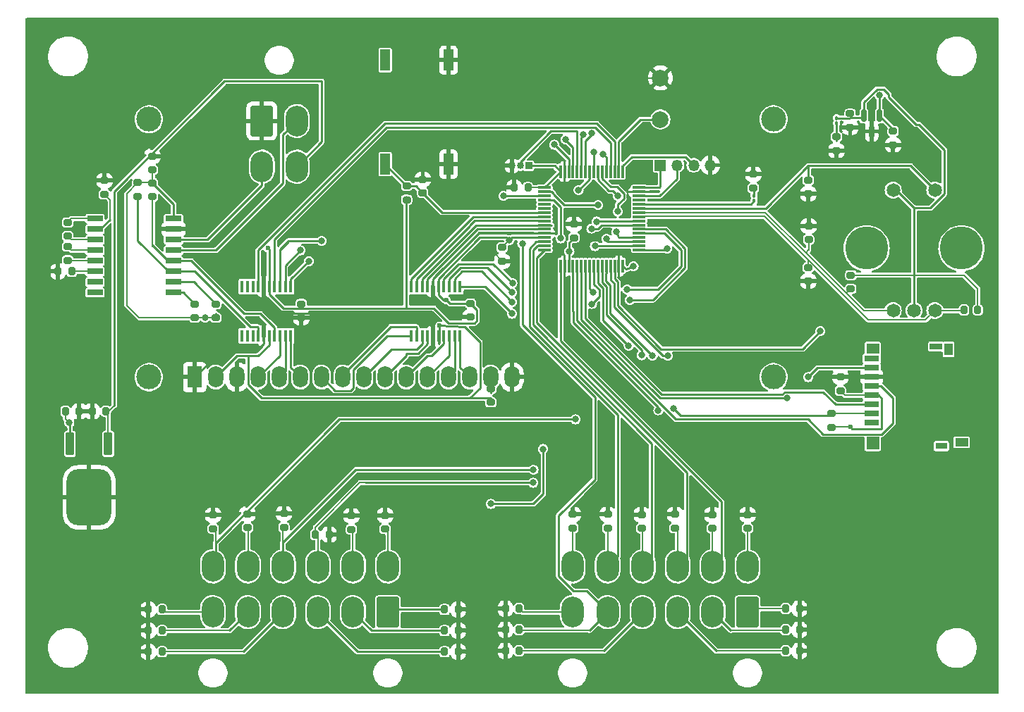
<source format=gbr>
%TF.GenerationSoftware,KiCad,Pcbnew,(7.0.0)*%
%TF.CreationDate,2023-05-05T13:18:47-07:00*%
%TF.ProjectId,HarnessTesterAll,4861726e-6573-4735-9465-73746572416c,rev?*%
%TF.SameCoordinates,Original*%
%TF.FileFunction,Copper,L1,Top*%
%TF.FilePolarity,Positive*%
%FSLAX46Y46*%
G04 Gerber Fmt 4.6, Leading zero omitted, Abs format (unit mm)*
G04 Created by KiCad (PCBNEW (7.0.0)) date 2023-05-05 13:18:47*
%MOMM*%
%LPD*%
G01*
G04 APERTURE LIST*
G04 Aperture macros list*
%AMRoundRect*
0 Rectangle with rounded corners*
0 $1 Rounding radius*
0 $2 $3 $4 $5 $6 $7 $8 $9 X,Y pos of 4 corners*
0 Add a 4 corners polygon primitive as box body*
4,1,4,$2,$3,$4,$5,$6,$7,$8,$9,$2,$3,0*
0 Add four circle primitives for the rounded corners*
1,1,$1+$1,$2,$3*
1,1,$1+$1,$4,$5*
1,1,$1+$1,$6,$7*
1,1,$1+$1,$8,$9*
0 Add four rect primitives between the rounded corners*
20,1,$1+$1,$2,$3,$4,$5,0*
20,1,$1+$1,$4,$5,$6,$7,0*
20,1,$1+$1,$6,$7,$8,$9,0*
20,1,$1+$1,$8,$9,$2,$3,0*%
G04 Aperture macros list end*
%TA.AperFunction,ComponentPad*%
%ADD10C,2.000000*%
%TD*%
%TA.AperFunction,ComponentPad*%
%ADD11C,1.650000*%
%TD*%
%TA.AperFunction,ComponentPad*%
%ADD12C,5.161000*%
%TD*%
%TA.AperFunction,SMDPad,CuDef*%
%ADD13RoundRect,0.200000X0.275000X-0.200000X0.275000X0.200000X-0.275000X0.200000X-0.275000X-0.200000X0*%
%TD*%
%TA.AperFunction,SMDPad,CuDef*%
%ADD14RoundRect,0.200000X-0.200000X-0.275000X0.200000X-0.275000X0.200000X0.275000X-0.200000X0.275000X0*%
%TD*%
%TA.AperFunction,SMDPad,CuDef*%
%ADD15RoundRect,0.200000X-0.275000X0.200000X-0.275000X-0.200000X0.275000X-0.200000X0.275000X0.200000X0*%
%TD*%
%TA.AperFunction,SMDPad,CuDef*%
%ADD16RoundRect,0.200000X0.200000X0.275000X-0.200000X0.275000X-0.200000X-0.275000X0.200000X-0.275000X0*%
%TD*%
%TA.AperFunction,ComponentPad*%
%ADD17RoundRect,0.250001X1.099999X1.599999X-1.099999X1.599999X-1.099999X-1.599999X1.099999X-1.599999X0*%
%TD*%
%TA.AperFunction,ComponentPad*%
%ADD18O,2.700000X3.700000*%
%TD*%
%TA.AperFunction,ComponentPad*%
%ADD19R,1.350000X1.350000*%
%TD*%
%TA.AperFunction,ComponentPad*%
%ADD20O,1.350000X1.350000*%
%TD*%
%TA.AperFunction,SMDPad,CuDef*%
%ADD21RoundRect,0.100000X-0.100000X0.130000X-0.100000X-0.130000X0.100000X-0.130000X0.100000X0.130000X0*%
%TD*%
%TA.AperFunction,SMDPad,CuDef*%
%ADD22RoundRect,0.100000X0.100000X-0.130000X0.100000X0.130000X-0.100000X0.130000X-0.100000X-0.130000X0*%
%TD*%
%TA.AperFunction,SMDPad,CuDef*%
%ADD23R,1.925000X0.650000*%
%TD*%
%TA.AperFunction,SMDPad,CuDef*%
%ADD24R,1.750000X0.800000*%
%TD*%
%TA.AperFunction,SMDPad,CuDef*%
%ADD25R,1.500000X1.500000*%
%TD*%
%TA.AperFunction,SMDPad,CuDef*%
%ADD26R,1.500000X1.300000*%
%TD*%
%TA.AperFunction,SMDPad,CuDef*%
%ADD27R,1.400000X0.800000*%
%TD*%
%TA.AperFunction,SMDPad,CuDef*%
%ADD28R,1.550000X1.000000*%
%TD*%
%TA.AperFunction,SMDPad,CuDef*%
%ADD29R,1.000000X1.450000*%
%TD*%
%TA.AperFunction,SMDPad,CuDef*%
%ADD30R,1.500000X0.800000*%
%TD*%
%TA.AperFunction,SMDPad,CuDef*%
%ADD31RoundRect,0.075000X-0.700000X-0.075000X0.700000X-0.075000X0.700000X0.075000X-0.700000X0.075000X0*%
%TD*%
%TA.AperFunction,SMDPad,CuDef*%
%ADD32RoundRect,0.075000X-0.075000X-0.700000X0.075000X-0.700000X0.075000X0.700000X-0.075000X0.700000X0*%
%TD*%
%TA.AperFunction,ComponentPad*%
%ADD33R,0.850000X0.850000*%
%TD*%
%TA.AperFunction,ComponentPad*%
%ADD34O,0.850000X0.850000*%
%TD*%
%TA.AperFunction,ComponentPad*%
%ADD35RoundRect,0.250001X-1.099999X-1.599999X1.099999X-1.599999X1.099999X1.599999X-1.099999X1.599999X0*%
%TD*%
%TA.AperFunction,SMDPad,CuDef*%
%ADD36RoundRect,0.150000X-0.150000X0.587500X-0.150000X-0.587500X0.150000X-0.587500X0.150000X0.587500X0*%
%TD*%
%TA.AperFunction,SMDPad,CuDef*%
%ADD37R,0.450000X1.475000*%
%TD*%
%TA.AperFunction,SMDPad,CuDef*%
%ADD38R,1.200000X2.500000*%
%TD*%
%TA.AperFunction,SMDPad,CuDef*%
%ADD39RoundRect,0.116400X-0.368600X1.253600X-0.368600X-1.253600X0.368600X-1.253600X0.368600X1.253600X0*%
%TD*%
%TA.AperFunction,SMDPad,CuDef*%
%ADD40RoundRect,1.452600X-1.237400X1.932400X-1.237400X-1.932400X1.237400X-1.932400X1.237400X1.932400X0*%
%TD*%
%TA.AperFunction,ComponentPad*%
%ADD41C,3.000000*%
%TD*%
%TA.AperFunction,ComponentPad*%
%ADD42R,1.800000X2.600000*%
%TD*%
%TA.AperFunction,ComponentPad*%
%ADD43O,1.800000X2.600000*%
%TD*%
%TA.AperFunction,ViaPad*%
%ADD44C,0.600000*%
%TD*%
%TA.AperFunction,ViaPad*%
%ADD45C,0.800000*%
%TD*%
%TA.AperFunction,Conductor*%
%ADD46C,0.200000*%
%TD*%
%TA.AperFunction,Conductor*%
%ADD47C,0.250000*%
%TD*%
%TA.AperFunction,Conductor*%
%ADD48C,0.500000*%
%TD*%
G04 APERTURE END LIST*
D10*
%TO.P,LS2,P*%
%TO.N,Net-(U1-PA15)*%
X162560000Y-63460000D03*
%TO.P,LS2,N*%
%TO.N,GND*%
X162560000Y-58460000D03*
%TD*%
D11*
%TO.P,SW2,1,1*%
%TO.N,Button*%
X195507526Y-71940000D03*
%TO.P,SW2,2,2*%
%TO.N,+3.3V*%
X190507526Y-71940000D03*
%TO.P,SW2,A1,A*%
%TO.N,Enc+*%
X195507526Y-86440000D03*
%TO.P,SW2,B1,B*%
%TO.N,Enc-*%
X190507526Y-86440000D03*
%TO.P,SW2,C1,C*%
%TO.N,+3.3V*%
X193007526Y-86440000D03*
D12*
%TO.P,SW2,MH1,MH1*%
%TO.N,unconnected-(SW2-PadMH1)*%
X198707526Y-78940000D03*
%TO.P,SW2,MH2,MH2*%
%TO.N,unconnected-(SW2-PadMH2)*%
X187307526Y-78940000D03*
%TD*%
D13*
%TO.P,C23,2*%
%TO.N,+3.3V*%
X185420000Y-82170000D03*
%TO.P,C23,1*%
%TO.N,Enc-*%
X185420000Y-83820000D03*
%TD*%
D14*
%TO.P,C22,1*%
%TO.N,Enc+*%
X199010000Y-86360000D03*
%TO.P,C22,2*%
%TO.N,+3.3V*%
X200660000Y-86360000D03*
%TD*%
D15*
%TO.P,C19,1*%
%TO.N,GND*%
X184169523Y-94415089D03*
%TO.P,C19,2*%
%TO.N,+3.3V*%
X184169523Y-96065089D03*
%TD*%
D13*
%TO.P,C18,1*%
%TO.N,GND*%
X143559707Y-80498897D03*
%TO.P,C18,2*%
%TO.N,+3.3V*%
X143559707Y-78848897D03*
%TD*%
D15*
%TO.P,C14,1*%
%TO.N,GND*%
X152179700Y-76025780D03*
%TO.P,C14,2*%
%TO.N,+3.3V*%
X152179700Y-77675780D03*
%TD*%
D14*
%TO.P,C13,1*%
%TO.N,GND*%
X145000138Y-71651506D03*
%TO.P,C13,2*%
%TO.N,+3.3V*%
X146650138Y-71651506D03*
%TD*%
D15*
%TO.P,C12,1*%
%TO.N,+3.3V*%
X119451063Y-85632910D03*
%TO.P,C12,2*%
%TO.N,GND*%
X119451063Y-87282910D03*
%TD*%
D13*
%TO.P,C11,1*%
%TO.N,+5V*%
X101567526Y-69510000D03*
%TO.P,C11,2*%
%TO.N,GND*%
X101567526Y-67860000D03*
%TD*%
D14*
%TO.P,C10,1*%
%TO.N,+5V*%
X91124526Y-98545000D03*
%TO.P,C10,2*%
%TO.N,GND*%
X92774526Y-98545000D03*
%TD*%
D15*
%TO.P,C9,1*%
%TO.N,GND*%
X95813993Y-70806579D03*
%TO.P,C9,2*%
%TO.N,Net-(U4-VS+)*%
X95813993Y-72456579D03*
%TD*%
D14*
%TO.P,C8,1*%
%TO.N,GND*%
X90237526Y-81730000D03*
%TO.P,C8,2*%
%TO.N,Net-(U4-VS-)*%
X91887526Y-81730000D03*
%TD*%
D15*
%TO.P,C7,1*%
%TO.N,Net-(U4-C1+)*%
X91407526Y-75825000D03*
%TO.P,C7,2*%
%TO.N,Net-(U4-C1-)*%
X91407526Y-77475000D03*
%TD*%
%TO.P,C6,1*%
%TO.N,Net-(U4-C2+)*%
X91406589Y-78733973D03*
%TO.P,C6,2*%
%TO.N,Net-(U4-C2-)*%
X91406589Y-80383973D03*
%TD*%
%TO.P,C5,1*%
%TO.N,+3.3V*%
X139746807Y-85571912D03*
%TO.P,C5,2*%
%TO.N,GND*%
X139746807Y-87221912D03*
%TD*%
%TO.P,C4,1*%
%TO.N,+5V*%
X190500000Y-64870000D03*
%TO.P,C4,2*%
%TO.N,GND*%
X190500000Y-66520000D03*
%TD*%
D16*
%TO.P,C3,1*%
%TO.N,+12V*%
X96004526Y-98545000D03*
%TO.P,C3,2*%
%TO.N,GND*%
X94354526Y-98545000D03*
%TD*%
D15*
%TO.P,C2,1*%
%TO.N,+3.3V*%
X185338425Y-62766510D03*
%TO.P,C2,2*%
%TO.N,GND*%
X185338425Y-64416510D03*
%TD*%
%TO.P,C1,1*%
%TO.N,GND*%
X134028455Y-70649793D03*
%TO.P,C1,2*%
%TO.N,Net-(U1-NRST)*%
X134028455Y-72299793D03*
%TD*%
D14*
%TO.P,R27,1*%
%TO.N,GND*%
X101087526Y-122370000D03*
%TO.P,R27,2*%
%TO.N,In6*%
X102737526Y-122370000D03*
%TD*%
%TO.P,R28,1*%
%TO.N,GND*%
X101087526Y-124910000D03*
%TO.P,R28,2*%
%TO.N,In5*%
X102737526Y-124910000D03*
%TD*%
D17*
%TO.P,J1,1,Pin_1*%
%TO.N,In1*%
X129847526Y-122690000D03*
D18*
%TO.P,J1,2,Pin_2*%
%TO.N,In2*%
X125647525Y-122689999D03*
%TO.P,J1,3,Pin_3*%
%TO.N,In3*%
X121447525Y-122689999D03*
%TO.P,J1,4,Pin_4*%
%TO.N,In4*%
X117247525Y-122689999D03*
%TO.P,J1,5,Pin_5*%
%TO.N,In5*%
X113047525Y-122689999D03*
%TO.P,J1,6,Pin_6*%
%TO.N,In6*%
X108847525Y-122689999D03*
%TO.P,J1,7,Pin_7*%
%TO.N,In7*%
X129847525Y-117189999D03*
%TO.P,J1,8,Pin_8*%
%TO.N,In8*%
X125647525Y-117189999D03*
%TO.P,J1,9,Pin_9*%
%TO.N,In9*%
X121447525Y-117189999D03*
%TO.P,J1,10,Pin_10*%
%TO.N,In10*%
X117247525Y-117189999D03*
%TO.P,J1,11,Pin_11*%
%TO.N,In11*%
X113047525Y-117189999D03*
%TO.P,J1,12,Pin_12*%
%TO.N,In12*%
X108847525Y-117189999D03*
%TD*%
D13*
%TO.P,R6,1*%
%TO.N,Net-(D2-K)*%
X173716751Y-71686838D03*
%TO.P,R6,2*%
%TO.N,GND*%
X173716751Y-70036838D03*
%TD*%
D15*
%TO.P,R38,2*%
%TO.N,Enc-*%
X180356604Y-77907473D03*
%TO.P,R38,1*%
%TO.N,GND*%
X180356604Y-76257473D03*
%TD*%
D19*
%TO.P,J4,1,Pin_1*%
%TO.N,+3.3V*%
X162559999Y-68953613D03*
D20*
%TO.P,J4,2,Pin_2*%
%TO.N,Net-(J4-Pin_2)*%
X164559999Y-68953613D03*
%TO.P,J4,3,Pin_3*%
%TO.N,Net-(J4-Pin_3)*%
X166559999Y-68953613D03*
%TO.P,J4,4,Pin_4*%
%TO.N,GND*%
X168559999Y-68953613D03*
%TD*%
D16*
%TO.P,R19,1*%
%TO.N,GND*%
X179252526Y-124810000D03*
%TO.P,R19,2*%
%TO.N,Out2*%
X177602526Y-124810000D03*
%TD*%
D21*
%TO.P,D2,1,K*%
%TO.N,Net-(D2-K)*%
X173798169Y-72619118D03*
%TO.P,D2,2,A*%
%TO.N,HeartBeat*%
X173798169Y-73259118D03*
%TD*%
D22*
%TO.P,D1,1,K*%
%TO.N,Net-(D1-K)*%
X183707210Y-63920463D03*
%TO.P,D1,2,A*%
%TO.N,+3.3V*%
X183707210Y-63280463D03*
%TD*%
D15*
%TO.P,R14,1*%
%TO.N,GND*%
X173027526Y-110965000D03*
%TO.P,R14,2*%
%TO.N,Out7*%
X173027526Y-112615000D03*
%TD*%
D16*
%TO.P,R18,1*%
%TO.N,GND*%
X179252526Y-127350000D03*
%TO.P,R18,2*%
%TO.N,Out3*%
X177602526Y-127350000D03*
%TD*%
D23*
%TO.P,U4,1,C1+*%
%TO.N,Net-(U4-C1+)*%
X94683525Y-75379999D03*
%TO.P,U4,2,VS+*%
%TO.N,Net-(U4-VS+)*%
X94683525Y-76649999D03*
%TO.P,U4,3,C1-*%
%TO.N,Net-(U4-C1-)*%
X94683525Y-77919999D03*
%TO.P,U4,4,C2+*%
%TO.N,Net-(U4-C2+)*%
X94683525Y-79189999D03*
%TO.P,U4,5,C2-*%
%TO.N,Net-(U4-C2-)*%
X94683525Y-80459999D03*
%TO.P,U4,6,VS-*%
%TO.N,Net-(U4-VS-)*%
X94683525Y-81729999D03*
%TO.P,U4,7,T2OUT*%
%TO.N,232Out2*%
X94683525Y-82999999D03*
%TO.P,U4,8,R2IN*%
%TO.N,232In2*%
X94683525Y-84269999D03*
%TO.P,U4,9,R2OUT*%
%TO.N,R2OutB*%
X104107525Y-84269999D03*
%TO.P,U4,10,T2IN*%
%TO.N,T2InB*%
X104107525Y-82999999D03*
%TO.P,U4,11,T1IN*%
%TO.N,T1InB*%
X104107525Y-81729999D03*
%TO.P,U4,12,R1OUT*%
%TO.N,R1OutB*%
X104107525Y-80459999D03*
%TO.P,U4,13,R1IN*%
%TO.N,232In1*%
X104107525Y-79189999D03*
%TO.P,U4,14,T1OUT*%
%TO.N,232Out1*%
X104107525Y-77919999D03*
%TO.P,U4,15,GND*%
%TO.N,GND*%
X104107525Y-76649999D03*
%TO.P,U4,16,VCC*%
%TO.N,+5V*%
X104107525Y-75379999D03*
%TD*%
D15*
%TO.P,R26,1*%
%TO.N,GND*%
X129507526Y-111040000D03*
%TO.P,R26,2*%
%TO.N,In7*%
X129507526Y-112690000D03*
%TD*%
D24*
%TO.P,J5,1,DAT2*%
%TO.N,unconnected-(J5-DAT2-Pad1)*%
X187927525Y-99929999D03*
%TO.P,J5,2,DAT3/CD*%
%TO.N,cs1*%
X187927525Y-98829999D03*
%TO.P,J5,3,CMD*%
%TO.N,Net-(J5-CMD)*%
X187927525Y-97729999D03*
%TO.P,J5,4,VDD*%
%TO.N,+3.3V*%
X187927525Y-96629999D03*
%TO.P,J5,5,CLK*%
%TO.N,Net-(J5-CLK)*%
X187927525Y-95529999D03*
%TO.P,J5,6,VSS*%
%TO.N,GND*%
X187927525Y-94429999D03*
%TO.P,J5,7,DAT0*%
%TO.N,Net-(J5-DAT0)*%
X187927525Y-93329999D03*
%TO.P,J5,8,DAT1*%
%TO.N,unconnected-(J5-DAT1-Pad8)*%
X187927525Y-92229999D03*
D25*
%TO.P,J5,MP1*%
%TO.N,N/C*%
X188052525Y-102379999D03*
D26*
%TO.P,J5,MP2*%
X188052525Y-91029999D03*
D27*
%TO.P,J5,MP3*%
X196302525Y-102729999D03*
D28*
%TO.P,J5,MP4*%
X198727525Y-102279999D03*
D29*
%TO.P,J5,MP5*%
X197152525Y-91104999D03*
D30*
%TO.P,J5,MP6*%
X195652525Y-90779999D03*
%TD*%
D31*
%TO.P,U1,1,VBAT*%
%TO.N,+3.3V*%
X148637526Y-71650000D03*
%TO.P,U1,2,PC13*%
%TO.N,Out7*%
X148637526Y-72150000D03*
%TO.P,U1,3,PC14*%
%TO.N,rwA*%
X148637526Y-72650000D03*
%TO.P,U1,4,PC15*%
%TO.N,Out5*%
X148637526Y-73150000D03*
%TO.P,U1,5,PD0*%
%TO.N,XIn*%
X148637526Y-73650000D03*
%TO.P,U1,6,PD1*%
%TO.N,XOut*%
X148637526Y-74150000D03*
%TO.P,U1,7,NRST*%
%TO.N,Net-(U1-NRST)*%
X148637526Y-74650000D03*
%TO.P,U1,8,PC0*%
%TO.N,Net-(U1-PC0)*%
X148637526Y-75150000D03*
%TO.P,U1,9,PC1*%
%TO.N,Net-(U1-PC1)*%
X148637526Y-75650000D03*
%TO.P,U1,10,PC2*%
%TO.N,Net-(U1-PC2)*%
X148637526Y-76150000D03*
%TO.P,U1,11,PC3*%
%TO.N,Net-(U1-PC3)*%
X148637526Y-76650000D03*
%TO.P,U1,12,VSSA*%
%TO.N,GND*%
X148637526Y-77150000D03*
%TO.P,U1,13,VDDA*%
%TO.N,+3.3V*%
X148637526Y-77650000D03*
%TO.P,U1,14,PA0*%
%TO.N,Out11*%
X148637526Y-78150000D03*
%TO.P,U1,15,PA1*%
%TO.N,Out10*%
X148637526Y-78650000D03*
%TO.P,U1,16,PA2*%
%TO.N,Out9*%
X148637526Y-79150000D03*
D32*
%TO.P,U1,17,PA3*%
%TO.N,Out8*%
X150562526Y-81075000D03*
%TO.P,U1,18,VSS*%
%TO.N,GND*%
X151062526Y-81075000D03*
%TO.P,U1,19,VDD*%
%TO.N,+3.3V*%
X151562526Y-81075000D03*
%TO.P,U1,20,PA4*%
%TO.N,cs1*%
X152062526Y-81075000D03*
%TO.P,U1,21,PA5*%
%TO.N,Net-(J5-CLK)*%
X152562526Y-81075000D03*
%TO.P,U1,22,PA6*%
%TO.N,Net-(J5-DAT0)*%
X153062526Y-81075000D03*
%TO.P,U1,23,PA7*%
%TO.N,Net-(J5-CMD)*%
X153562526Y-81075000D03*
%TO.P,U1,24,PC4*%
%TO.N,Net-(U1-PC4)*%
X154062526Y-81075000D03*
%TO.P,U1,25,PC5*%
%TO.N,Net-(U1-PC5)*%
X154562526Y-81075000D03*
%TO.P,U1,26,PB0*%
%TO.N,Out4*%
X155062526Y-81075000D03*
%TO.P,U1,27,PB1*%
%TO.N,Out3*%
X155562526Y-81075000D03*
%TO.P,U1,28,PB2*%
%TO.N,Out2*%
X156062526Y-81075000D03*
%TO.P,U1,29,PB10*%
%TO.N,In7*%
X156562526Y-81075000D03*
%TO.P,U1,30,PB11*%
%TO.N,In8*%
X157062526Y-81075000D03*
%TO.P,U1,31,VSS*%
%TO.N,GND*%
X157562526Y-81075000D03*
%TO.P,U1,32,VDD*%
%TO.N,+3.3V*%
X158062526Y-81075000D03*
D31*
%TO.P,U1,33,PB12*%
%TO.N,In9*%
X159987526Y-79150000D03*
%TO.P,U1,34,PB13*%
%TO.N,In10*%
X159987526Y-78650000D03*
%TO.P,U1,35,PB14*%
%TO.N,In11*%
X159987526Y-78150000D03*
%TO.P,U1,36,PB15*%
%TO.N,In12*%
X159987526Y-77650000D03*
%TO.P,U1,37,PC6*%
%TO.N,Net-(U1-PC6)*%
X159987526Y-77150000D03*
%TO.P,U1,38,PC7*%
%TO.N,Net-(U1-PC7)*%
X159987526Y-76650000D03*
%TO.P,U1,39,PC8*%
%TO.N,RSA*%
X159987526Y-76150000D03*
%TO.P,U1,40,PC9*%
%TO.N,EA*%
X159987526Y-75650000D03*
%TO.P,U1,41,PA8*%
%TO.N,Enc+*%
X159987526Y-75150000D03*
%TO.P,U1,42,PA9*%
%TO.N,Enc-*%
X159987526Y-74650000D03*
%TO.P,U1,43,PA10*%
%TO.N,Button*%
X159987526Y-74150000D03*
%TO.P,U1,44,PA11*%
%TO.N,HeartBeat*%
X159987526Y-73650000D03*
%TO.P,U1,45,PA12*%
%TO.N,unconnected-(U1-PA12-Pad45)*%
X159987526Y-73150000D03*
%TO.P,U1,46,PA13*%
%TO.N,Net-(J4-Pin_2)*%
X159987526Y-72650000D03*
%TO.P,U1,47,VSS*%
%TO.N,GND*%
X159987526Y-72150000D03*
%TO.P,U1,48,VDD*%
%TO.N,+3.3V*%
X159987526Y-71650000D03*
D32*
%TO.P,U1,49,PA14*%
%TO.N,Net-(J4-Pin_3)*%
X158062526Y-69725000D03*
%TO.P,U1,50,PA15*%
%TO.N,Net-(U1-PA15)*%
X157562526Y-69725000D03*
%TO.P,U1,51,PC10*%
%TO.N,T1InA*%
X157062526Y-69725000D03*
%TO.P,U1,52,PC11*%
%TO.N,R1OutA*%
X156562526Y-69725000D03*
%TO.P,U1,53,PC12*%
%TO.N,Out6*%
X156062526Y-69725000D03*
%TO.P,U1,54,PD2*%
%TO.N,Out12*%
X155562526Y-69725000D03*
%TO.P,U1,55,PB3*%
%TO.N,Out1*%
X155062526Y-69725000D03*
%TO.P,U1,56,PB4*%
%TO.N,In1*%
X154562526Y-69725000D03*
%TO.P,U1,57,PB5*%
%TO.N,In2*%
X154062526Y-69725000D03*
%TO.P,U1,58,PB6*%
%TO.N,In3*%
X153562526Y-69725000D03*
%TO.P,U1,59,PB7*%
%TO.N,In4*%
X153062526Y-69725000D03*
%TO.P,U1,60,BOOT0*%
%TO.N,Boot0*%
X152562526Y-69725000D03*
%TO.P,U1,61,PB8*%
%TO.N,In5*%
X152062526Y-69725000D03*
%TO.P,U1,62,PB9*%
%TO.N,In6*%
X151562526Y-69725000D03*
%TO.P,U1,63,VSS*%
%TO.N,GND*%
X151062526Y-69725000D03*
%TO.P,U1,64,VDD*%
%TO.N,+3.3V*%
X150562526Y-69725000D03*
%TD*%
D15*
%TO.P,R21,1*%
%TO.N,GND*%
X108865377Y-111024731D03*
%TO.P,R21,2*%
%TO.N,In12*%
X108865377Y-112674731D03*
%TD*%
%TO.P,R10,1*%
%TO.N,GND*%
X156222120Y-110940000D03*
%TO.P,R10,2*%
%TO.N,Out11*%
X156222120Y-112590000D03*
%TD*%
%TO.P,R11,1*%
%TO.N,GND*%
X160327526Y-110965000D03*
%TO.P,R11,2*%
%TO.N,Out10*%
X160327526Y-112615000D03*
%TD*%
D33*
%TO.P,J7,1,Pin_1*%
%TO.N,+3.3V*%
X146747525Y-69029999D03*
D34*
%TO.P,J7,2,Pin_2*%
%TO.N,Boot0*%
X145747525Y-69029999D03*
%TO.P,J7,3,Pin_3*%
%TO.N,GND*%
X144747525Y-69029999D03*
%TD*%
D15*
%TO.P,R36,1*%
%TO.N,+5V*%
X99814683Y-71065000D03*
%TO.P,R36,2*%
%TO.N,T1InB*%
X99814683Y-72715000D03*
%TD*%
%TO.P,R13,1*%
%TO.N,GND*%
X168794990Y-110967393D03*
%TO.P,R13,2*%
%TO.N,Out8*%
X168794990Y-112617393D03*
%TD*%
%TO.P,R22,1*%
%TO.N,GND*%
X112980410Y-110886205D03*
%TO.P,R22,2*%
%TO.N,In11*%
X112980410Y-112536205D03*
%TD*%
D35*
%TO.P,J3,1,Pin_1*%
%TO.N,GND*%
X114707526Y-63630000D03*
D18*
%TO.P,J3,2,Pin_2*%
%TO.N,232In1*%
X118907525Y-63629999D03*
%TO.P,J3,3,Pin_3*%
%TO.N,232Out1*%
X114707525Y-69129999D03*
%TO.P,J3,4,Pin_4*%
%TO.N,+12V*%
X118907525Y-69129999D03*
%TD*%
D14*
%TO.P,R15,1*%
%TO.N,GND*%
X143942526Y-122270000D03*
%TO.P,R15,2*%
%TO.N,Out6*%
X145592526Y-122270000D03*
%TD*%
%TO.P,R16,1*%
%TO.N,GND*%
X143942526Y-124810000D03*
%TO.P,R16,2*%
%TO.N,Out5*%
X145592526Y-124810000D03*
%TD*%
D13*
%TO.P,R37,1*%
%TO.N,+3.3V*%
X183117526Y-100465000D03*
%TO.P,R37,2*%
%TO.N,cs1*%
X183117526Y-98815000D03*
%TD*%
%TO.P,R1,1*%
%TO.N,GND*%
X180307526Y-72395000D03*
%TO.P,R1,2*%
%TO.N,Button*%
X180307526Y-70745000D03*
%TD*%
%TO.P,R33,1*%
%TO.N,+5V*%
X109187526Y-87290000D03*
%TO.P,R33,2*%
%TO.N,T2InB*%
X109187526Y-85640000D03*
%TD*%
D15*
%TO.P,R5,1*%
%TO.N,Net-(D1-K)*%
X183691208Y-65543751D03*
%TO.P,R5,2*%
%TO.N,GND*%
X183691208Y-67193751D03*
%TD*%
D36*
%TO.P,U3,1,VI*%
%TO.N,+5V*%
X188877526Y-63012500D03*
%TO.P,U3,2,VO*%
%TO.N,+3.3V*%
X186977526Y-63012500D03*
%TO.P,U3,3,GND*%
%TO.N,GND*%
X187927526Y-64887500D03*
%TD*%
D37*
%TO.P,U6,1,A1*%
%TO.N,EA*%
X118180982Y-83583557D03*
%TO.P,U6,2,A2*%
%TO.N,rwA*%
X117530982Y-83583557D03*
%TO.P,U6,3,A3*%
%TO.N,RSA*%
X116880982Y-83583557D03*
%TO.P,U6,4,A4*%
%TO.N,R1OutA*%
X116230982Y-83583557D03*
%TO.P,U6,5,VCCA*%
%TO.N,+3.3V*%
X115580982Y-83583557D03*
%TO.P,U6,6,OE*%
%TO.N,GND*%
X114930982Y-83583557D03*
%TO.P,U6,7,A5*%
%TO.N,T1InA*%
X114280982Y-83583557D03*
%TO.P,U6,8,A6*%
%TO.N,unconnected-(U6-A6-Pad8)*%
X113630982Y-83583557D03*
%TO.P,U6,9,A7*%
%TO.N,unconnected-(U6-A7-Pad9)*%
X112980982Y-83583557D03*
%TO.P,U6,10,A8*%
%TO.N,unconnected-(U6-A8-Pad10)*%
X112330982Y-83583557D03*
%TO.P,U6,11,B8*%
%TO.N,unconnected-(U6-B8-Pad11)*%
X112330982Y-89459557D03*
%TO.P,U6,12,B7*%
%TO.N,unconnected-(U6-B7-Pad12)*%
X112980982Y-89459557D03*
%TO.P,U6,13,B6*%
%TO.N,unconnected-(U6-B6-Pad13)*%
X113630982Y-89459557D03*
%TO.P,U6,14,B5*%
%TO.N,T1InB*%
X114280982Y-89459557D03*
%TO.P,U6,15,GND*%
%TO.N,GND*%
X114930982Y-89459557D03*
%TO.P,U6,16,VCCB*%
%TO.N,+5V*%
X115580982Y-89459557D03*
%TO.P,U6,17,B4*%
%TO.N,R1OutB*%
X116230982Y-89459557D03*
%TO.P,U6,18,B3*%
%TO.N,RSB*%
X116880982Y-89459557D03*
%TO.P,U6,19,B2*%
%TO.N,rwB*%
X117530982Y-89459557D03*
%TO.P,U6,20,B1*%
%TO.N,EB*%
X118180982Y-89459557D03*
%TD*%
D13*
%TO.P,R35,1*%
%TO.N,+5V*%
X106647526Y-87290000D03*
%TO.P,R35,2*%
%TO.N,R2OutB*%
X106647526Y-85640000D03*
%TD*%
%TO.P,R39,1*%
%TO.N,GND*%
X180307526Y-82900000D03*
%TO.P,R39,2*%
%TO.N,Enc+*%
X180307526Y-81250000D03*
%TD*%
D37*
%TO.P,U5,1,A1*%
%TO.N,Net-(U1-PC7)*%
X138500982Y-83583557D03*
%TO.P,U5,2,A2*%
%TO.N,Net-(U1-PC6)*%
X137850982Y-83583557D03*
%TO.P,U5,3,A3*%
%TO.N,Net-(U1-PC5)*%
X137200982Y-83583557D03*
%TO.P,U5,4,A4*%
%TO.N,Net-(U1-PC4)*%
X136550982Y-83583557D03*
%TO.P,U5,5,VCCA*%
%TO.N,+3.3V*%
X135900982Y-83583557D03*
%TO.P,U5,6,OE*%
%TO.N,GND*%
X135250982Y-83583557D03*
%TO.P,U5,7,A5*%
%TO.N,Net-(U1-PC3)*%
X134600982Y-83583557D03*
%TO.P,U5,8,A6*%
%TO.N,Net-(U1-PC2)*%
X133950982Y-83583557D03*
%TO.P,U5,9,A7*%
%TO.N,Net-(U1-PC1)*%
X133300982Y-83583557D03*
%TO.P,U5,10,A8*%
%TO.N,Net-(U1-PC0)*%
X132650982Y-83583557D03*
%TO.P,U5,11,B8*%
%TO.N,Net-(DS1-D0)*%
X132650982Y-89459557D03*
%TO.P,U5,12,B7*%
%TO.N,Net-(DS1-D1)*%
X133300982Y-89459557D03*
%TO.P,U5,13,B6*%
%TO.N,Net-(DS1-D2)*%
X133950982Y-89459557D03*
%TO.P,U5,14,B5*%
%TO.N,Net-(DS1-D3)*%
X134600982Y-89459557D03*
%TO.P,U5,15,GND*%
%TO.N,GND*%
X135250982Y-89459557D03*
%TO.P,U5,16,VCCB*%
%TO.N,+5V*%
X135900982Y-89459557D03*
%TO.P,U5,17,B4*%
%TO.N,Net-(DS1-D4)*%
X136550982Y-89459557D03*
%TO.P,U5,18,B3*%
%TO.N,Net-(DS1-D5)*%
X137200982Y-89459557D03*
%TO.P,U5,19,B2*%
%TO.N,Net-(DS1-D6)*%
X137850982Y-89459557D03*
%TO.P,U5,20,B1*%
%TO.N,Net-(DS1-D7)*%
X138500982Y-89459557D03*
%TD*%
D15*
%TO.P,R23,1*%
%TO.N,GND*%
X117365506Y-110838017D03*
%TO.P,R23,2*%
%TO.N,In10*%
X117365506Y-112488017D03*
%TD*%
D16*
%TO.P,R24,1*%
%TO.N,GND*%
X122787766Y-113360135D03*
%TO.P,R24,2*%
%TO.N,In9*%
X121137766Y-113360135D03*
%TD*%
%TO.P,R32,1*%
%TO.N,GND*%
X138297526Y-122370000D03*
%TO.P,R32,2*%
%TO.N,In1*%
X136647526Y-122370000D03*
%TD*%
D15*
%TO.P,R34,1*%
%TO.N,+5V*%
X101567526Y-71090000D03*
%TO.P,R34,2*%
%TO.N,R1OutB*%
X101567526Y-72740000D03*
%TD*%
D16*
%TO.P,R31,1*%
%TO.N,GND*%
X138297526Y-124910000D03*
%TO.P,R31,2*%
%TO.N,In2*%
X136647526Y-124910000D03*
%TD*%
D38*
%TO.P,SW1,1,A*%
%TO.N,Net-(U1-NRST)*%
X129507525Y-56329999D03*
%TO.P,SW1,2,A*%
X129507525Y-68829999D03*
%TO.P,SW1,3,B*%
%TO.N,GND*%
X137127525Y-56329999D03*
%TO.P,SW1,4,B*%
X137127525Y-68829999D03*
%TD*%
D15*
%TO.P,R25,1*%
%TO.N,GND*%
X125466645Y-111087232D03*
%TO.P,R25,2*%
%TO.N,In8*%
X125466645Y-112737232D03*
%TD*%
%TO.P,R12,1*%
%TO.N,GND*%
X164313828Y-110940000D03*
%TO.P,R12,2*%
%TO.N,Out9*%
X164313828Y-112590000D03*
%TD*%
D16*
%TO.P,R30,1*%
%TO.N,GND*%
X138297526Y-127450000D03*
%TO.P,R30,2*%
%TO.N,In3*%
X136647526Y-127450000D03*
%TD*%
D15*
%TO.P,R2,1*%
%TO.N,GND*%
X152056502Y-110940000D03*
%TO.P,R2,2*%
%TO.N,Out12*%
X152056502Y-112590000D03*
%TD*%
D17*
%TO.P,J2,1,Pin_1*%
%TO.N,Out1*%
X173027526Y-122690000D03*
D18*
%TO.P,J2,2,Pin_2*%
%TO.N,Out2*%
X168827525Y-122689999D03*
%TO.P,J2,3,Pin_3*%
%TO.N,Out3*%
X164627525Y-122689999D03*
%TO.P,J2,4,Pin_4*%
%TO.N,Out4*%
X160427525Y-122689999D03*
%TO.P,J2,5,Pin_5*%
%TO.N,Out5*%
X156227525Y-122689999D03*
%TO.P,J2,6,Pin_6*%
%TO.N,Out6*%
X152027525Y-122689999D03*
%TO.P,J2,7,Pin_7*%
%TO.N,Out7*%
X173027525Y-117189999D03*
%TO.P,J2,8,Pin_8*%
%TO.N,Out8*%
X168827525Y-117189999D03*
%TO.P,J2,9,Pin_9*%
%TO.N,Out9*%
X164627525Y-117189999D03*
%TO.P,J2,10,Pin_10*%
%TO.N,Out10*%
X160427525Y-117189999D03*
%TO.P,J2,11,Pin_11*%
%TO.N,Out11*%
X156227525Y-117189999D03*
%TO.P,J2,12,Pin_12*%
%TO.N,Out12*%
X152027525Y-117189999D03*
%TD*%
D39*
%TO.P,U2,1,IN*%
%TO.N,+12V*%
X96270000Y-102460000D03*
D40*
%TO.P,U2,2,GND*%
%TO.N,GND*%
X93980000Y-108890000D03*
D39*
%TO.P,U2,3,OUT*%
%TO.N,+5V*%
X91690000Y-102460000D03*
%TD*%
D15*
%TO.P,R9,1*%
%TO.N,Net-(DS1-LED(+))*%
X142207526Y-95825000D03*
%TO.P,R9,2*%
%TO.N,+5V*%
X142207526Y-97475000D03*
%TD*%
D14*
%TO.P,R29,1*%
%TO.N,GND*%
X101087526Y-127450000D03*
%TO.P,R29,2*%
%TO.N,In4*%
X102737526Y-127450000D03*
%TD*%
%TO.P,R17,1*%
%TO.N,GND*%
X143942526Y-127350000D03*
%TO.P,R17,2*%
%TO.N,Out4*%
X145592526Y-127350000D03*
%TD*%
D13*
%TO.P,R4,1*%
%TO.N,+3.3V*%
X132090476Y-73113885D03*
%TO.P,R4,2*%
%TO.N,Net-(U1-NRST)*%
X132090476Y-71463885D03*
%TD*%
D16*
%TO.P,R20,1*%
%TO.N,GND*%
X179252526Y-122270000D03*
%TO.P,R20,2*%
%TO.N,Out1*%
X177602526Y-122270000D03*
%TD*%
D41*
%TO.P,DS1,*%
%TO.N,*%
X101148426Y-63429300D03*
X101148426Y-94430000D03*
X176147006Y-63429300D03*
X176147526Y-94430000D03*
D42*
%TO.P,DS1,1,VSS*%
%TO.N,GND*%
X106647525Y-94429999D03*
D43*
%TO.P,DS1,2,VDD*%
%TO.N,+5V*%
X109187525Y-94429999D03*
%TO.P,DS1,3,VO*%
%TO.N,GND*%
X111727525Y-94429999D03*
%TO.P,DS1,4,RS*%
%TO.N,RSB*%
X114267525Y-94429999D03*
%TO.P,DS1,5,R/W*%
%TO.N,rwB*%
X116807525Y-94429999D03*
%TO.P,DS1,6,E*%
%TO.N,EB*%
X119347525Y-94429999D03*
%TO.P,DS1,7,D0*%
%TO.N,Net-(DS1-D0)*%
X121887525Y-94429999D03*
%TO.P,DS1,8,D1*%
%TO.N,Net-(DS1-D1)*%
X124427525Y-94429999D03*
%TO.P,DS1,9,D2*%
%TO.N,Net-(DS1-D2)*%
X126967525Y-94429999D03*
%TO.P,DS1,10,D3*%
%TO.N,Net-(DS1-D3)*%
X129507525Y-94429999D03*
%TO.P,DS1,11,D4*%
%TO.N,Net-(DS1-D4)*%
X132047525Y-94429999D03*
%TO.P,DS1,12,D5*%
%TO.N,Net-(DS1-D5)*%
X134587525Y-94429999D03*
%TO.P,DS1,13,D6*%
%TO.N,Net-(DS1-D6)*%
X137127525Y-94429999D03*
%TO.P,DS1,14,D7*%
%TO.N,Net-(DS1-D7)*%
X139667525Y-94429999D03*
%TO.P,DS1,15,LED(+)*%
%TO.N,Net-(DS1-LED(+))*%
X142207525Y-94429999D03*
%TO.P,DS1,16,LED(-)*%
%TO.N,GND*%
X144747525Y-94429999D03*
%TD*%
D44*
%TO.N,GND*%
X149137722Y-82719496D03*
X144885672Y-81279999D03*
X141054397Y-79441873D03*
X133438293Y-87521439D03*
X142240000Y-66040000D03*
X142883979Y-62399974D03*
%TO.N,+3.3V*%
X136881246Y-85175908D03*
%TO.N,+5V*%
X136044390Y-88248176D03*
D45*
%TO.N,GND*%
X151284492Y-71657277D03*
%TO.N,+5V*%
X188863305Y-60541055D03*
X91601034Y-99911399D03*
X107901126Y-87277921D03*
D44*
%TO.N,+3.3V*%
X185365592Y-100429104D03*
D45*
X151630332Y-79291183D03*
X144398989Y-77979662D03*
X159334728Y-81112485D03*
D44*
X115410333Y-78930371D03*
D45*
%TO.N,Net-(U1-PC7)*%
X158905507Y-85151759D03*
X144747526Y-86810000D03*
%TO.N,Out6*%
X155643676Y-67597941D03*
%TO.N,Net-(U1-PC6)*%
X158550863Y-83890802D03*
X144742007Y-85395355D03*
%TO.N,Net-(U1-PC5)*%
X154344739Y-85635500D03*
X144747526Y-84270000D03*
%TO.N,Out7*%
X155096217Y-73758337D03*
%TO.N,Out1*%
X157447526Y-72649403D03*
%TO.N,Out3*%
X160292498Y-91802536D03*
%TO.N,Net-(J5-DAT0)*%
X180307526Y-94430000D03*
X177767526Y-96970000D03*
%TO.N,In1*%
X154562526Y-67381430D03*
%TO.N,In2*%
X152736131Y-71946324D03*
%TO.N,In3*%
X154313586Y-65124500D03*
%TO.N,In11*%
X156089836Y-77795646D03*
X148446674Y-103072602D03*
X142207526Y-109670000D03*
%TO.N,In12*%
X157257063Y-76961912D03*
X152367526Y-99510000D03*
%TO.N,Out12*%
X157441638Y-74516855D03*
%TO.N,Net-(U1-PC4)*%
X144787463Y-83122570D03*
X154475570Y-84234679D03*
%TO.N,Out4*%
X158752526Y-90655000D03*
%TO.N,Out5*%
X150587324Y-77751583D03*
X145974497Y-78374500D03*
%TO.N,Out2*%
X161616281Y-91849814D03*
%TO.N,In4*%
X153306717Y-65226097D03*
%TO.N,In5*%
X151202822Y-65857208D03*
%TO.N,In6*%
X149827526Y-66490000D03*
%TO.N,In7*%
X163448084Y-91866865D03*
%TO.N,In8*%
X181757026Y-88900000D03*
%TO.N,In9*%
X163363654Y-78957574D03*
X147287526Y-107130000D03*
%TO.N,In10*%
X147324448Y-105571816D03*
X154700279Y-78684962D03*
%TO.N,rwA*%
X119347526Y-79190000D03*
X143707853Y-72647705D03*
%TO.N,EA*%
X154907526Y-75726775D03*
X120352425Y-80497831D03*
%TO.N,RSA*%
X121887526Y-78045781D03*
X154275579Y-76577083D03*
%TO.N,cs1*%
X164130562Y-98189490D03*
X162308853Y-98416979D03*
%TD*%
D46*
%TO.N,GND*%
X142502683Y-79441873D02*
X141054397Y-79441873D01*
X143559707Y-80498897D02*
X142502683Y-79441873D01*
%TO.N,+3.3V*%
X143559707Y-78818944D02*
X144398989Y-77979662D01*
X143559707Y-78848897D02*
X143559707Y-78818944D01*
D47*
%TO.N,GND*%
X133415363Y-87544369D02*
X132482404Y-87544369D01*
X133438293Y-87521439D02*
X133415363Y-87544369D01*
X133461223Y-87544369D02*
X133438293Y-87521439D01*
%TO.N,Net-(U1-NRST)*%
X148612526Y-74625000D02*
X148637526Y-74650000D01*
X136353662Y-74625000D02*
X148612526Y-74625000D01*
X134028455Y-72299793D02*
X136353662Y-74625000D01*
X133192547Y-71463885D02*
X134028455Y-72299793D01*
X132090476Y-71463885D02*
X133192547Y-71463885D01*
X129507526Y-68880935D02*
X132090476Y-71463885D01*
X129507526Y-68830000D02*
X129507526Y-68880935D01*
D46*
%TO.N,GND*%
X146823953Y-58460000D02*
X162560000Y-58460000D01*
X142883979Y-62399974D02*
X146823953Y-58460000D01*
D47*
%TO.N,+3.3V*%
X151630332Y-78225148D02*
X152179700Y-77675780D01*
X151630332Y-79291183D02*
X151630332Y-78225148D01*
D46*
%TO.N,In9*%
X126483561Y-107130000D02*
X127133567Y-107130000D01*
X121137766Y-112475795D02*
X126483561Y-107130000D01*
X121137766Y-113360135D02*
X121137766Y-112475795D01*
%TO.N,In12*%
X109220000Y-113029354D02*
X109220000Y-114300000D01*
%TO.N,+12V*%
X96270000Y-98810474D02*
X96270000Y-102460000D01*
X96004526Y-98545000D02*
X96270000Y-98810474D01*
X96302503Y-98545000D02*
X97012526Y-97834977D01*
X96004526Y-98545000D02*
X96302503Y-98545000D01*
D47*
%TO.N,+5V*%
X91690000Y-100000365D02*
X91601034Y-99911399D01*
X91690000Y-102460000D02*
X91690000Y-100000365D01*
D46*
X91124526Y-99434891D02*
X91601034Y-99911399D01*
X91124526Y-98545000D02*
X91124526Y-99434891D01*
%TO.N,+3.3V*%
X148636020Y-71651506D02*
X148637526Y-71650000D01*
X146650138Y-71651506D02*
X148636020Y-71651506D01*
D48*
%TO.N,GND*%
X184184434Y-94430000D02*
X187927526Y-94430000D01*
D46*
X184169523Y-94415089D02*
X184184434Y-94430000D01*
%TO.N,+3.3V*%
X184169523Y-96065089D02*
X184734434Y-96630000D01*
X184734434Y-96630000D02*
X187927526Y-96630000D01*
D47*
X136881246Y-85175908D02*
X137277250Y-85571912D01*
X137277250Y-85571912D02*
X139746807Y-85571912D01*
X135900983Y-84571058D02*
X136505833Y-85175908D01*
X136505833Y-85175908D02*
X136881246Y-85175908D01*
X135900983Y-83583558D02*
X135900983Y-84571058D01*
%TO.N,+5V*%
X136044390Y-88248176D02*
X139050983Y-88397058D01*
%TO.N,+3.3V*%
X140546807Y-87639374D02*
X140546807Y-86371912D01*
X140546807Y-86371912D02*
X139746807Y-85571912D01*
X140239123Y-87947058D02*
X140546807Y-87639374D01*
X137164879Y-87947058D02*
X140239123Y-87947058D01*
X135355731Y-86137910D02*
X137164879Y-87947058D01*
X132047526Y-86137910D02*
X135355731Y-86137910D01*
%TO.N,GND*%
X135250983Y-83583558D02*
X135250983Y-84571058D01*
X135250983Y-84571058D02*
X137901837Y-87221912D01*
X137901837Y-87221912D02*
X139746807Y-87221912D01*
D46*
%TO.N,+3.3V*%
X199010000Y-82170000D02*
X200660000Y-83820000D01*
X200660000Y-83820000D02*
X200660000Y-86360000D01*
X185420000Y-82170000D02*
X199010000Y-82170000D01*
%TO.N,Enc+*%
X195507526Y-86440000D02*
X198930000Y-86440000D01*
X198930000Y-86440000D02*
X199010000Y-86360000D01*
%TO.N,Enc-*%
X185420000Y-83820000D02*
X184883763Y-84356237D01*
%TO.N,In7*%
X129847526Y-113030000D02*
X129847526Y-117190000D01*
X129507526Y-112690000D02*
X129847526Y-113030000D01*
%TO.N,In8*%
X125647526Y-112918113D02*
X125647526Y-117190000D01*
X125466645Y-112737232D02*
X125647526Y-112918113D01*
%TO.N,In9*%
X121447526Y-117190000D02*
X121447526Y-113669895D01*
X121447526Y-113669895D02*
X121137766Y-113360135D01*
%TO.N,Out10*%
X160427526Y-112715000D02*
X160427526Y-117190000D01*
X160327526Y-112615000D02*
X160427526Y-112715000D01*
%TO.N,Out11*%
X156227526Y-112595406D02*
X156227526Y-117190000D01*
X156222120Y-112590000D02*
X156227526Y-112595406D01*
%TO.N,Out12*%
X152027526Y-112618976D02*
X152027526Y-117190000D01*
X152056502Y-112590000D02*
X152027526Y-112618976D01*
%TO.N,Out7*%
X173027526Y-112615000D02*
X173027526Y-117190000D01*
%TO.N,Out8*%
X168827526Y-112649929D02*
X168827526Y-117190000D01*
X168794990Y-112617393D02*
X168827526Y-112649929D01*
%TO.N,Out9*%
X164627526Y-112903698D02*
X164627526Y-117190000D01*
X164313828Y-112590000D02*
X164627526Y-112903698D01*
%TO.N,In11*%
X112980410Y-112536205D02*
X113047526Y-112603321D01*
X113047526Y-112603321D02*
X113047526Y-117190000D01*
%TO.N,In10*%
X117247526Y-112605997D02*
X117247526Y-114310000D01*
X117365506Y-112488017D02*
X117247526Y-112605997D01*
%TO.N,In4*%
X102737526Y-127450000D02*
X112487526Y-127450000D01*
%TO.N,In5*%
X102737526Y-124910000D02*
X110827526Y-124910000D01*
%TO.N,In6*%
X103057526Y-122690000D02*
X108847526Y-122690000D01*
X102737526Y-122370000D02*
X103057526Y-122690000D01*
D47*
%TO.N,In3*%
X126207526Y-127450000D02*
X136647526Y-127450000D01*
%TO.N,In2*%
X127867526Y-124910000D02*
X136647526Y-124910000D01*
%TO.N,In1*%
X130167526Y-122370000D02*
X136647526Y-122370000D01*
X129847526Y-122690000D02*
X130167526Y-122370000D01*
D46*
%TO.N,Out4*%
X145592526Y-127350000D02*
X155767526Y-127350000D01*
%TO.N,Out5*%
X145647526Y-124865000D02*
X154052526Y-124865000D01*
X145592526Y-124810000D02*
X145647526Y-124865000D01*
%TO.N,Out6*%
X146012526Y-122690000D02*
X152027526Y-122690000D01*
X145592526Y-122270000D02*
X146012526Y-122690000D01*
%TO.N,Out3*%
X177602526Y-127350000D02*
X169287526Y-127350000D01*
%TO.N,Out2*%
X177547526Y-124865000D02*
X171002526Y-124865000D01*
X177602526Y-124810000D02*
X177547526Y-124865000D01*
%TO.N,Out1*%
X173447526Y-122270000D02*
X173027526Y-122690000D01*
X177602526Y-122270000D02*
X173447526Y-122270000D01*
%TO.N,+3.3V*%
X183117526Y-100465000D02*
X183153422Y-100429104D01*
X183153422Y-100429104D02*
X185365592Y-100429104D01*
%TO.N,cs1*%
X183132526Y-98830000D02*
X187927526Y-98830000D01*
X183117526Y-98815000D02*
X183132526Y-98830000D01*
%TO.N,Enc+*%
X180307526Y-81250000D02*
X180307526Y-80345686D01*
%TO.N,Enc-*%
X180356604Y-77907473D02*
X180356604Y-79140922D01*
D47*
%TO.N,Button*%
X180307526Y-69030000D02*
X180307526Y-70745000D01*
%TO.N,Net-(D2-K)*%
X173798169Y-71768256D02*
X173716751Y-71686838D01*
X173798169Y-72619118D02*
X173798169Y-71768256D01*
D46*
%TO.N,Net-(U4-C2+)*%
X91406589Y-78733973D02*
X91862616Y-79190000D01*
X91862616Y-79190000D02*
X94683526Y-79190000D01*
%TO.N,Net-(U4-C1-)*%
X91852526Y-77920000D02*
X94683526Y-77920000D01*
X91407526Y-77475000D02*
X91852526Y-77920000D01*
%TO.N,Net-(U4-C1+)*%
X91852526Y-75380000D02*
X94683526Y-75380000D01*
X91407526Y-75825000D02*
X91852526Y-75380000D01*
%TO.N,Net-(U4-C2-)*%
X91482616Y-80460000D02*
X94683526Y-80460000D01*
X91406589Y-80383973D02*
X91482616Y-80460000D01*
%TO.N,Net-(U4-VS-)*%
X91887526Y-81730000D02*
X94683526Y-81730000D01*
%TO.N,+5V*%
X98496360Y-84697331D02*
X98496360Y-72383323D01*
X98496360Y-72383323D02*
X99814683Y-71065000D01*
X98507993Y-84708964D02*
X98496360Y-84697331D01*
X98507993Y-85807993D02*
X98507993Y-84708964D01*
X99990000Y-87290000D02*
X98507993Y-85807993D01*
X106647526Y-87290000D02*
X99990000Y-87290000D01*
X106647526Y-87290000D02*
X109187526Y-87290000D01*
D47*
X107901126Y-87277921D02*
X107901126Y-87020792D01*
%TO.N,T2InB*%
X106547526Y-83000000D02*
X109187526Y-85640000D01*
X104107526Y-83000000D02*
X106547526Y-83000000D01*
%TO.N,R2OutB*%
X105277526Y-84270000D02*
X106647526Y-85640000D01*
X104107526Y-84270000D02*
X105277526Y-84270000D01*
D46*
%TO.N,+5V*%
X101567526Y-69510000D02*
X101567526Y-71090000D01*
X101542526Y-71065000D02*
X101567526Y-71090000D01*
X99814683Y-71065000D02*
X101542526Y-71065000D01*
D47*
X104107526Y-73630000D02*
X101567526Y-71090000D01*
X104107526Y-75380000D02*
X104107526Y-73630000D01*
D46*
%TO.N,R1OutB*%
X101567526Y-78707526D02*
X101600000Y-78740000D01*
X101567526Y-72740000D02*
X101567526Y-78707526D01*
D47*
%TO.N,T1InB*%
X99814683Y-78074657D02*
X99814683Y-72715000D01*
D46*
%TO.N,Net-(U4-VS+)*%
X96487526Y-73130112D02*
X96487526Y-75483500D01*
X95813993Y-72456579D02*
X96487526Y-73130112D01*
D47*
%TO.N,GND*%
X135250983Y-83583558D02*
X135250983Y-82623266D01*
X132482404Y-87544369D02*
X131748035Y-86810000D01*
X114930983Y-84532133D02*
X114930983Y-83583558D01*
X134323294Y-87544369D02*
X133461223Y-87544369D01*
X119451063Y-86777910D02*
X117176760Y-86777910D01*
X114930983Y-89459558D02*
X114930983Y-90447058D01*
X131748035Y-86810000D02*
X119347526Y-86810000D01*
X157562526Y-81075000D02*
X157562526Y-80234315D01*
X135250983Y-88472058D02*
X134323294Y-87544369D01*
X140724249Y-77150000D02*
X148637526Y-77150000D01*
X114930983Y-90447058D02*
X114297023Y-91081018D01*
X114297023Y-91081018D02*
X109996508Y-91081018D01*
X109996508Y-91081018D02*
X106647526Y-94430000D01*
X149478211Y-77150000D02*
X148637526Y-77150000D01*
X117176760Y-86777910D02*
X114930983Y-84532133D01*
X135250983Y-89459558D02*
X135250983Y-88472058D01*
X135250983Y-82623266D02*
X140724249Y-77150000D01*
%TO.N,Net-(U1-NRST)*%
X129507526Y-69385935D02*
X129507526Y-68830000D01*
X134322386Y-71968885D02*
X134326615Y-71964656D01*
%TO.N,+12V*%
X97012526Y-72088959D02*
X110231485Y-58870000D01*
X96270000Y-98577503D02*
X96212852Y-98520355D01*
X110231485Y-58870000D02*
X121887526Y-58870000D01*
X121887526Y-58870000D02*
X121887526Y-66150000D01*
X97012526Y-97834977D02*
X97012526Y-72088959D01*
X121887526Y-66150000D02*
X118907526Y-69130000D01*
%TO.N,+5V*%
X188846267Y-62981241D02*
X188846267Y-60558093D01*
X91629526Y-99882907D02*
X91601034Y-99911399D01*
X139667526Y-96970000D02*
X114675114Y-96970000D01*
X115580983Y-90576543D02*
X115580983Y-89459558D01*
X91629526Y-102399526D02*
X91690000Y-102460000D01*
X139050983Y-88397058D02*
X140892526Y-90238601D01*
X136000983Y-90335662D02*
X136000983Y-88397058D01*
X109187526Y-94430000D02*
X111727526Y-91890000D01*
X135900983Y-90435662D02*
X136000983Y-90335662D01*
X188846267Y-60558093D02*
X188863305Y-60541055D01*
X140892526Y-90238601D02*
X140892526Y-95745000D01*
X113042526Y-95337412D02*
X113042526Y-91907667D01*
X114675114Y-96970000D02*
X113042526Y-95337412D01*
X142207526Y-96970000D02*
X139667526Y-96970000D01*
X111727526Y-91890000D02*
X114267526Y-91890000D01*
X188877526Y-63012500D02*
X188846267Y-62981241D01*
X140892526Y-95745000D02*
X139667526Y-96970000D01*
X135900983Y-89459558D02*
X135900983Y-90435662D01*
X113042526Y-91907667D02*
X113060193Y-91890000D01*
X136000983Y-88397058D02*
X136044390Y-88248176D01*
X109162526Y-86785000D02*
X109187526Y-86810000D01*
X114267526Y-91890000D02*
X115580983Y-90576543D01*
X190500000Y-64634974D02*
X188877526Y-63012500D01*
%TO.N,+3.3V*%
X193007526Y-74110000D02*
X190467526Y-71570000D01*
X158062526Y-81075000D02*
X158461380Y-81473854D01*
X158461380Y-81473854D02*
X159334728Y-81112485D01*
X159987526Y-71650000D02*
X162447526Y-71650000D01*
X185338425Y-63271510D02*
X186718516Y-63271510D01*
X151562526Y-81075000D02*
X151562526Y-79358989D01*
X189356055Y-59816055D02*
X189955000Y-60415000D01*
X132047526Y-86137910D02*
X132047526Y-72756976D01*
X132047526Y-86137910D02*
X119451063Y-86137910D01*
X188563000Y-59816055D02*
X189356055Y-59816055D01*
X185329472Y-63280463D02*
X185338425Y-63271510D01*
X151630332Y-79291183D02*
X151562526Y-79358989D01*
X150562526Y-69725000D02*
X148637526Y-71650000D01*
X144728651Y-77650000D02*
X144398989Y-77979662D01*
X115410333Y-78930371D02*
X115580983Y-79101021D01*
X149867526Y-69030000D02*
X150562526Y-69725000D01*
X194963872Y-74110000D02*
X193007526Y-74110000D01*
X189955000Y-60415000D02*
X189955000Y-60749952D01*
X162527526Y-71570000D02*
X162560000Y-71537526D01*
X162560000Y-71537526D02*
X162560000Y-68953614D01*
X115580983Y-79101021D02*
X115580983Y-83583558D01*
X144069327Y-77650000D02*
X140860645Y-77650000D01*
X140860645Y-77650000D02*
X135900983Y-82609662D01*
X185591488Y-100655000D02*
X189127526Y-100655000D01*
X117272835Y-86137910D02*
X115580983Y-84446058D01*
X115580983Y-84446058D02*
X115580983Y-83583558D01*
X183707210Y-63280463D02*
X185329472Y-63280463D01*
X196657526Y-72416346D02*
X194963872Y-74110000D01*
X135900983Y-82609662D02*
X135900983Y-83583558D01*
X185365592Y-100429104D02*
X185591488Y-100655000D01*
X186718516Y-63271510D02*
X186977526Y-63012500D01*
X193250048Y-64045000D02*
X193585000Y-64045000D01*
X196657526Y-67117526D02*
X196657526Y-72416346D01*
X193585000Y-64045000D02*
X196657526Y-67117526D01*
X162447526Y-71650000D02*
X162527526Y-71570000D01*
X189127526Y-97005000D02*
X188752526Y-96630000D01*
X148637526Y-77650000D02*
X144728651Y-77650000D01*
X146747526Y-69030000D02*
X149867526Y-69030000D01*
X186977526Y-63012500D02*
X186977526Y-61401529D01*
X188752526Y-96630000D02*
X187927526Y-96630000D01*
X189127526Y-100655000D02*
X189127526Y-97005000D01*
X189955000Y-60749952D02*
X193250048Y-64045000D01*
X119451063Y-86137910D02*
X117272835Y-86137910D01*
X144398989Y-77979662D02*
X144069327Y-77650000D01*
X186977526Y-61401529D02*
X188563000Y-59816055D01*
X193007526Y-86440000D02*
X193007526Y-74110000D01*
%TO.N,Net-(U1-PC7)*%
X141521084Y-83583558D02*
X138500983Y-83583558D01*
X144747526Y-86810000D02*
X141521084Y-83583558D01*
X165517526Y-79003604D02*
X163163922Y-76650000D01*
X163163922Y-76650000D02*
X159987526Y-76650000D01*
X158905507Y-85151759D02*
X161645767Y-85151759D01*
X165517526Y-81280000D02*
X165517526Y-79003604D01*
X161645767Y-85151759D02*
X165517526Y-81280000D01*
D46*
%TO.N,Enc+*%
X175061840Y-75100000D02*
X159987526Y-75100000D01*
X187526840Y-87565000D02*
X179729683Y-79767843D01*
X179729683Y-79767843D02*
X175061840Y-75100000D01*
X194382526Y-87565000D02*
X187526840Y-87565000D01*
X195507526Y-86440000D02*
X194382526Y-87565000D01*
X180307526Y-80345686D02*
X179729683Y-79767843D01*
D47*
%TO.N,Net-(D1-K)*%
X183691208Y-66048751D02*
X183691208Y-63936465D01*
X183691208Y-63936465D02*
X183707210Y-63920463D01*
%TO.N,Net-(D2-K)*%
X173716751Y-72537700D02*
X173798169Y-72619118D01*
D46*
%TO.N,Enc-*%
X175177526Y-74650000D02*
X159987526Y-74650000D01*
X180356604Y-79140922D02*
X180307526Y-79190000D01*
X186967526Y-86440000D02*
X180012526Y-79485000D01*
X180012526Y-79485000D02*
X175177526Y-74650000D01*
X180307526Y-79190000D02*
X180012526Y-79485000D01*
X190507526Y-86440000D02*
X186967526Y-86440000D01*
X180307526Y-79165000D02*
X180307526Y-79190000D01*
D47*
%TO.N,Button*%
X195507526Y-71940000D02*
X192597526Y-69030000D01*
X180307526Y-69030000D02*
X175212526Y-74125000D01*
X175212526Y-74125000D02*
X159987526Y-74125000D01*
X192597526Y-69030000D02*
X180307526Y-69030000D01*
%TO.N,Net-(DS1-LED(+))*%
X142207526Y-96330000D02*
X142207526Y-94430000D01*
%TO.N,Out6*%
X156062526Y-68016791D02*
X156062526Y-69725000D01*
X155643676Y-67597941D02*
X156062526Y-68016791D01*
%TO.N,Net-(U1-PC6)*%
X165067526Y-79190000D02*
X163027526Y-77150000D01*
X141076652Y-81730000D02*
X138717041Y-81730000D01*
X137850983Y-82596058D02*
X137850983Y-83583558D01*
X158550863Y-83890802D02*
X162270328Y-83890802D01*
X162270328Y-83890802D02*
X165067526Y-81093604D01*
X138717041Y-81730000D02*
X137850983Y-82596058D01*
X165067526Y-81093604D02*
X165067526Y-79190000D01*
X144742007Y-85395355D02*
X141076652Y-81730000D01*
X163027526Y-77150000D02*
X159987526Y-77150000D01*
%TO.N,Net-(U1-PC5)*%
X138530645Y-81280000D02*
X137200983Y-82609662D01*
X137200983Y-82609662D02*
X137200983Y-83583558D01*
X154344739Y-85635500D02*
X155200570Y-84779669D01*
X155200570Y-84779669D02*
X155200570Y-83934374D01*
X155200570Y-83934374D02*
X154562526Y-83296330D01*
X144747526Y-84270000D02*
X141757526Y-81280000D01*
X154562526Y-83296330D02*
X154562526Y-81075000D01*
X141757526Y-81280000D02*
X138530645Y-81280000D01*
%TO.N,Net-(DS1-D0)*%
X123512526Y-96055000D02*
X121887526Y-94430000D01*
X132650983Y-89459558D02*
X129715556Y-89459558D01*
X125652526Y-93522588D02*
X125652526Y-95745000D01*
X129715556Y-89459558D02*
X125652526Y-93522588D01*
X125342526Y-96055000D02*
X123512526Y-96055000D01*
X125652526Y-95745000D02*
X125342526Y-96055000D01*
%TO.N,Net-(DS1-D1)*%
X133225983Y-88397058D02*
X130141660Y-88397058D01*
X133300983Y-88472058D02*
X133225983Y-88397058D01*
X124427526Y-94111192D02*
X124427526Y-94430000D01*
X133300983Y-89459558D02*
X133300983Y-88472058D01*
X130141660Y-88397058D02*
X124427526Y-94111192D01*
%TO.N,Net-(DS1-D2)*%
X133950983Y-90447058D02*
X133276239Y-91121802D01*
X133276239Y-91121802D02*
X130275724Y-91121802D01*
X130275724Y-91121802D02*
X126967526Y-94430000D01*
X133950983Y-89459558D02*
X133950983Y-90447058D01*
%TO.N,Net-(DS1-D3)*%
X129507526Y-94430000D02*
X132047526Y-91890000D01*
X132047526Y-91571802D02*
X133462635Y-91571802D01*
X133462635Y-91571802D02*
X134600983Y-90433454D01*
X134600983Y-90433454D02*
X134600983Y-89459558D01*
X132047526Y-91890000D02*
X132047526Y-91571802D01*
%TO.N,Out8*%
X169881464Y-116136062D02*
X169881464Y-109403938D01*
X150562526Y-90085000D02*
X150562526Y-81075000D01*
X168827526Y-117190000D02*
X169881464Y-116136062D01*
X169881464Y-109403938D02*
X150562526Y-90085000D01*
%TO.N,Out7*%
X155096217Y-73758337D02*
X151016040Y-73758337D01*
X149737526Y-72409315D02*
X149478211Y-72150000D01*
X149737526Y-72479823D02*
X149737526Y-72409315D01*
X149478211Y-72150000D02*
X148637526Y-72150000D01*
X151016040Y-73758337D02*
X149737526Y-72479823D01*
%TO.N,Out1*%
X155062526Y-70702081D02*
X156380445Y-72020000D01*
X155062526Y-69725000D02*
X155062526Y-70702081D01*
X156380445Y-72020000D02*
X156818123Y-72020000D01*
X156818123Y-72020000D02*
X157447526Y-72649403D01*
%TO.N,Out3*%
X160292498Y-91169667D02*
X156100570Y-86977739D01*
X160292498Y-91802536D02*
X160292498Y-91169667D01*
X164627526Y-122690000D02*
X169287526Y-127350000D01*
X156100570Y-83561582D02*
X155562526Y-83023538D01*
X155562526Y-83023538D02*
X155562526Y-81075000D01*
X156100570Y-86977739D02*
X156100570Y-83561582D01*
%TO.N,Net-(J5-CLK)*%
X182102526Y-101305000D02*
X180307526Y-99510000D01*
X189113922Y-101305000D02*
X182102526Y-101305000D01*
X164426472Y-99510000D02*
X152562526Y-87646054D01*
X152562526Y-87646054D02*
X152562526Y-81075000D01*
X180307526Y-99510000D02*
X164426472Y-99510000D01*
X190467526Y-99951396D02*
X189113922Y-101305000D01*
X187927526Y-95530000D02*
X189052526Y-95530000D01*
X190467526Y-96945000D02*
X190467526Y-99951396D01*
X189052526Y-95530000D02*
X190467526Y-96945000D01*
%TO.N,Net-(J5-DAT0)*%
X162527526Y-96970000D02*
X153062526Y-87505000D01*
X153062526Y-87505000D02*
X153062526Y-81075000D01*
X181407526Y-93330000D02*
X180307526Y-94430000D01*
X177767526Y-96970000D02*
X162527526Y-96970000D01*
X187927526Y-93330000D02*
X181407526Y-93330000D01*
%TO.N,Net-(J5-CMD)*%
X177467221Y-96245000D02*
X177192221Y-96520000D01*
X182122526Y-96245000D02*
X177467221Y-96245000D01*
X183607526Y-97730000D02*
X182122526Y-96245000D01*
X187927526Y-97730000D02*
X183607526Y-97730000D01*
X162713922Y-96520000D02*
X153562526Y-87368604D01*
X153562526Y-87368604D02*
X153562526Y-81075000D01*
X177192221Y-96520000D02*
X162713922Y-96520000D01*
%TO.N,Net-(DS1-D4)*%
X136550983Y-90422058D02*
X136550983Y-89459558D01*
X134587526Y-91890000D02*
X135083041Y-91890000D01*
X135083041Y-91890000D02*
X136550983Y-90422058D01*
X132047526Y-94430000D02*
X134587526Y-91890000D01*
%TO.N,Net-(DS1-D5)*%
X137200983Y-91816543D02*
X137200983Y-89459558D01*
X134587526Y-94430000D02*
X137200983Y-91816543D01*
%TO.N,In1*%
X154562526Y-67381430D02*
X154562526Y-69725000D01*
%TO.N,In2*%
X125647526Y-122690000D02*
X127867526Y-124910000D01*
X154062526Y-70635779D02*
X152751981Y-71946324D01*
X154062526Y-69725000D02*
X154062526Y-70635779D01*
X152751981Y-71946324D02*
X152736131Y-71946324D01*
%TO.N,In3*%
X154313586Y-65124500D02*
X154313586Y-65244533D01*
X121447526Y-122690000D02*
X126207526Y-127450000D01*
X153562526Y-65995593D02*
X153562526Y-69725000D01*
X154313586Y-65244533D02*
X153562526Y-65995593D01*
%TO.N,In11*%
X159987526Y-78150000D02*
X156163026Y-78150000D01*
X156163026Y-78150000D02*
X156089836Y-77795646D01*
X148503544Y-108453982D02*
X148503544Y-103300081D01*
X147287526Y-109670000D02*
X148503544Y-108453982D01*
X148446674Y-103072602D02*
X148446674Y-103243211D01*
X156089836Y-77795646D02*
X156090773Y-78077747D01*
X148503544Y-103300081D02*
X148446674Y-103072602D01*
X142207526Y-109670000D02*
X147287526Y-109670000D01*
%TO.N,In12*%
X124030574Y-99510000D02*
X109187526Y-114353048D01*
X109187526Y-114353048D02*
X109187526Y-116850000D01*
X159987526Y-77650000D02*
X157532557Y-77650000D01*
X109187526Y-116850000D02*
X108847526Y-117190000D01*
X152367526Y-99510000D02*
X124030574Y-99510000D01*
X157532557Y-77650000D02*
X157257063Y-76961912D01*
%TO.N,Out12*%
X158172526Y-72949708D02*
X158172526Y-72349098D01*
X157393428Y-71570000D02*
X156566841Y-71570000D01*
X156566841Y-71570000D02*
X155562526Y-70565685D01*
X155562526Y-70565685D02*
X155562526Y-69725000D01*
X158172526Y-72349098D02*
X157393428Y-71570000D01*
X157441638Y-74516855D02*
X157441638Y-73680596D01*
X157441638Y-73680596D02*
X158172526Y-72949708D01*
%TO.N,Out11*%
X157447526Y-98958211D02*
X157447526Y-115970000D01*
X147660445Y-78150000D02*
X146837526Y-78972919D01*
X146837526Y-78972919D02*
X146837526Y-88348211D01*
X146837526Y-88348211D02*
X157447526Y-98958211D01*
X157447526Y-115970000D02*
X156227526Y-117190000D01*
X148637526Y-78150000D02*
X147660445Y-78150000D01*
%TO.N,Out10*%
X161520124Y-116097402D02*
X161520124Y-102394413D01*
X160427526Y-117190000D02*
X161520124Y-116097402D01*
X147287526Y-79159315D02*
X147796841Y-78650000D01*
X161520124Y-102394413D02*
X147287526Y-88161815D01*
X147796841Y-78650000D02*
X148637526Y-78650000D01*
X147287526Y-88161815D02*
X147287526Y-79159315D01*
%TO.N,Out9*%
X148637526Y-79150000D02*
X147737526Y-80050000D01*
X165706482Y-116111044D02*
X164627526Y-117190000D01*
X147737526Y-80050000D02*
X147737526Y-87896396D01*
X147737526Y-87896396D02*
X165706482Y-105865352D01*
X165706482Y-105865352D02*
X165706482Y-116111044D01*
%TO.N,Net-(DS1-D6)*%
X137127526Y-94430000D02*
X137850983Y-93706543D01*
X137850983Y-93706543D02*
X137850983Y-89459558D01*
%TO.N,Net-(DS1-D7)*%
X139667526Y-94430000D02*
X138500983Y-93263457D01*
X138500983Y-93263457D02*
X138500983Y-89459558D01*
%TO.N,Net-(U1-PC4)*%
X144787463Y-83122570D02*
X142494893Y-80830000D01*
X154062526Y-83821635D02*
X154475570Y-84234679D01*
X154062526Y-81075000D02*
X154062526Y-83821635D01*
X138317041Y-80830000D02*
X136550983Y-82596058D01*
X142494893Y-80830000D02*
X138317041Y-80830000D01*
X136550983Y-82596058D02*
X136550983Y-83583558D01*
%TO.N,Net-(U1-PC3)*%
X134600983Y-82621058D02*
X134600983Y-83583558D01*
X140572041Y-76650000D02*
X134600983Y-82621058D01*
X148637526Y-76650000D02*
X140572041Y-76650000D01*
%TO.N,HeartBeat*%
X173798169Y-73259118D02*
X173407287Y-73650000D01*
X173407287Y-73650000D02*
X159987526Y-73650000D01*
%TO.N,Net-(J4-Pin_2)*%
X159987526Y-72650000D02*
X162472831Y-72650000D01*
X164560000Y-70562831D02*
X164560000Y-68953614D01*
X162472831Y-72650000D02*
X164560000Y-70562831D01*
%TO.N,Net-(J4-Pin_3)*%
X158037526Y-69030000D02*
X159113912Y-67953614D01*
X159113912Y-67953614D02*
X165560000Y-67953614D01*
X165560000Y-67953614D02*
X166560000Y-68953614D01*
%TO.N,Net-(U1-PA15)*%
X157562526Y-66080000D02*
X160182526Y-63460000D01*
X160182526Y-63460000D02*
X162560000Y-63460000D01*
X157562526Y-69725000D02*
X157562526Y-66080000D01*
%TO.N,Net-(U1-PC2)*%
X133950983Y-83583558D02*
X133950983Y-82621058D01*
X133950983Y-82621058D02*
X140397041Y-76175000D01*
X140397041Y-76175000D02*
X149503211Y-76175000D01*
%TO.N,Out4*%
X155650570Y-87609749D02*
X155650570Y-83747978D01*
X158752526Y-90655000D02*
X158695821Y-90655000D01*
X155650570Y-83747978D02*
X155062526Y-83159934D01*
X160427526Y-122690000D02*
X155767526Y-127350000D01*
X158695821Y-90655000D02*
X155650570Y-87609749D01*
X155062526Y-83159934D02*
X155062526Y-81075000D01*
%TO.N,Out5*%
X152133718Y-120165000D02*
X150352526Y-118383808D01*
X153702526Y-120165000D02*
X152133718Y-120165000D01*
X150352526Y-118383808D02*
X150352526Y-111062059D01*
X154702329Y-106712256D02*
X154702329Y-96849410D01*
X150352526Y-111062059D02*
X154702329Y-106712256D01*
X150587324Y-77751583D02*
X150587324Y-73966017D01*
X145974497Y-88121578D02*
X145974497Y-78374500D01*
X154702329Y-96849410D02*
X145974497Y-88121578D01*
X149771307Y-73150000D02*
X148637526Y-73150000D01*
X156227526Y-122690000D02*
X153702526Y-120165000D01*
X154052526Y-124865000D02*
X156227526Y-122690000D01*
X150587324Y-73966017D02*
X149771307Y-73150000D01*
%TO.N,Out2*%
X156550570Y-83375186D02*
X156012526Y-82837142D01*
X156062526Y-81928729D02*
X156062526Y-81075000D01*
X156012526Y-82837142D02*
X156012526Y-81978729D01*
X156012526Y-81978729D02*
X156062526Y-81928729D01*
X156550570Y-86791343D02*
X156550570Y-83375186D01*
X168827526Y-122690000D02*
X171002526Y-124865000D01*
X159559227Y-89800000D02*
X156550570Y-86791343D01*
X159566467Y-89800000D02*
X159559227Y-89800000D01*
X161616281Y-91849814D02*
X159566467Y-89800000D01*
%TO.N,In4*%
X153306717Y-65226097D02*
X153449363Y-65226097D01*
X153449363Y-65226097D02*
X153338416Y-65337044D01*
X153062526Y-69725000D02*
X153062526Y-65612934D01*
X112487526Y-127450000D02*
X117247526Y-122690000D01*
X153062526Y-65612934D02*
X153306717Y-65368743D01*
X153306717Y-65368743D02*
X153306717Y-65226097D01*
%TO.N,In5*%
X110827526Y-124910000D02*
X113047526Y-122690000D01*
X151202822Y-65857208D02*
X151147796Y-65857208D01*
X151147796Y-65857208D02*
X151184480Y-65893892D01*
X151202822Y-65912234D02*
X151202822Y-65857208D01*
X152062526Y-69725000D02*
X152062526Y-66771938D01*
X152062526Y-66771938D02*
X151202822Y-65912234D01*
%TO.N,In6*%
X149827526Y-66490000D02*
X151562526Y-68225000D01*
X151562526Y-68225000D02*
X151562526Y-69725000D01*
%TO.N,In7*%
X157000570Y-83188790D02*
X157000570Y-86045917D01*
X162844653Y-91890000D02*
X163424949Y-91890000D01*
X156562526Y-82750746D02*
X157000570Y-83188790D01*
X163424949Y-91890000D02*
X163448084Y-91866865D01*
X156562526Y-81075000D02*
X156562526Y-82750746D01*
X157000570Y-86045917D02*
X162844653Y-91890000D01*
%TO.N,In8*%
X157062526Y-82614350D02*
X157062526Y-81075000D01*
X181757026Y-88900000D02*
X179603688Y-91053338D01*
X157450570Y-83002394D02*
X157062526Y-82614350D01*
X179603688Y-91053338D02*
X162644386Y-91053338D01*
X162644386Y-91053338D02*
X157450570Y-85859521D01*
X157450570Y-85859521D02*
X157450570Y-83002394D01*
%TO.N,Net-(U1-PC1)*%
X139667526Y-76215911D02*
X140283437Y-75600000D01*
X141182526Y-75625000D02*
X148612526Y-75625000D01*
X148612526Y-75625000D02*
X148637526Y-75650000D01*
X133300983Y-82621058D02*
X139667526Y-76254515D01*
X133300983Y-83583558D02*
X133300983Y-82621058D01*
X139667526Y-76254515D02*
X139667526Y-76215911D01*
X141157526Y-75600000D02*
X141182526Y-75625000D01*
X140283437Y-75600000D02*
X141157526Y-75600000D01*
%TO.N,In9*%
X163363654Y-78957574D02*
X163245136Y-78957574D01*
X147287526Y-107130000D02*
X127133567Y-107130000D01*
X163363654Y-78957574D02*
X163171228Y-79150000D01*
X163171228Y-79150000D02*
X159987526Y-79150000D01*
%TO.N,In10*%
X159987526Y-78650000D02*
X154702079Y-78650000D01*
X154702079Y-78650000D02*
X154700279Y-78651800D01*
X154667117Y-78684962D02*
X154670876Y-78681203D01*
X154700279Y-78651800D02*
X154700279Y-78684962D01*
X154700279Y-78684962D02*
X154667117Y-78684962D01*
X147324448Y-105571816D02*
X125985710Y-105571816D01*
X125985710Y-105571816D02*
X117247526Y-114310000D01*
X117247526Y-114310000D02*
X117247526Y-117190000D01*
%TO.N,Net-(U1-PC0)*%
X132650983Y-83583558D02*
X132650983Y-82596058D01*
X140097041Y-75150000D02*
X148637526Y-75150000D01*
X132650983Y-82596058D02*
X140097041Y-75150000D01*
%TO.N,R1OutA*%
X154721130Y-64400000D02*
X156562526Y-66241396D01*
X129693922Y-64400000D02*
X154721130Y-64400000D01*
X116230983Y-83583558D02*
X116230983Y-77862939D01*
X156562526Y-66241396D02*
X156562526Y-69725000D01*
X116230983Y-77862939D02*
X129693922Y-64400000D01*
%TO.N,T1InA*%
X114280983Y-79176543D02*
X129507526Y-63950000D01*
X129507526Y-63950000D02*
X154907526Y-63950000D01*
X157062526Y-66105000D02*
X157062526Y-69725000D01*
X154907526Y-63950000D02*
X157062526Y-66105000D01*
X114280983Y-83583558D02*
X114280983Y-79176543D01*
%TO.N,rwA*%
X143707853Y-72647705D02*
X143710148Y-72650000D01*
X143710148Y-72650000D02*
X148637526Y-72650000D01*
X117530983Y-83583558D02*
X117530983Y-81006543D01*
X117530983Y-81006543D02*
X119347526Y-79190000D01*
%TO.N,EA*%
X120352425Y-80497831D02*
X120352425Y-80470279D01*
X154907526Y-75726775D02*
X154984301Y-75650000D01*
X118180983Y-83583558D02*
X118180983Y-82641721D01*
X120324873Y-80497831D02*
X120352425Y-80497831D01*
X118180983Y-82641721D02*
X120324873Y-80497831D01*
X120352425Y-80470279D02*
X120324873Y-80497831D01*
X154984301Y-75650000D02*
X159987526Y-75650000D01*
%TO.N,RSA*%
X117927925Y-78045781D02*
X117872823Y-78100883D01*
X159987526Y-76150000D02*
X155509606Y-76150000D01*
X117872823Y-78100883D02*
X117872823Y-78124703D01*
X116880983Y-79092723D02*
X116880983Y-83583558D01*
X117927925Y-78045781D02*
X116880983Y-79092723D01*
X121887526Y-78045781D02*
X117927925Y-78045781D01*
X154307254Y-76608758D02*
X154275579Y-76577083D01*
X117872823Y-78124703D02*
X116880983Y-79116543D01*
X155509606Y-76150000D02*
X155050848Y-76608758D01*
X155050848Y-76608758D02*
X154307254Y-76608758D01*
%TO.N,RSB*%
X116880983Y-91816543D02*
X116880983Y-89459558D01*
X114267526Y-94430000D02*
X116880983Y-91816543D01*
%TO.N,EB*%
X118180983Y-93263457D02*
X119347526Y-94430000D01*
X118180983Y-89459558D02*
X118180983Y-93263457D01*
%TO.N,rwB*%
X116807526Y-94430000D02*
X117530983Y-93706543D01*
X117530983Y-93706543D02*
X117530983Y-89459558D01*
%TO.N,T1InB*%
X114280983Y-89459558D02*
X114280983Y-88497058D01*
X99814683Y-78074657D02*
X103470026Y-81730000D01*
X106647526Y-81730000D02*
X104107526Y-81730000D01*
X103470026Y-81730000D02*
X104107526Y-81730000D01*
X113314584Y-88397058D02*
X106647526Y-81730000D01*
X114280983Y-88497058D02*
X114180983Y-88397058D01*
X114180983Y-88397058D02*
X113314584Y-88397058D01*
%TO.N,R1OutB*%
X116230983Y-89459558D02*
X116230983Y-88497058D01*
X101567526Y-78587500D02*
X103440026Y-80460000D01*
X114543925Y-86810000D02*
X112593925Y-86810000D01*
X103440026Y-80460000D02*
X104107526Y-80460000D01*
X106243925Y-80460000D02*
X104107526Y-80460000D01*
X112593925Y-86810000D02*
X106243925Y-80460000D01*
X116230983Y-88497058D02*
X114543925Y-86810000D01*
%TO.N,Net-(U4-VS+)*%
X94683526Y-76650000D02*
X95321026Y-76650000D01*
X95351026Y-76650000D02*
X94683526Y-76650000D01*
X95321026Y-76650000D02*
X96487526Y-75483500D01*
%TO.N,cs1*%
X162308853Y-98416979D02*
X162308853Y-98028777D01*
X165001072Y-99060000D02*
X182857526Y-99060000D01*
X152062526Y-86505000D02*
X152062526Y-81075000D01*
X162308853Y-98028777D02*
X152112526Y-87832450D01*
X164130562Y-98189490D02*
X165001072Y-99060000D01*
X152112526Y-86555000D02*
X152062526Y-86505000D01*
X152112526Y-87832450D02*
X152112526Y-86555000D01*
%TO.N,Boot0*%
X152537526Y-64850000D02*
X152537526Y-69750000D01*
X145747526Y-69030000D02*
X145747526Y-68530000D01*
X145747526Y-68530000D02*
X149427527Y-64850000D01*
X149427527Y-64850000D02*
X152537526Y-64850000D01*
X152537526Y-69750000D02*
X152562526Y-69725000D01*
%TO.N,232In1*%
X104107526Y-79190000D02*
X109187526Y-79190000D01*
X109187526Y-79190000D02*
X117232526Y-71145000D01*
X117232526Y-65305000D02*
X118907526Y-63630000D01*
X117232526Y-71145000D02*
X117232526Y-65305000D01*
%TO.N,232Out1*%
X114707526Y-71400000D02*
X108187526Y-77920000D01*
X114707526Y-69130000D02*
X114707526Y-71400000D01*
X108187526Y-77920000D02*
X104107526Y-77920000D01*
%TD*%
%TA.AperFunction,Conductor*%
%TO.N,GND*%
G36*
X114405190Y-87144939D02*
G01*
X114445418Y-87171819D01*
X115283975Y-88010377D01*
X115314225Y-88059740D01*
X115318767Y-88117456D01*
X115296612Y-88170943D01*
X115252589Y-88208543D01*
X115196294Y-88222058D01*
X115172309Y-88222058D01*
X115159433Y-88225508D01*
X115155983Y-88238384D01*
X115155983Y-88697233D01*
X115155815Y-88700637D01*
X115155483Y-88702310D01*
X115155483Y-88707411D01*
X115155483Y-89560558D01*
X115138870Y-89622558D01*
X115093483Y-89667945D01*
X115031483Y-89684558D01*
X114830483Y-89684558D01*
X114768483Y-89667945D01*
X114723096Y-89622558D01*
X114706483Y-89560558D01*
X114706483Y-88707411D01*
X114706483Y-88702310D01*
X114706150Y-88700637D01*
X114705983Y-88697233D01*
X114705983Y-88238384D01*
X114702532Y-88225508D01*
X114689657Y-88222058D01*
X114661465Y-88222058D01*
X114654868Y-88222411D01*
X114606315Y-88227631D01*
X114591339Y-88231170D01*
X114581572Y-88234813D01*
X114511884Y-88239795D01*
X114450564Y-88206312D01*
X114425021Y-88180770D01*
X114417711Y-88172792D01*
X114393438Y-88143864D01*
X114384045Y-88138441D01*
X114384043Y-88138439D01*
X114360718Y-88124972D01*
X114351610Y-88119170D01*
X114320667Y-88097504D01*
X114310189Y-88094696D01*
X114306856Y-88093142D01*
X114303415Y-88091889D01*
X114294028Y-88086470D01*
X114283349Y-88084586D01*
X114283344Y-88084585D01*
X114256835Y-88079910D01*
X114246280Y-88077571D01*
X114220266Y-88070601D01*
X114209790Y-88067794D01*
X114198986Y-88068739D01*
X114198983Y-88068739D01*
X114172164Y-88071086D01*
X114161356Y-88071558D01*
X113500772Y-88071558D01*
X113453319Y-88062119D01*
X113413091Y-88035239D01*
X112725033Y-87347181D01*
X112694783Y-87297818D01*
X112690241Y-87240102D01*
X112712396Y-87186615D01*
X112756419Y-87149015D01*
X112812714Y-87135500D01*
X114357737Y-87135500D01*
X114405190Y-87144939D01*
G37*
%TD.AperFunction*%
%TA.AperFunction,Conductor*%
G36*
X135413483Y-83375171D02*
G01*
X135458870Y-83420558D01*
X135475483Y-83482558D01*
X135475483Y-84340806D01*
X135475815Y-84342478D01*
X135475983Y-84345883D01*
X135475983Y-84804732D01*
X135479433Y-84817607D01*
X135492309Y-84821058D01*
X135520501Y-84821058D01*
X135527097Y-84820704D01*
X135575646Y-84815485D01*
X135596860Y-84810471D01*
X135659251Y-84811861D01*
X135713064Y-84843465D01*
X136261783Y-85392184D01*
X136269092Y-85400159D01*
X136293378Y-85429102D01*
X136326096Y-85447991D01*
X136335212Y-85453800D01*
X136337869Y-85455660D01*
X136366149Y-85475462D01*
X136376634Y-85478271D01*
X136379952Y-85479818D01*
X136383388Y-85481068D01*
X136392788Y-85486496D01*
X136429976Y-85493053D01*
X136440527Y-85495391D01*
X136475825Y-85504850D01*
X136509520Y-85519517D01*
X136537439Y-85543420D01*
X136544308Y-85551348D01*
X136544315Y-85551354D01*
X136550118Y-85558051D01*
X136671193Y-85635861D01*
X136809285Y-85676408D01*
X136870057Y-85676408D01*
X136917510Y-85685847D01*
X136957738Y-85712727D01*
X137033205Y-85788194D01*
X137040514Y-85796169D01*
X137064795Y-85825106D01*
X137097516Y-85843997D01*
X137106628Y-85849803D01*
X137125179Y-85862793D01*
X137137566Y-85871466D01*
X137148050Y-85874274D01*
X137151373Y-85875824D01*
X137154807Y-85877074D01*
X137164205Y-85882500D01*
X137201413Y-85889060D01*
X137211954Y-85891398D01*
X137237963Y-85898367D01*
X137237964Y-85898367D01*
X137248443Y-85901175D01*
X137286060Y-85897884D01*
X137296868Y-85897412D01*
X139010273Y-85897412D01*
X139075062Y-85915684D01*
X139120757Y-85965116D01*
X139139324Y-86001556D01*
X139139327Y-86001561D01*
X139143757Y-86010254D01*
X139233465Y-86099962D01*
X139274627Y-86120935D01*
X139282418Y-86124905D01*
X139326617Y-86162747D01*
X139348690Y-86216583D01*
X139343774Y-86274561D01*
X139312955Y-86323914D01*
X139263016Y-86353775D01*
X139189571Y-86376662D01*
X139175986Y-86382776D01*
X139043350Y-86462957D01*
X139031629Y-86472140D01*
X138922035Y-86581734D01*
X138912852Y-86593455D01*
X138832671Y-86726091D01*
X138826555Y-86739679D01*
X138780168Y-86888539D01*
X138777622Y-86901343D01*
X138772468Y-86958055D01*
X138775257Y-86968461D01*
X138788133Y-86971912D01*
X139872807Y-86971912D01*
X139934807Y-86988525D01*
X139980194Y-87033912D01*
X139996807Y-87095912D01*
X139996807Y-87347912D01*
X139980194Y-87409912D01*
X139934807Y-87455299D01*
X139872807Y-87471912D01*
X138788134Y-87471912D01*
X138775258Y-87475362D01*
X138772469Y-87485768D01*
X138772522Y-87486344D01*
X138759962Y-87552966D01*
X138714243Y-87603025D01*
X138649030Y-87621558D01*
X137351067Y-87621558D01*
X137303614Y-87612119D01*
X137263386Y-87585239D01*
X135599774Y-85921627D01*
X135592465Y-85913651D01*
X135568186Y-85884716D01*
X135558793Y-85879293D01*
X135558791Y-85879291D01*
X135535466Y-85865824D01*
X135526358Y-85860022D01*
X135495415Y-85838356D01*
X135484937Y-85835548D01*
X135481604Y-85833994D01*
X135478163Y-85832741D01*
X135468776Y-85827322D01*
X135458097Y-85825438D01*
X135458092Y-85825437D01*
X135431583Y-85820762D01*
X135421028Y-85818423D01*
X135395014Y-85811453D01*
X135384538Y-85808646D01*
X135373734Y-85809591D01*
X135373731Y-85809591D01*
X135346912Y-85811938D01*
X135336104Y-85812410D01*
X132497026Y-85812410D01*
X132435026Y-85795797D01*
X132389639Y-85750410D01*
X132373026Y-85688410D01*
X132373026Y-84645558D01*
X132389639Y-84583558D01*
X132435026Y-84538171D01*
X132497026Y-84521558D01*
X132889635Y-84521558D01*
X132895731Y-84521558D01*
X132951796Y-84510406D01*
X133000170Y-84510406D01*
X133056235Y-84521558D01*
X133539635Y-84521558D01*
X133545731Y-84521558D01*
X133601796Y-84510406D01*
X133650170Y-84510406D01*
X133706235Y-84521558D01*
X134189635Y-84521558D01*
X134195731Y-84521558D01*
X134251796Y-84510406D01*
X134300170Y-84510406D01*
X134356235Y-84521558D01*
X134362331Y-84521558D01*
X134489427Y-84521558D01*
X134544931Y-84534674D01*
X134588694Y-84571247D01*
X134663481Y-84671150D01*
X134675890Y-84683559D01*
X134776793Y-84759095D01*
X134792205Y-84767510D01*
X134911341Y-84811946D01*
X134926315Y-84815484D01*
X134974868Y-84820704D01*
X134981465Y-84821058D01*
X135009657Y-84821058D01*
X135022532Y-84817607D01*
X135025983Y-84804732D01*
X135025983Y-84345883D01*
X135026150Y-84342478D01*
X135026483Y-84340806D01*
X135026483Y-83482558D01*
X135043096Y-83420558D01*
X135088483Y-83375171D01*
X135150483Y-83358558D01*
X135351483Y-83358558D01*
X135413483Y-83375171D01*
G37*
%TD.AperFunction*%
%TA.AperFunction,Conductor*%
G36*
X192458791Y-69364939D02*
G01*
X192499019Y-69391819D01*
X194525887Y-71418688D01*
X194552764Y-71458908D01*
X194562206Y-71506351D01*
X194554457Y-71545341D01*
X194555503Y-71545659D01*
X194498632Y-71733136D01*
X194498630Y-71733143D01*
X194496864Y-71738967D01*
X194496267Y-71745023D01*
X194496266Y-71745031D01*
X194480500Y-71905114D01*
X194477064Y-71940000D01*
X194478376Y-71953317D01*
X194496266Y-72134968D01*
X194496267Y-72134974D01*
X194496864Y-72141033D01*
X194498631Y-72146858D01*
X194498632Y-72146863D01*
X194550805Y-72318854D01*
X194555503Y-72334341D01*
X194558372Y-72339709D01*
X194558374Y-72339713D01*
X194647207Y-72505907D01*
X194650728Y-72512494D01*
X194654594Y-72517205D01*
X194654595Y-72517206D01*
X194768954Y-72656554D01*
X194778879Y-72668647D01*
X194935032Y-72796798D01*
X195113185Y-72892023D01*
X195306493Y-72950662D01*
X195370014Y-72956918D01*
X195434149Y-72982566D01*
X195474612Y-73038546D01*
X195478848Y-73107489D01*
X195445542Y-73168002D01*
X194865365Y-73748181D01*
X194825137Y-73775061D01*
X194777684Y-73784500D01*
X193193715Y-73784500D01*
X193146262Y-73775061D01*
X193106034Y-73748181D01*
X192333353Y-72975500D01*
X191557926Y-72200074D01*
X191528856Y-72154168D01*
X191522205Y-72100242D01*
X191537988Y-71940000D01*
X191518188Y-71738967D01*
X191459549Y-71545659D01*
X191364324Y-71367506D01*
X191236173Y-71211353D01*
X191166720Y-71154355D01*
X191084732Y-71087069D01*
X191084731Y-71087068D01*
X191080020Y-71083202D01*
X191074644Y-71080328D01*
X191074642Y-71080327D01*
X190907239Y-70990848D01*
X190907235Y-70990846D01*
X190901867Y-70987977D01*
X190886004Y-70983165D01*
X190714389Y-70931106D01*
X190714384Y-70931105D01*
X190708559Y-70929338D01*
X190702500Y-70928741D01*
X190702494Y-70928740D01*
X190525628Y-70911320D01*
X190507526Y-70909538D01*
X190490918Y-70911173D01*
X190312557Y-70928740D01*
X190312549Y-70928741D01*
X190306493Y-70929338D01*
X190300669Y-70931104D01*
X190300662Y-70931106D01*
X190119012Y-70986209D01*
X190119008Y-70986210D01*
X190113185Y-70987977D01*
X190107819Y-70990844D01*
X190107812Y-70990848D01*
X189940409Y-71080327D01*
X189940402Y-71080331D01*
X189935032Y-71083202D01*
X189930324Y-71087065D01*
X189930319Y-71087069D01*
X189783585Y-71207490D01*
X189783579Y-71207495D01*
X189778879Y-71211353D01*
X189775021Y-71216053D01*
X189775016Y-71216059D01*
X189654595Y-71362793D01*
X189654591Y-71362798D01*
X189650728Y-71367506D01*
X189647857Y-71372876D01*
X189647853Y-71372883D01*
X189558374Y-71540286D01*
X189558370Y-71540293D01*
X189555503Y-71545659D01*
X189553736Y-71551482D01*
X189553735Y-71551486D01*
X189498632Y-71733136D01*
X189498630Y-71733143D01*
X189496864Y-71738967D01*
X189496267Y-71745023D01*
X189496266Y-71745031D01*
X189480500Y-71905114D01*
X189477064Y-71940000D01*
X189478376Y-71953317D01*
X189496266Y-72134968D01*
X189496267Y-72134974D01*
X189496864Y-72141033D01*
X189498631Y-72146858D01*
X189498632Y-72146863D01*
X189550805Y-72318854D01*
X189555503Y-72334341D01*
X189558372Y-72339709D01*
X189558374Y-72339713D01*
X189647207Y-72505907D01*
X189650728Y-72512494D01*
X189654594Y-72517205D01*
X189654595Y-72517206D01*
X189768954Y-72656554D01*
X189778879Y-72668647D01*
X189935032Y-72796798D01*
X190113185Y-72892023D01*
X190306493Y-72950662D01*
X190507526Y-72970462D01*
X190708559Y-72950662D01*
X190901867Y-72892023D01*
X191080020Y-72796798D01*
X191084726Y-72792935D01*
X191087279Y-72791230D01*
X191139984Y-72771393D01*
X191196028Y-72776913D01*
X191243850Y-72806651D01*
X192645707Y-74208508D01*
X192672587Y-74248736D01*
X192682026Y-74296189D01*
X192682026Y-81745500D01*
X192665413Y-81807500D01*
X192620026Y-81852887D01*
X192558026Y-81869500D01*
X188068962Y-81869500D01*
X188002267Y-81850036D01*
X187956510Y-81797754D01*
X187946056Y-81729067D01*
X187974187Y-81665539D01*
X188032072Y-81627115D01*
X188044103Y-81623366D01*
X188295485Y-81545033D01*
X188602283Y-81406954D01*
X188890202Y-81232901D01*
X189155041Y-81025413D01*
X189392939Y-80787515D01*
X189600427Y-80522676D01*
X189774480Y-80234757D01*
X189912559Y-79927959D01*
X190012650Y-79606753D01*
X190073295Y-79275825D01*
X190093609Y-78940000D01*
X190073295Y-78604175D01*
X190012650Y-78273247D01*
X189912559Y-77952041D01*
X189774480Y-77645243D01*
X189600427Y-77357324D01*
X189392939Y-77092485D01*
X189155041Y-76854587D01*
X188890202Y-76647099D01*
X188708903Y-76537500D01*
X188605488Y-76474983D01*
X188605481Y-76474979D01*
X188602283Y-76473046D01*
X188295485Y-76334967D01*
X188288698Y-76332852D01*
X187977855Y-76235990D01*
X187977850Y-76235988D01*
X187974279Y-76234876D01*
X187970608Y-76234203D01*
X187970599Y-76234201D01*
X187647035Y-76174906D01*
X187647033Y-76174905D01*
X187643351Y-76174231D01*
X187639625Y-76174005D01*
X187639612Y-76174004D01*
X187311262Y-76154143D01*
X187307526Y-76153917D01*
X187303790Y-76154143D01*
X186975439Y-76174004D01*
X186975424Y-76174005D01*
X186971701Y-76174231D01*
X186968020Y-76174905D01*
X186968016Y-76174906D01*
X186644452Y-76234201D01*
X186644439Y-76234204D01*
X186640773Y-76234876D01*
X186637205Y-76235987D01*
X186637196Y-76235990D01*
X186323144Y-76333852D01*
X186323138Y-76333854D01*
X186319567Y-76334967D01*
X186316158Y-76336501D01*
X186316156Y-76336502D01*
X186117876Y-76425741D01*
X186012769Y-76473046D01*
X186009576Y-76474975D01*
X186009563Y-76474983D01*
X185742899Y-76636188D01*
X185724850Y-76647099D01*
X185721908Y-76649403D01*
X185721902Y-76649408D01*
X185492839Y-76828868D01*
X185460011Y-76854587D01*
X185457365Y-76857232D01*
X185457357Y-76857240D01*
X185224766Y-77089831D01*
X185224758Y-77089839D01*
X185222113Y-77092485D01*
X185219801Y-77095435D01*
X185219801Y-77095436D01*
X185016934Y-77354376D01*
X185016929Y-77354382D01*
X185014625Y-77357324D01*
X185012688Y-77360526D01*
X185012688Y-77360528D01*
X184842509Y-77642037D01*
X184842501Y-77642050D01*
X184840572Y-77645243D01*
X184839035Y-77648657D01*
X184839035Y-77648658D01*
X184709748Y-77935922D01*
X184702493Y-77952041D01*
X184701380Y-77955612D01*
X184701378Y-77955618D01*
X184603516Y-78269670D01*
X184603513Y-78269679D01*
X184602402Y-78273247D01*
X184601730Y-78276913D01*
X184601727Y-78276926D01*
X184547728Y-78571592D01*
X184541757Y-78604175D01*
X184541531Y-78607898D01*
X184541530Y-78607913D01*
X184525271Y-78876711D01*
X184521443Y-78940000D01*
X184521669Y-78943736D01*
X184541530Y-79272086D01*
X184541531Y-79272099D01*
X184541757Y-79275825D01*
X184542431Y-79279507D01*
X184542432Y-79279509D01*
X184601727Y-79603073D01*
X184601729Y-79603082D01*
X184602402Y-79606753D01*
X184603514Y-79610324D01*
X184603516Y-79610329D01*
X184697368Y-79911511D01*
X184702493Y-79927959D01*
X184840572Y-80234757D01*
X184842505Y-80237955D01*
X184842509Y-80237962D01*
X184912033Y-80352968D01*
X185014625Y-80522676D01*
X185222113Y-80787515D01*
X185460011Y-81025413D01*
X185724850Y-81232901D01*
X185986390Y-81391007D01*
X186009633Y-81414915D01*
X186044355Y-81421170D01*
X186060793Y-81428568D01*
X186319567Y-81545033D01*
X186547936Y-81616195D01*
X186582980Y-81627115D01*
X186640865Y-81665539D01*
X186668996Y-81729067D01*
X186658542Y-81797754D01*
X186612785Y-81850036D01*
X186546090Y-81869500D01*
X186169272Y-81869500D01*
X186104482Y-81851228D01*
X186058787Y-81801795D01*
X186027480Y-81740353D01*
X186023050Y-81731658D01*
X185933342Y-81641950D01*
X185924643Y-81637518D01*
X185920578Y-81634564D01*
X185905175Y-81616195D01*
X185865946Y-81607609D01*
X185829003Y-81588786D01*
X185829000Y-81588785D01*
X185820304Y-81584354D01*
X185810667Y-81582827D01*
X185810662Y-81582826D01*
X185731339Y-81570263D01*
X185731333Y-81570262D01*
X185726519Y-81569500D01*
X185721640Y-81569500D01*
X185118352Y-81569500D01*
X185118339Y-81569500D01*
X185113482Y-81569501D01*
X185108680Y-81570261D01*
X185108673Y-81570262D01*
X185029331Y-81582828D01*
X185029330Y-81582828D01*
X185019696Y-81584354D01*
X185011010Y-81588779D01*
X185011003Y-81588782D01*
X184915353Y-81637519D01*
X184915349Y-81637521D01*
X184906658Y-81641950D01*
X184899759Y-81648848D01*
X184899756Y-81648851D01*
X184823851Y-81724756D01*
X184823848Y-81724759D01*
X184816950Y-81731658D01*
X184812521Y-81740349D01*
X184812519Y-81740353D01*
X184778454Y-81807210D01*
X184759354Y-81844696D01*
X184757827Y-81854330D01*
X184757826Y-81854337D01*
X184745263Y-81933660D01*
X184745262Y-81933667D01*
X184744500Y-81938481D01*
X184744500Y-81943358D01*
X184744500Y-81943359D01*
X184744500Y-82396647D01*
X184744500Y-82396659D01*
X184744501Y-82401518D01*
X184745261Y-82406320D01*
X184745262Y-82406326D01*
X184754819Y-82466666D01*
X184759354Y-82495304D01*
X184763780Y-82503991D01*
X184763782Y-82503996D01*
X184811053Y-82596769D01*
X184816950Y-82608342D01*
X184906658Y-82698050D01*
X185019696Y-82755646D01*
X185113481Y-82770500D01*
X185726518Y-82770499D01*
X185820304Y-82755646D01*
X185933342Y-82698050D01*
X186023050Y-82608342D01*
X186057566Y-82540601D01*
X186058787Y-82538205D01*
X186104482Y-82488772D01*
X186169272Y-82470500D01*
X192558026Y-82470500D01*
X192620026Y-82487113D01*
X192665413Y-82532500D01*
X192682026Y-82594500D01*
X192682026Y-85377255D01*
X192672585Y-85424712D01*
X192645701Y-85464943D01*
X192612668Y-85487009D01*
X192613185Y-85487977D01*
X192440409Y-85580327D01*
X192440402Y-85580331D01*
X192435032Y-85583202D01*
X192430324Y-85587065D01*
X192430319Y-85587069D01*
X192283585Y-85707490D01*
X192283579Y-85707495D01*
X192278879Y-85711353D01*
X192275021Y-85716053D01*
X192275016Y-85716059D01*
X192154595Y-85862793D01*
X192154591Y-85862798D01*
X192150728Y-85867506D01*
X192147857Y-85872876D01*
X192147853Y-85872883D01*
X192058374Y-86040286D01*
X192058370Y-86040293D01*
X192055503Y-86045659D01*
X192053736Y-86051482D01*
X192053735Y-86051486D01*
X191998632Y-86233136D01*
X191998630Y-86233143D01*
X191996864Y-86238967D01*
X191996267Y-86245023D01*
X191996266Y-86245031D01*
X191982901Y-86380731D01*
X191977064Y-86440000D01*
X191977661Y-86446061D01*
X191996266Y-86634968D01*
X191996267Y-86634974D01*
X191996864Y-86641033D01*
X191998631Y-86646858D01*
X191998632Y-86646863D01*
X192053734Y-86828511D01*
X192055503Y-86834341D01*
X192058372Y-86839709D01*
X192058374Y-86839713D01*
X192137916Y-86988525D01*
X192150728Y-87012494D01*
X192154594Y-87017205D01*
X192154595Y-87017206D01*
X192191221Y-87061835D01*
X192218435Y-87125321D01*
X192207463Y-87193517D01*
X192161708Y-87245262D01*
X192095368Y-87264500D01*
X191419684Y-87264500D01*
X191353344Y-87245262D01*
X191307589Y-87193517D01*
X191296617Y-87125321D01*
X191323831Y-87061835D01*
X191330529Y-87053673D01*
X191364324Y-87012494D01*
X191459549Y-86834341D01*
X191462945Y-86823149D01*
X191499597Y-86702320D01*
X191518188Y-86641033D01*
X191537988Y-86440000D01*
X191518188Y-86238967D01*
X191459549Y-86045659D01*
X191364324Y-85867506D01*
X191236173Y-85711353D01*
X191153565Y-85643559D01*
X191084732Y-85587069D01*
X191084731Y-85587068D01*
X191080020Y-85583202D01*
X191074644Y-85580328D01*
X191074642Y-85580327D01*
X190907239Y-85490848D01*
X190907235Y-85490846D01*
X190901867Y-85487977D01*
X190878943Y-85481023D01*
X190714389Y-85431106D01*
X190714384Y-85431105D01*
X190708559Y-85429338D01*
X190702500Y-85428741D01*
X190702494Y-85428740D01*
X190513587Y-85410135D01*
X190507526Y-85409538D01*
X190501465Y-85410135D01*
X190312557Y-85428740D01*
X190312549Y-85428741D01*
X190306493Y-85429338D01*
X190300669Y-85431104D01*
X190300662Y-85431106D01*
X190119012Y-85486209D01*
X190119008Y-85486210D01*
X190113185Y-85487977D01*
X190107819Y-85490844D01*
X190107812Y-85490848D01*
X189940409Y-85580327D01*
X189940402Y-85580331D01*
X189935032Y-85583202D01*
X189930324Y-85587065D01*
X189930319Y-85587069D01*
X189783585Y-85707490D01*
X189783579Y-85707495D01*
X189778879Y-85711353D01*
X189775021Y-85716053D01*
X189775016Y-85716059D01*
X189654595Y-85862793D01*
X189654591Y-85862798D01*
X189650728Y-85867506D01*
X189647857Y-85872876D01*
X189647853Y-85872883D01*
X189558374Y-86040286D01*
X189558370Y-86040293D01*
X189555503Y-86045659D01*
X189553736Y-86051483D01*
X189551402Y-86057119D01*
X189550754Y-86056850D01*
X189528303Y-86097256D01*
X189486250Y-86128446D01*
X189435072Y-86139500D01*
X187143360Y-86139500D01*
X187095907Y-86130061D01*
X187055679Y-86103181D01*
X185584678Y-84632180D01*
X185554428Y-84582817D01*
X185549886Y-84525101D01*
X185572041Y-84471614D01*
X185616064Y-84434014D01*
X185672359Y-84420499D01*
X185721647Y-84420499D01*
X185726518Y-84420499D01*
X185820304Y-84405646D01*
X185933342Y-84348050D01*
X186023050Y-84258342D01*
X186080646Y-84145304D01*
X186095500Y-84051519D01*
X186095499Y-83588482D01*
X186080646Y-83494696D01*
X186074461Y-83482558D01*
X186045343Y-83425411D01*
X186023050Y-83381658D01*
X185933342Y-83291950D01*
X185919937Y-83285120D01*
X185875206Y-83262328D01*
X185820304Y-83234354D01*
X185810667Y-83232827D01*
X185810662Y-83232826D01*
X185731339Y-83220263D01*
X185731333Y-83220262D01*
X185726519Y-83219500D01*
X185721640Y-83219500D01*
X185118352Y-83219500D01*
X185118339Y-83219500D01*
X185113482Y-83219501D01*
X185108680Y-83220261D01*
X185108673Y-83220262D01*
X185029331Y-83232828D01*
X185029330Y-83232828D01*
X185019696Y-83234354D01*
X185011010Y-83238779D01*
X185011003Y-83238782D01*
X184915353Y-83287519D01*
X184915349Y-83287521D01*
X184906658Y-83291950D01*
X184899759Y-83298848D01*
X184899756Y-83298851D01*
X184823851Y-83374756D01*
X184823848Y-83374759D01*
X184816950Y-83381658D01*
X184812521Y-83390349D01*
X184812519Y-83390353D01*
X184763785Y-83485999D01*
X184759354Y-83494696D01*
X184757827Y-83504330D01*
X184757826Y-83504337D01*
X184754743Y-83523808D01*
X184726560Y-83584942D01*
X184670588Y-83622341D01*
X184603323Y-83624984D01*
X184544589Y-83592091D01*
X180525259Y-79572761D01*
X180493672Y-79519007D01*
X180492237Y-79456676D01*
X180521314Y-79401531D01*
X180523036Y-79399641D01*
X180526925Y-79395570D01*
X180532427Y-79390068D01*
X180535126Y-79387720D01*
X180540832Y-79384880D01*
X180572091Y-79350589D01*
X180576006Y-79346489D01*
X180588778Y-79333719D01*
X180592026Y-79328976D01*
X180592569Y-79328323D01*
X180596337Y-79323994D01*
X180616520Y-79301855D01*
X180620671Y-79291136D01*
X180624674Y-79284673D01*
X180626692Y-79280845D01*
X180629766Y-79273882D01*
X180636261Y-79264402D01*
X180642378Y-79238393D01*
X180647447Y-79222019D01*
X180657104Y-79197095D01*
X180657104Y-79185602D01*
X180658499Y-79178140D01*
X180659000Y-79173826D01*
X180659351Y-79166230D01*
X180661983Y-79155041D01*
X180658293Y-79128589D01*
X180657104Y-79111457D01*
X180657104Y-78614033D01*
X180667825Y-78563597D01*
X180698133Y-78521882D01*
X180742788Y-78496101D01*
X180747265Y-78494646D01*
X180756908Y-78493119D01*
X180869946Y-78435523D01*
X180959654Y-78345815D01*
X181017250Y-78232777D01*
X181032104Y-78138992D01*
X181032103Y-77675955D01*
X181017250Y-77582169D01*
X181005027Y-77558181D01*
X180988118Y-77524994D01*
X180959654Y-77469131D01*
X180869946Y-77379423D01*
X180853872Y-77371233D01*
X180820991Y-77354479D01*
X180776792Y-77316636D01*
X180754720Y-77262799D01*
X180759636Y-77204822D01*
X180790457Y-77155469D01*
X180840396Y-77125609D01*
X180913836Y-77102724D01*
X180927424Y-77096608D01*
X181060060Y-77016427D01*
X181071781Y-77007244D01*
X181181375Y-76897650D01*
X181190558Y-76885929D01*
X181270739Y-76753293D01*
X181276855Y-76739705D01*
X181323242Y-76590845D01*
X181325788Y-76578041D01*
X181330942Y-76521329D01*
X181328153Y-76510923D01*
X181315278Y-76507473D01*
X179397931Y-76507473D01*
X179385055Y-76510923D01*
X179382266Y-76521329D01*
X179387419Y-76578043D01*
X179389965Y-76590842D01*
X179436352Y-76739705D01*
X179442468Y-76753293D01*
X179522649Y-76885929D01*
X179531832Y-76897650D01*
X179641426Y-77007244D01*
X179653147Y-77016427D01*
X179785783Y-77096608D01*
X179799369Y-77102723D01*
X179872812Y-77125609D01*
X179922751Y-77155469D01*
X179953571Y-77204822D01*
X179958487Y-77262799D01*
X179936416Y-77316636D01*
X179892217Y-77354478D01*
X179851959Y-77374990D01*
X179851951Y-77374995D01*
X179843262Y-77379423D01*
X179836363Y-77386321D01*
X179836360Y-77386324D01*
X179760455Y-77462229D01*
X179760452Y-77462232D01*
X179753554Y-77469131D01*
X179749125Y-77477822D01*
X179749123Y-77477826D01*
X179705972Y-77562515D01*
X179695958Y-77582169D01*
X179694431Y-77591803D01*
X179694430Y-77591810D01*
X179681867Y-77671133D01*
X179681866Y-77671140D01*
X179681104Y-77675954D01*
X179681104Y-77680831D01*
X179681104Y-77680832D01*
X179681104Y-78134120D01*
X179681104Y-78134132D01*
X179681105Y-78138991D01*
X179681865Y-78143793D01*
X179681866Y-78143799D01*
X179690814Y-78200294D01*
X179695958Y-78232777D01*
X179700384Y-78241464D01*
X179700386Y-78241469D01*
X179747287Y-78333516D01*
X179753554Y-78345815D01*
X179843262Y-78435523D01*
X179956300Y-78493119D01*
X179965943Y-78494646D01*
X179970420Y-78496101D01*
X180015075Y-78521882D01*
X180045383Y-78563597D01*
X180056104Y-78614033D01*
X180056104Y-78804245D01*
X180042589Y-78860540D01*
X180004989Y-78904563D01*
X179951502Y-78926718D01*
X179893786Y-78922176D01*
X179844423Y-78891926D01*
X176946113Y-75993616D01*
X179382265Y-75993616D01*
X179385054Y-76004022D01*
X179397930Y-76007473D01*
X180090278Y-76007473D01*
X180103153Y-76004022D01*
X180106604Y-75991147D01*
X180606604Y-75991147D01*
X180610054Y-76004022D01*
X180622930Y-76007473D01*
X181315277Y-76007473D01*
X181328152Y-76004022D01*
X181330941Y-75993616D01*
X181325788Y-75936902D01*
X181323242Y-75924103D01*
X181276855Y-75775240D01*
X181270739Y-75761652D01*
X181190558Y-75629016D01*
X181181375Y-75617295D01*
X181071781Y-75507701D01*
X181060060Y-75498518D01*
X180927424Y-75418337D01*
X180913836Y-75412221D01*
X180764976Y-75365834D01*
X180752172Y-75363288D01*
X180690988Y-75357728D01*
X180685360Y-75357473D01*
X180622930Y-75357473D01*
X180610054Y-75360923D01*
X180606604Y-75373799D01*
X180606604Y-75991147D01*
X180106604Y-75991147D01*
X180106604Y-75373800D01*
X180103153Y-75360924D01*
X180090278Y-75357474D01*
X180027851Y-75357474D01*
X180022217Y-75357729D01*
X179961033Y-75363288D01*
X179948234Y-75365834D01*
X179799371Y-75412221D01*
X179785783Y-75418337D01*
X179653147Y-75498518D01*
X179641426Y-75507701D01*
X179531832Y-75617295D01*
X179522649Y-75629016D01*
X179442468Y-75761652D01*
X179436352Y-75775240D01*
X179389965Y-75924100D01*
X179387419Y-75936904D01*
X179382265Y-75993616D01*
X176946113Y-75993616D01*
X175462855Y-74510358D01*
X175430761Y-74454771D01*
X175430761Y-74390583D01*
X175462855Y-74334996D01*
X177138995Y-72658856D01*
X179333188Y-72658856D01*
X179338341Y-72715570D01*
X179340887Y-72728369D01*
X179387274Y-72877232D01*
X179393390Y-72890820D01*
X179473571Y-73023456D01*
X179482754Y-73035177D01*
X179592348Y-73144771D01*
X179604069Y-73153954D01*
X179736705Y-73234135D01*
X179750293Y-73240251D01*
X179899153Y-73286638D01*
X179911957Y-73289184D01*
X179973141Y-73294744D01*
X179978770Y-73295000D01*
X180041200Y-73295000D01*
X180054075Y-73291549D01*
X180057526Y-73278674D01*
X180057526Y-73278673D01*
X180557526Y-73278673D01*
X180560976Y-73291548D01*
X180573852Y-73294999D01*
X180636279Y-73294999D01*
X180641912Y-73294743D01*
X180703096Y-73289184D01*
X180715895Y-73286638D01*
X180864758Y-73240251D01*
X180878346Y-73234135D01*
X181010982Y-73153954D01*
X181022703Y-73144771D01*
X181132297Y-73035177D01*
X181141480Y-73023456D01*
X181221661Y-72890820D01*
X181227777Y-72877232D01*
X181274164Y-72728372D01*
X181276710Y-72715568D01*
X181281864Y-72658856D01*
X181279075Y-72648450D01*
X181266200Y-72645000D01*
X180573852Y-72645000D01*
X180560976Y-72648450D01*
X180557526Y-72661326D01*
X180557526Y-73278673D01*
X180057526Y-73278673D01*
X180057526Y-72661326D01*
X180054075Y-72648450D01*
X180041200Y-72645000D01*
X179348853Y-72645000D01*
X179335977Y-72648450D01*
X179333188Y-72658856D01*
X177138995Y-72658856D01*
X177713232Y-72084619D01*
X179427599Y-70370252D01*
X179480683Y-70338859D01*
X179542327Y-70336921D01*
X179597280Y-70364921D01*
X179631947Y-70415931D01*
X179637751Y-70477329D01*
X179632026Y-70513481D01*
X179632026Y-70518358D01*
X179632026Y-70518359D01*
X179632026Y-70971647D01*
X179632026Y-70971659D01*
X179632027Y-70976518D01*
X179632787Y-70981320D01*
X179632788Y-70981326D01*
X179641345Y-71035357D01*
X179646880Y-71070304D01*
X179651306Y-71078991D01*
X179651308Y-71078996D01*
X179694789Y-71164331D01*
X179704476Y-71183342D01*
X179794184Y-71273050D01*
X179804388Y-71278249D01*
X179843137Y-71297993D01*
X179887336Y-71335835D01*
X179909409Y-71389671D01*
X179904493Y-71447649D01*
X179873674Y-71497002D01*
X179823735Y-71526863D01*
X179750290Y-71549750D01*
X179736705Y-71555864D01*
X179604069Y-71636045D01*
X179592348Y-71645228D01*
X179482754Y-71754822D01*
X179473571Y-71766543D01*
X179393390Y-71899179D01*
X179387274Y-71912767D01*
X179340887Y-72061627D01*
X179338341Y-72074431D01*
X179333187Y-72131143D01*
X179335976Y-72141549D01*
X179348852Y-72145000D01*
X181266199Y-72145000D01*
X181279074Y-72141549D01*
X181281863Y-72131143D01*
X181276710Y-72074429D01*
X181274164Y-72061630D01*
X181227777Y-71912767D01*
X181221661Y-71899179D01*
X181141480Y-71766543D01*
X181132297Y-71754822D01*
X181022703Y-71645228D01*
X181010982Y-71636045D01*
X180878346Y-71555864D01*
X180864762Y-71549750D01*
X180791316Y-71526863D01*
X180741377Y-71497002D01*
X180710557Y-71447649D01*
X180705643Y-71389671D01*
X180727715Y-71335834D01*
X180771912Y-71297994D01*
X180820868Y-71273050D01*
X180910576Y-71183342D01*
X180968172Y-71070304D01*
X180983026Y-70976519D01*
X180983025Y-70513482D01*
X180968172Y-70419696D01*
X180957394Y-70398544D01*
X180940068Y-70364540D01*
X180910576Y-70306658D01*
X180820868Y-70216950D01*
X180798751Y-70205681D01*
X180707830Y-70159354D01*
X180708279Y-70158471D01*
X180674059Y-70138717D01*
X180643748Y-70097001D01*
X180633026Y-70046563D01*
X180633026Y-69479500D01*
X180649639Y-69417500D01*
X180695026Y-69372113D01*
X180757026Y-69355500D01*
X192411338Y-69355500D01*
X192458791Y-69364939D01*
G37*
%TD.AperFunction*%
%TA.AperFunction,Conductor*%
G36*
X148848634Y-64739015D02*
G01*
X148892657Y-64776615D01*
X148914812Y-64830102D01*
X148910270Y-64887818D01*
X148880020Y-64937181D01*
X145531241Y-68285957D01*
X145523267Y-68293264D01*
X145497216Y-68315124D01*
X145448906Y-68340095D01*
X145394557Y-68341993D01*
X145344623Y-68320454D01*
X145217828Y-68228331D01*
X145206639Y-68221871D01*
X145040873Y-68148068D01*
X145028588Y-68144076D01*
X145011076Y-68140354D01*
X144999976Y-68140499D01*
X144997526Y-68151328D01*
X144997526Y-69908672D01*
X144999976Y-69919500D01*
X145011076Y-69919645D01*
X145028588Y-69915923D01*
X145040873Y-69911931D01*
X145206639Y-69838128D01*
X145217828Y-69831668D01*
X145364627Y-69725012D01*
X145374226Y-69716368D01*
X145423379Y-69661778D01*
X145479116Y-69626216D01*
X145545205Y-69624352D01*
X145671577Y-69655500D01*
X145815975Y-69655500D01*
X145823475Y-69655500D01*
X145970960Y-69619148D01*
X145977606Y-69615660D01*
X146040992Y-69582393D01*
X146091131Y-69568415D01*
X146142589Y-69576247D01*
X146177472Y-69598800D01*
X146177974Y-69599552D01*
X146244295Y-69643867D01*
X146302778Y-69655500D01*
X147186178Y-69655500D01*
X147192274Y-69655500D01*
X147250757Y-69643867D01*
X147317078Y-69599552D01*
X147361393Y-69533231D01*
X147373026Y-69474748D01*
X147373026Y-69468652D01*
X147373155Y-69467343D01*
X147393457Y-69410608D01*
X147438106Y-69370141D01*
X147496558Y-69355500D01*
X149681338Y-69355500D01*
X149728791Y-69364939D01*
X149769018Y-69391818D01*
X150014519Y-69637319D01*
X150046612Y-69692905D01*
X150046612Y-69757093D01*
X150014518Y-69812680D01*
X148564017Y-71263181D01*
X148523789Y-71290061D01*
X148476336Y-71299500D01*
X147916483Y-71299500D01*
X147916472Y-71299500D01*
X147910394Y-71299501D01*
X147904430Y-71300687D01*
X147904422Y-71300688D01*
X147842010Y-71313102D01*
X147842008Y-71313102D01*
X147830031Y-71315485D01*
X147819879Y-71322268D01*
X147819875Y-71322270D01*
X147808148Y-71330107D01*
X147775251Y-71345666D01*
X147739255Y-71351006D01*
X147356698Y-71351006D01*
X147306262Y-71340285D01*
X147264547Y-71309977D01*
X147238766Y-71265322D01*
X147237311Y-71260844D01*
X147235784Y-71251202D01*
X147178188Y-71138164D01*
X147088480Y-71048456D01*
X147076131Y-71042164D01*
X146984138Y-70995291D01*
X146975442Y-70990860D01*
X146965805Y-70989333D01*
X146965800Y-70989332D01*
X146886477Y-70976769D01*
X146886471Y-70976768D01*
X146881657Y-70976006D01*
X146876778Y-70976006D01*
X146423490Y-70976006D01*
X146423477Y-70976006D01*
X146418620Y-70976007D01*
X146413818Y-70976767D01*
X146413811Y-70976768D01*
X146334469Y-70989334D01*
X146334468Y-70989334D01*
X146324834Y-70990860D01*
X146316148Y-70995285D01*
X146316141Y-70995288D01*
X146220491Y-71044025D01*
X146220487Y-71044027D01*
X146211796Y-71048456D01*
X146204897Y-71055354D01*
X146204894Y-71055357D01*
X146128989Y-71131262D01*
X146128986Y-71131265D01*
X146122088Y-71138164D01*
X146117660Y-71146853D01*
X146117655Y-71146861D01*
X146097143Y-71187119D01*
X146059301Y-71231318D01*
X146005464Y-71253389D01*
X145947487Y-71248473D01*
X145898134Y-71217653D01*
X145868274Y-71167714D01*
X145845388Y-71094271D01*
X145839273Y-71080685D01*
X145759092Y-70948049D01*
X145749909Y-70936328D01*
X145640315Y-70826734D01*
X145628594Y-70817551D01*
X145495958Y-70737370D01*
X145482370Y-70731254D01*
X145333510Y-70684867D01*
X145320706Y-70682321D01*
X145263994Y-70677167D01*
X145253588Y-70679956D01*
X145250138Y-70692832D01*
X145250138Y-71777506D01*
X145233525Y-71839506D01*
X145188138Y-71884893D01*
X145126138Y-71901506D01*
X144116465Y-71901506D01*
X144103589Y-71904956D01*
X144100139Y-71917832D01*
X144100139Y-71974639D01*
X144085497Y-72033092D01*
X144045030Y-72077741D01*
X143988293Y-72098042D01*
X143928686Y-72089200D01*
X143872124Y-72065771D01*
X143872121Y-72065770D01*
X143864615Y-72062661D01*
X143856561Y-72061600D01*
X143856555Y-72061599D01*
X143715912Y-72043084D01*
X143707853Y-72042023D01*
X143699794Y-72043084D01*
X143559150Y-72061599D01*
X143559142Y-72061601D01*
X143551091Y-72062661D01*
X143543586Y-72065769D01*
X143543581Y-72065771D01*
X143412519Y-72120059D01*
X143412515Y-72120060D01*
X143405012Y-72123169D01*
X143398567Y-72128113D01*
X143398564Y-72128116D01*
X143286017Y-72214476D01*
X143286013Y-72214479D01*
X143279571Y-72219423D01*
X143274627Y-72225865D01*
X143274624Y-72225869D01*
X143188264Y-72338416D01*
X143188261Y-72338419D01*
X143183317Y-72344864D01*
X143180208Y-72352367D01*
X143180207Y-72352371D01*
X143125919Y-72483433D01*
X143125917Y-72483438D01*
X143122809Y-72490943D01*
X143121749Y-72498994D01*
X143121747Y-72499002D01*
X143108966Y-72596089D01*
X143102171Y-72647705D01*
X143103232Y-72655764D01*
X143121747Y-72796407D01*
X143121748Y-72796413D01*
X143122809Y-72804467D01*
X143125918Y-72811973D01*
X143125919Y-72811976D01*
X143177545Y-72936611D01*
X143183317Y-72950546D01*
X143279571Y-73075987D01*
X143405012Y-73172241D01*
X143551091Y-73232749D01*
X143707853Y-73253387D01*
X143864615Y-73232749D01*
X144010694Y-73172241D01*
X144136135Y-73075987D01*
X144176015Y-73024013D01*
X144219547Y-72988288D01*
X144274391Y-72975500D01*
X147538026Y-72975500D01*
X147600026Y-72992113D01*
X147645413Y-73037500D01*
X147662026Y-73099499D01*
X147662026Y-73246041D01*
X147662026Y-73246050D01*
X147662027Y-73252132D01*
X147663213Y-73258095D01*
X147663214Y-73258104D01*
X147675628Y-73320518D01*
X147675629Y-73320521D01*
X147678011Y-73332495D01*
X147684793Y-73342646D01*
X147688896Y-73352550D01*
X147698334Y-73400000D01*
X147688896Y-73447450D01*
X147684793Y-73457353D01*
X147678011Y-73467505D01*
X147675629Y-73479479D01*
X147675628Y-73479482D01*
X147663215Y-73541886D01*
X147663214Y-73541892D01*
X147662026Y-73547867D01*
X147662026Y-73553962D01*
X147662026Y-73553963D01*
X147662026Y-73746041D01*
X147662026Y-73746050D01*
X147662027Y-73752132D01*
X147663213Y-73758095D01*
X147663214Y-73758104D01*
X147675628Y-73820518D01*
X147675629Y-73820521D01*
X147678011Y-73832495D01*
X147684793Y-73842646D01*
X147688896Y-73852550D01*
X147698334Y-73900000D01*
X147688896Y-73947450D01*
X147684793Y-73957353D01*
X147678011Y-73967505D01*
X147675629Y-73979479D01*
X147675628Y-73979482D01*
X147663215Y-74041886D01*
X147663214Y-74041892D01*
X147662026Y-74047867D01*
X147662026Y-74145837D01*
X147662027Y-74175499D01*
X147645414Y-74237499D01*
X147600027Y-74282887D01*
X147538027Y-74299500D01*
X136539851Y-74299500D01*
X136492398Y-74290061D01*
X136452170Y-74263181D01*
X134740273Y-72551285D01*
X134713393Y-72511057D01*
X134703954Y-72463604D01*
X134703954Y-72073146D01*
X134703954Y-72068275D01*
X134689101Y-71974489D01*
X134653634Y-71904881D01*
X134646504Y-71886308D01*
X134645875Y-71879111D01*
X134627588Y-71839896D01*
X134601946Y-71784906D01*
X134601945Y-71784905D01*
X134597362Y-71775076D01*
X134526128Y-71703842D01*
X134494363Y-71649458D01*
X134493413Y-71586484D01*
X134523522Y-71531166D01*
X134576922Y-71497774D01*
X134585696Y-71495040D01*
X134599275Y-71488928D01*
X134731911Y-71408747D01*
X134743632Y-71399564D01*
X134758016Y-71385180D01*
X144100138Y-71385180D01*
X144103588Y-71398055D01*
X144116464Y-71401506D01*
X144733812Y-71401506D01*
X144746687Y-71398055D01*
X144750138Y-71385180D01*
X144750138Y-70692833D01*
X144746687Y-70679957D01*
X144736281Y-70677168D01*
X144679567Y-70682321D01*
X144666768Y-70684867D01*
X144517905Y-70731254D01*
X144504317Y-70737370D01*
X144371681Y-70817551D01*
X144359960Y-70826734D01*
X144250366Y-70936328D01*
X144241183Y-70948049D01*
X144161002Y-71080685D01*
X144154886Y-71094273D01*
X144108501Y-71243130D01*
X144105953Y-71255937D01*
X144100393Y-71317121D01*
X144100138Y-71322750D01*
X144100138Y-71385180D01*
X134758016Y-71385180D01*
X134853226Y-71289970D01*
X134862409Y-71278249D01*
X134942590Y-71145613D01*
X134948706Y-71132025D01*
X134995093Y-70983165D01*
X134997639Y-70970361D01*
X135002793Y-70913649D01*
X135000004Y-70903243D01*
X134987129Y-70899793D01*
X133069782Y-70899793D01*
X133056906Y-70903243D01*
X133054117Y-70913649D01*
X133059269Y-70970356D01*
X133063097Y-70989599D01*
X133060896Y-70990036D01*
X133063964Y-71034853D01*
X133041557Y-71087854D01*
X132997638Y-71125033D01*
X132941665Y-71138385D01*
X132827010Y-71138385D01*
X132762221Y-71120113D01*
X132716526Y-71070681D01*
X132697958Y-71034240D01*
X132697955Y-71034237D01*
X132693526Y-71025543D01*
X132603818Y-70935835D01*
X132593098Y-70930373D01*
X132499476Y-70882670D01*
X132490780Y-70878239D01*
X132481143Y-70876712D01*
X132481138Y-70876711D01*
X132401815Y-70864148D01*
X132401809Y-70864147D01*
X132396995Y-70863385D01*
X132392117Y-70863385D01*
X132001664Y-70863385D01*
X131954211Y-70853946D01*
X131913983Y-70827066D01*
X131472853Y-70385936D01*
X133054116Y-70385936D01*
X133056905Y-70396342D01*
X133069781Y-70399793D01*
X133762129Y-70399793D01*
X133775004Y-70396342D01*
X133778455Y-70383467D01*
X134278455Y-70383467D01*
X134281905Y-70396342D01*
X134294781Y-70399793D01*
X134987128Y-70399793D01*
X135000003Y-70396342D01*
X135002792Y-70385936D01*
X134997639Y-70329222D01*
X134995093Y-70316423D01*
X134948706Y-70167560D01*
X134942590Y-70153972D01*
X134924784Y-70124518D01*
X136027526Y-70124518D01*
X136027879Y-70131114D01*
X136033099Y-70179667D01*
X136036637Y-70194641D01*
X136081073Y-70313777D01*
X136089488Y-70329189D01*
X136165024Y-70430092D01*
X136177433Y-70442501D01*
X136278336Y-70518037D01*
X136293748Y-70526452D01*
X136412884Y-70570888D01*
X136427858Y-70574426D01*
X136476411Y-70579646D01*
X136483008Y-70580000D01*
X136861200Y-70580000D01*
X136874075Y-70576549D01*
X136877526Y-70563674D01*
X137377526Y-70563674D01*
X137380976Y-70576549D01*
X137393852Y-70580000D01*
X137772044Y-70580000D01*
X137778640Y-70579646D01*
X137827193Y-70574426D01*
X137842167Y-70570888D01*
X137961303Y-70526452D01*
X137976715Y-70518037D01*
X138077618Y-70442501D01*
X138090027Y-70430092D01*
X138165563Y-70329189D01*
X138173978Y-70313777D01*
X138218414Y-70194641D01*
X138221952Y-70179667D01*
X138227172Y-70131114D01*
X138227526Y-70124518D01*
X138227526Y-69282648D01*
X143859799Y-69282648D01*
X143860689Y-69293959D01*
X143895834Y-69402125D01*
X143901090Y-69413930D01*
X143991814Y-69571069D01*
X143999409Y-69581523D01*
X144120824Y-69716367D01*
X144130424Y-69725012D01*
X144277223Y-69831668D01*
X144288412Y-69838128D01*
X144454178Y-69911931D01*
X144466463Y-69915923D01*
X144483975Y-69919645D01*
X144495075Y-69919500D01*
X144497526Y-69908672D01*
X144497526Y-69296326D01*
X144494075Y-69283450D01*
X144481200Y-69280000D01*
X143870830Y-69280000D01*
X143859799Y-69282648D01*
X138227526Y-69282648D01*
X138227526Y-69096326D01*
X138224075Y-69083450D01*
X138211200Y-69080000D01*
X137393852Y-69080000D01*
X137380976Y-69083450D01*
X137377526Y-69096326D01*
X137377526Y-70563674D01*
X136877526Y-70563674D01*
X136877526Y-69096326D01*
X136874075Y-69083450D01*
X136861200Y-69080000D01*
X136043852Y-69080000D01*
X136030976Y-69083450D01*
X136027526Y-69096326D01*
X136027526Y-70124518D01*
X134924784Y-70124518D01*
X134862409Y-70021336D01*
X134853226Y-70009615D01*
X134743632Y-69900021D01*
X134731911Y-69890838D01*
X134599275Y-69810657D01*
X134585687Y-69804541D01*
X134436827Y-69758154D01*
X134424023Y-69755608D01*
X134362839Y-69750048D01*
X134357211Y-69749793D01*
X134294781Y-69749793D01*
X134281905Y-69753243D01*
X134278455Y-69766119D01*
X134278455Y-70383467D01*
X133778455Y-70383467D01*
X133778455Y-69766120D01*
X133775004Y-69753244D01*
X133762129Y-69749794D01*
X133699702Y-69749794D01*
X133694068Y-69750049D01*
X133632884Y-69755608D01*
X133620085Y-69758154D01*
X133471222Y-69804541D01*
X133457634Y-69810657D01*
X133324998Y-69890838D01*
X133313277Y-69900021D01*
X133203683Y-70009615D01*
X133194500Y-70021336D01*
X133114319Y-70153972D01*
X133108203Y-70167560D01*
X133061816Y-70316420D01*
X133059270Y-70329224D01*
X133054116Y-70385936D01*
X131472853Y-70385936D01*
X130344345Y-69257428D01*
X130317465Y-69217200D01*
X130308026Y-69169747D01*
X130308026Y-68777351D01*
X143859799Y-68777351D01*
X143870830Y-68780000D01*
X144481200Y-68780000D01*
X144494075Y-68776549D01*
X144497526Y-68763674D01*
X144497526Y-68151328D01*
X144495075Y-68140499D01*
X144483975Y-68140354D01*
X144466463Y-68144076D01*
X144454178Y-68148068D01*
X144288415Y-68221870D01*
X144277220Y-68228334D01*
X144130430Y-68334983D01*
X144120821Y-68343635D01*
X143999409Y-68478476D01*
X143991814Y-68488930D01*
X143901090Y-68646069D01*
X143895834Y-68657874D01*
X143860689Y-68766040D01*
X143859799Y-68777351D01*
X130308026Y-68777351D01*
X130308026Y-68563674D01*
X136027526Y-68563674D01*
X136030976Y-68576549D01*
X136043852Y-68580000D01*
X136861200Y-68580000D01*
X136874075Y-68576549D01*
X136877526Y-68563674D01*
X137377526Y-68563674D01*
X137380976Y-68576549D01*
X137393852Y-68580000D01*
X138211200Y-68580000D01*
X138224075Y-68576549D01*
X138227526Y-68563674D01*
X138227526Y-67535482D01*
X138227172Y-67528885D01*
X138221952Y-67480330D01*
X138218414Y-67465358D01*
X138173978Y-67346222D01*
X138165563Y-67330810D01*
X138090027Y-67229907D01*
X138077618Y-67217498D01*
X137976715Y-67141962D01*
X137961303Y-67133547D01*
X137842167Y-67089111D01*
X137827193Y-67085573D01*
X137778640Y-67080353D01*
X137772044Y-67080000D01*
X137393852Y-67080000D01*
X137380976Y-67083450D01*
X137377526Y-67096326D01*
X137377526Y-68563674D01*
X136877526Y-68563674D01*
X136877526Y-67096326D01*
X136874075Y-67083450D01*
X136861200Y-67080000D01*
X136483008Y-67080000D01*
X136476411Y-67080353D01*
X136427858Y-67085573D01*
X136412884Y-67089111D01*
X136293748Y-67133547D01*
X136278336Y-67141962D01*
X136177433Y-67217498D01*
X136165024Y-67229907D01*
X136089488Y-67330810D01*
X136081073Y-67346222D01*
X136036637Y-67465358D01*
X136033100Y-67480330D01*
X136027879Y-67528885D01*
X136027526Y-67535482D01*
X136027526Y-68563674D01*
X130308026Y-68563674D01*
X130308026Y-67566348D01*
X130308026Y-67560252D01*
X130296393Y-67501769D01*
X130252078Y-67435448D01*
X130236543Y-67425068D01*
X130195910Y-67397917D01*
X130195909Y-67397916D01*
X130185757Y-67391133D01*
X130173779Y-67388750D01*
X130173778Y-67388750D01*
X130133254Y-67380689D01*
X130133249Y-67380688D01*
X130127274Y-67379500D01*
X128887778Y-67379500D01*
X128881803Y-67380688D01*
X128881797Y-67380689D01*
X128841273Y-67388750D01*
X128841271Y-67388750D01*
X128829295Y-67391133D01*
X128819144Y-67397915D01*
X128819141Y-67397917D01*
X128773127Y-67428663D01*
X128773124Y-67428665D01*
X128762974Y-67435448D01*
X128756191Y-67445598D01*
X128756189Y-67445601D01*
X128725443Y-67491615D01*
X128725441Y-67491618D01*
X128718659Y-67501769D01*
X128716276Y-67513745D01*
X128716276Y-67513747D01*
X128708215Y-67554271D01*
X128708214Y-67554277D01*
X128707026Y-67560252D01*
X128707026Y-70099748D01*
X128708214Y-70105723D01*
X128708215Y-70105728D01*
X128713265Y-70131114D01*
X128718659Y-70158231D01*
X128725442Y-70168383D01*
X128725443Y-70168384D01*
X128754933Y-70212519D01*
X128762974Y-70224552D01*
X128829295Y-70268867D01*
X128887778Y-70280500D01*
X130121178Y-70280500D01*
X130127274Y-70280500D01*
X130185757Y-70268867D01*
X130250633Y-70225516D01*
X130303337Y-70205681D01*
X130359381Y-70211201D01*
X130407204Y-70240939D01*
X131378657Y-71212392D01*
X131405537Y-71252620D01*
X131414976Y-71300073D01*
X131414976Y-71690532D01*
X131414976Y-71690544D01*
X131414977Y-71695403D01*
X131415737Y-71700205D01*
X131415738Y-71700211D01*
X131423961Y-71752132D01*
X131429830Y-71789189D01*
X131434256Y-71797876D01*
X131434258Y-71797881D01*
X131482475Y-71892510D01*
X131487426Y-71902227D01*
X131577134Y-71991935D01*
X131690172Y-72049531D01*
X131783957Y-72064385D01*
X132396994Y-72064384D01*
X132490780Y-72049531D01*
X132603818Y-71991935D01*
X132693526Y-71902227D01*
X132698477Y-71892510D01*
X132716526Y-71857089D01*
X132762221Y-71807657D01*
X132827010Y-71789385D01*
X133006359Y-71789385D01*
X133053812Y-71798824D01*
X133094040Y-71825704D01*
X133316636Y-72048300D01*
X133343516Y-72088528D01*
X133352955Y-72135981D01*
X133352955Y-72526440D01*
X133352955Y-72526452D01*
X133352956Y-72531311D01*
X133353716Y-72536113D01*
X133353717Y-72536119D01*
X133358530Y-72566507D01*
X133367809Y-72625097D01*
X133372235Y-72633784D01*
X133372237Y-72633789D01*
X133419931Y-72727392D01*
X133425405Y-72738135D01*
X133515113Y-72827843D01*
X133628151Y-72885439D01*
X133721936Y-72900293D01*
X134117266Y-72900292D01*
X134164719Y-72909731D01*
X134204947Y-72936611D01*
X136109617Y-74841282D01*
X136116926Y-74849257D01*
X136141207Y-74878194D01*
X136173928Y-74897085D01*
X136183038Y-74902889D01*
X136213978Y-74924554D01*
X136224462Y-74927362D01*
X136227785Y-74928912D01*
X136231219Y-74930162D01*
X136240617Y-74935588D01*
X136277825Y-74942148D01*
X136288366Y-74944486D01*
X136314375Y-74951455D01*
X136314376Y-74951455D01*
X136324855Y-74954263D01*
X136362472Y-74950972D01*
X136373280Y-74950500D01*
X139536852Y-74950500D01*
X139593147Y-74964015D01*
X139637170Y-75001615D01*
X139659325Y-75055102D01*
X139654783Y-75112818D01*
X139624533Y-75162181D01*
X132584707Y-82202007D01*
X132535344Y-82232257D01*
X132477628Y-82236799D01*
X132424141Y-82214644D01*
X132386541Y-82170621D01*
X132373026Y-82114326D01*
X132373026Y-73824088D01*
X132386541Y-73767794D01*
X132424139Y-73723771D01*
X132477626Y-73701615D01*
X132481140Y-73701058D01*
X132481141Y-73701057D01*
X132490780Y-73699531D01*
X132603818Y-73641935D01*
X132693526Y-73552227D01*
X132751122Y-73439189D01*
X132765976Y-73345404D01*
X132765975Y-72882367D01*
X132751122Y-72788581D01*
X132742799Y-72772247D01*
X132723018Y-72733425D01*
X132693526Y-72675543D01*
X132603818Y-72585835D01*
X132490780Y-72528239D01*
X132481143Y-72526712D01*
X132481138Y-72526711D01*
X132401815Y-72514148D01*
X132401809Y-72514147D01*
X132396995Y-72513385D01*
X132392117Y-72513385D01*
X132308746Y-72513385D01*
X132266335Y-72505907D01*
X132229040Y-72484374D01*
X132221097Y-72477709D01*
X132212787Y-72470736D01*
X132202593Y-72467025D01*
X132202592Y-72467025D01*
X132115113Y-72435185D01*
X132115108Y-72435184D01*
X132104920Y-72431476D01*
X131990132Y-72431476D01*
X131979944Y-72435183D01*
X131979938Y-72435185D01*
X131892458Y-72467026D01*
X131892456Y-72467027D01*
X131882266Y-72470736D01*
X131873960Y-72477705D01*
X131873957Y-72477707D01*
X131866003Y-72484381D01*
X131828735Y-72505899D01*
X131793611Y-72512103D01*
X131793682Y-72513004D01*
X131788826Y-72513385D01*
X131783958Y-72513386D01*
X131779156Y-72514146D01*
X131779149Y-72514147D01*
X131699807Y-72526713D01*
X131699806Y-72526713D01*
X131690172Y-72528239D01*
X131681486Y-72532664D01*
X131681479Y-72532667D01*
X131585829Y-72581404D01*
X131585825Y-72581406D01*
X131577134Y-72585835D01*
X131570235Y-72592733D01*
X131570232Y-72592736D01*
X131494327Y-72668641D01*
X131494324Y-72668644D01*
X131487426Y-72675543D01*
X131482997Y-72684234D01*
X131482995Y-72684238D01*
X131435775Y-72776913D01*
X131429830Y-72788581D01*
X131428303Y-72798215D01*
X131428302Y-72798222D01*
X131415739Y-72877545D01*
X131415738Y-72877552D01*
X131414976Y-72882366D01*
X131414976Y-72887243D01*
X131414976Y-72887244D01*
X131414976Y-73340532D01*
X131414976Y-73340544D01*
X131414977Y-73345403D01*
X131415737Y-73350205D01*
X131415738Y-73350211D01*
X131425298Y-73410571D01*
X131429830Y-73439189D01*
X131434256Y-73447876D01*
X131434258Y-73447881D01*
X131481661Y-73540912D01*
X131487426Y-73552227D01*
X131577134Y-73641935D01*
X131619901Y-73663726D01*
X131654321Y-73681264D01*
X131703753Y-73726959D01*
X131722026Y-73791749D01*
X131722026Y-85688410D01*
X131705413Y-85750410D01*
X131660026Y-85795797D01*
X131598026Y-85812410D01*
X120250563Y-85812410D01*
X120188563Y-85795797D01*
X120143176Y-85750410D01*
X120126563Y-85688410D01*
X120126562Y-85406262D01*
X120126562Y-85401392D01*
X120111709Y-85307606D01*
X120103952Y-85292383D01*
X120080529Y-85246412D01*
X120054113Y-85194568D01*
X119964405Y-85104860D01*
X119851367Y-85047264D01*
X119841730Y-85045737D01*
X119841725Y-85045736D01*
X119762402Y-85033173D01*
X119762396Y-85033172D01*
X119757582Y-85032410D01*
X119752703Y-85032410D01*
X119149415Y-85032410D01*
X119149402Y-85032410D01*
X119144545Y-85032411D01*
X119139743Y-85033171D01*
X119139736Y-85033172D01*
X119060394Y-85045738D01*
X119060393Y-85045738D01*
X119050759Y-85047264D01*
X119042073Y-85051689D01*
X119042066Y-85051692D01*
X118946416Y-85100429D01*
X118946412Y-85100431D01*
X118937721Y-85104860D01*
X118930822Y-85111758D01*
X118930819Y-85111761D01*
X118854914Y-85187666D01*
X118854911Y-85187669D01*
X118848013Y-85194568D01*
X118843584Y-85203259D01*
X118843582Y-85203263D01*
X118795859Y-85296925D01*
X118790417Y-85307606D01*
X118788890Y-85317240D01*
X118788889Y-85317247D01*
X118776326Y-85396570D01*
X118776325Y-85396577D01*
X118775563Y-85401391D01*
X118775563Y-85604869D01*
X118775564Y-85688410D01*
X118758951Y-85750410D01*
X118713564Y-85795797D01*
X118651564Y-85812410D01*
X117459023Y-85812410D01*
X117411570Y-85802971D01*
X117371342Y-85776091D01*
X116328490Y-84733239D01*
X116298240Y-84683876D01*
X116293698Y-84626160D01*
X116315853Y-84572673D01*
X116359876Y-84535073D01*
X116416171Y-84521558D01*
X116469635Y-84521558D01*
X116475731Y-84521558D01*
X116531796Y-84510406D01*
X116580170Y-84510406D01*
X116636235Y-84521558D01*
X117119635Y-84521558D01*
X117125731Y-84521558D01*
X117181796Y-84510406D01*
X117230170Y-84510406D01*
X117286235Y-84521558D01*
X117769635Y-84521558D01*
X117775731Y-84521558D01*
X117831796Y-84510406D01*
X117880170Y-84510406D01*
X117936235Y-84521558D01*
X118419635Y-84521558D01*
X118425731Y-84521558D01*
X118484214Y-84509925D01*
X118550535Y-84465610D01*
X118594850Y-84399289D01*
X118606483Y-84340806D01*
X118606483Y-82826310D01*
X118594850Y-82767827D01*
X118596936Y-82767411D01*
X118591965Y-82742448D01*
X118601400Y-82694983D01*
X118628281Y-82654747D01*
X120156395Y-81126634D01*
X120204216Y-81096897D01*
X120260256Y-81091378D01*
X120352425Y-81103513D01*
X120509187Y-81082875D01*
X120655266Y-81022367D01*
X120780707Y-80926113D01*
X120876961Y-80800672D01*
X120937469Y-80654593D01*
X120958107Y-80497831D01*
X120937469Y-80341069D01*
X120876961Y-80194990D01*
X120780707Y-80069549D01*
X120655266Y-79973295D01*
X120609471Y-79954326D01*
X120516696Y-79915897D01*
X120516693Y-79915896D01*
X120509187Y-79912787D01*
X120501133Y-79911726D01*
X120501127Y-79911725D01*
X120360484Y-79893210D01*
X120352425Y-79892149D01*
X120344366Y-79893210D01*
X120203722Y-79911725D01*
X120203714Y-79911727D01*
X120195663Y-79912787D01*
X120188158Y-79915895D01*
X120188153Y-79915897D01*
X120057091Y-79970185D01*
X120057087Y-79970186D01*
X120049584Y-79973295D01*
X120043139Y-79978239D01*
X120043136Y-79978242D01*
X119930589Y-80064602D01*
X119930585Y-80064605D01*
X119924143Y-80069549D01*
X119919199Y-80075991D01*
X119919196Y-80075995D01*
X119832836Y-80188542D01*
X119832833Y-80188545D01*
X119827889Y-80194990D01*
X119824780Y-80202493D01*
X119824779Y-80202497D01*
X119770491Y-80333559D01*
X119770489Y-80333564D01*
X119767381Y-80341069D01*
X119766321Y-80349120D01*
X119766319Y-80349128D01*
X119754027Y-80442500D01*
X119746743Y-80497831D01*
X119751568Y-80534486D01*
X119752466Y-80541305D01*
X119746945Y-80597347D01*
X119717207Y-80645168D01*
X118068164Y-82294213D01*
X118018801Y-82324463D01*
X117961085Y-82329005D01*
X117907598Y-82306850D01*
X117869998Y-82262827D01*
X117856483Y-82206532D01*
X117856483Y-81192731D01*
X117865922Y-81145278D01*
X117892802Y-81105050D01*
X118213289Y-80784563D01*
X119175841Y-79822009D01*
X119223662Y-79792273D01*
X119279706Y-79786753D01*
X119339467Y-79794621D01*
X119347526Y-79795682D01*
X119504288Y-79775044D01*
X119650367Y-79714536D01*
X119775808Y-79618282D01*
X119872062Y-79492841D01*
X119932570Y-79346762D01*
X119953208Y-79190000D01*
X119934864Y-79050661D01*
X119933631Y-79041297D01*
X119933630Y-79041296D01*
X119932570Y-79033238D01*
X119872062Y-78887159D01*
X119775808Y-78761718D01*
X119650367Y-78665464D01*
X119631222Y-78657534D01*
X119516084Y-78609842D01*
X119463219Y-78568166D01*
X119439919Y-78505010D01*
X119453052Y-78438986D01*
X119498747Y-78389554D01*
X119563537Y-78371281D01*
X121319227Y-78371281D01*
X121374071Y-78384069D01*
X121417602Y-78419794D01*
X121459244Y-78474063D01*
X121584685Y-78570317D01*
X121730764Y-78630825D01*
X121887526Y-78651463D01*
X122044288Y-78630825D01*
X122190367Y-78570317D01*
X122315808Y-78474063D01*
X122412062Y-78348622D01*
X122472570Y-78202543D01*
X122493208Y-78045781D01*
X122472570Y-77889019D01*
X122412062Y-77742940D01*
X122315808Y-77617499D01*
X122292352Y-77599501D01*
X122196814Y-77526192D01*
X122190367Y-77521245D01*
X122155047Y-77506615D01*
X122051797Y-77463847D01*
X122051794Y-77463846D01*
X122044288Y-77460737D01*
X122036234Y-77459676D01*
X122036228Y-77459675D01*
X121895585Y-77441160D01*
X121887526Y-77440099D01*
X121879467Y-77441160D01*
X121738823Y-77459675D01*
X121738815Y-77459677D01*
X121730764Y-77460737D01*
X121723259Y-77463845D01*
X121723254Y-77463847D01*
X121592192Y-77518135D01*
X121592188Y-77518136D01*
X121584685Y-77521245D01*
X121578240Y-77526189D01*
X121578237Y-77526192D01*
X121465690Y-77612552D01*
X121465686Y-77612555D01*
X121459244Y-77617499D01*
X121454300Y-77623941D01*
X121454297Y-77623945D01*
X121417603Y-77671767D01*
X121374071Y-77707493D01*
X121319227Y-77720281D01*
X117947552Y-77720281D01*
X117936744Y-77719809D01*
X117909924Y-77717462D01*
X117909921Y-77717462D01*
X117899118Y-77716517D01*
X117862622Y-77726295D01*
X117852074Y-77728634D01*
X117825560Y-77733309D01*
X117825556Y-77733310D01*
X117814880Y-77735193D01*
X117805491Y-77740612D01*
X117802043Y-77741868D01*
X117798713Y-77743420D01*
X117788241Y-77746227D01*
X117757296Y-77767893D01*
X117748189Y-77773695D01*
X117724865Y-77787161D01*
X117724859Y-77787165D01*
X117715470Y-77792587D01*
X117708499Y-77800893D01*
X117708498Y-77800895D01*
X117691187Y-77821525D01*
X117683881Y-77829497D01*
X117656537Y-77856841D01*
X117648565Y-77864147D01*
X117627937Y-77881456D01*
X117627935Y-77881457D01*
X117619629Y-77888428D01*
X117614206Y-77897819D01*
X117610627Y-77902085D01*
X117603321Y-77910057D01*
X116768164Y-78745215D01*
X116718801Y-78775465D01*
X116661085Y-78780007D01*
X116607598Y-78757852D01*
X116569998Y-78713829D01*
X116556483Y-78657534D01*
X116556483Y-78049127D01*
X116565922Y-78001674D01*
X116592802Y-77961446D01*
X129792429Y-64761819D01*
X129832657Y-64734939D01*
X129880110Y-64725500D01*
X148792339Y-64725500D01*
X148848634Y-64739015D01*
G37*
%TD.AperFunction*%
%TA.AperFunction,Conductor*%
G36*
X150798687Y-65190527D02*
G01*
X150843514Y-65231965D01*
X150863137Y-65289771D01*
X150852799Y-65349935D01*
X150815007Y-65397874D01*
X150774540Y-65428926D01*
X150769596Y-65435368D01*
X150769593Y-65435372D01*
X150683233Y-65547919D01*
X150683230Y-65547922D01*
X150678286Y-65554367D01*
X150675177Y-65561870D01*
X150675176Y-65561874D01*
X150620888Y-65692936D01*
X150620886Y-65692941D01*
X150617778Y-65700446D01*
X150616718Y-65708497D01*
X150616716Y-65708505D01*
X150602406Y-65817205D01*
X150597140Y-65857208D01*
X150598201Y-65865266D01*
X150598201Y-65865267D01*
X150616716Y-66005910D01*
X150616717Y-66005916D01*
X150617778Y-66013970D01*
X150620887Y-66021476D01*
X150620888Y-66021479D01*
X150666013Y-66130419D01*
X150678286Y-66160049D01*
X150708503Y-66199429D01*
X150749118Y-66252360D01*
X150774540Y-66285490D01*
X150899981Y-66381744D01*
X151046060Y-66442252D01*
X151202822Y-66462890D01*
X151222012Y-66460363D01*
X151278056Y-66465880D01*
X151325882Y-66495620D01*
X151700707Y-66870445D01*
X151727587Y-66910673D01*
X151737026Y-66958126D01*
X151737026Y-67639812D01*
X151723511Y-67696107D01*
X151685911Y-67740130D01*
X151632424Y-67762285D01*
X151574708Y-67757743D01*
X151525345Y-67727493D01*
X150459537Y-66661685D01*
X150429798Y-66613862D01*
X150424279Y-66557818D01*
X150432147Y-66498059D01*
X150433208Y-66490000D01*
X150412570Y-66333238D01*
X150352062Y-66187159D01*
X150255808Y-66061718D01*
X150130367Y-65965464D01*
X150122859Y-65962354D01*
X149991797Y-65908066D01*
X149991794Y-65908065D01*
X149984288Y-65904956D01*
X149976234Y-65903895D01*
X149976228Y-65903894D01*
X149835585Y-65885379D01*
X149827526Y-65884318D01*
X149819467Y-65885379D01*
X149678823Y-65903894D01*
X149678815Y-65903896D01*
X149670764Y-65904956D01*
X149663259Y-65908064D01*
X149663254Y-65908066D01*
X149532192Y-65962354D01*
X149532188Y-65962355D01*
X149524685Y-65965464D01*
X149518240Y-65970408D01*
X149518237Y-65970411D01*
X149405690Y-66056771D01*
X149405686Y-66056774D01*
X149399244Y-66061718D01*
X149394300Y-66068160D01*
X149394297Y-66068164D01*
X149307937Y-66180711D01*
X149307934Y-66180714D01*
X149302990Y-66187159D01*
X149299881Y-66194662D01*
X149299880Y-66194666D01*
X149245592Y-66325728D01*
X149245590Y-66325733D01*
X149242482Y-66333238D01*
X149241422Y-66341289D01*
X149241420Y-66341297D01*
X149225746Y-66460363D01*
X149221844Y-66490000D01*
X149222905Y-66498059D01*
X149241420Y-66638702D01*
X149241421Y-66638708D01*
X149242482Y-66646762D01*
X149245591Y-66654268D01*
X149245592Y-66654271D01*
X149269305Y-66711518D01*
X149302990Y-66792841D01*
X149399244Y-66918282D01*
X149524685Y-67014536D01*
X149670764Y-67075044D01*
X149678822Y-67076104D01*
X149678823Y-67076105D01*
X149708409Y-67080000D01*
X149827526Y-67095682D01*
X149895344Y-67086753D01*
X149951388Y-67092272D01*
X149999211Y-67122011D01*
X151191604Y-68314404D01*
X151224041Y-68371299D01*
X151222970Y-68436782D01*
X151212526Y-68472615D01*
X151212526Y-68992790D01*
X151212358Y-68996194D01*
X151212026Y-68997867D01*
X151212026Y-69002959D01*
X151212026Y-69002968D01*
X151212026Y-70447040D01*
X151212026Y-70447060D01*
X151212027Y-70452132D01*
X151212358Y-70453799D01*
X151212526Y-70457199D01*
X151212526Y-70977384D01*
X151216399Y-70990671D01*
X151230078Y-70992777D01*
X151279568Y-70986261D01*
X151295145Y-70982087D01*
X151419996Y-70930373D01*
X151433954Y-70922315D01*
X151541178Y-70840038D01*
X151552567Y-70828649D01*
X151620011Y-70740755D01*
X151652908Y-70710939D01*
X151694197Y-70694623D01*
X151745021Y-70684515D01*
X151755182Y-70677725D01*
X151765069Y-70673630D01*
X151812524Y-70664190D01*
X151859979Y-70673629D01*
X151869871Y-70677726D01*
X151880031Y-70684515D01*
X151960393Y-70700500D01*
X152164658Y-70700499D01*
X152245021Y-70684515D01*
X152255181Y-70677725D01*
X152265069Y-70673630D01*
X152312524Y-70664190D01*
X152359979Y-70673629D01*
X152369871Y-70677726D01*
X152380031Y-70684515D01*
X152460393Y-70700500D01*
X152664658Y-70700499D01*
X152745021Y-70684515D01*
X152755181Y-70677725D01*
X152765069Y-70673630D01*
X152812524Y-70664190D01*
X152859979Y-70673629D01*
X152869871Y-70677726D01*
X152880031Y-70684515D01*
X152960393Y-70700500D01*
X153164658Y-70700499D01*
X153229133Y-70687675D01*
X153291641Y-70691361D01*
X153344379Y-70725121D01*
X153373897Y-70780345D01*
X153372667Y-70842951D01*
X153341004Y-70896973D01*
X152921821Y-71316156D01*
X152873999Y-71345894D01*
X152817955Y-71351414D01*
X152744190Y-71341703D01*
X152736131Y-71340642D01*
X152728072Y-71341703D01*
X152587428Y-71360218D01*
X152587420Y-71360220D01*
X152579369Y-71361280D01*
X152571864Y-71364388D01*
X152571859Y-71364390D01*
X152440797Y-71418678D01*
X152440793Y-71418679D01*
X152433290Y-71421788D01*
X152426845Y-71426732D01*
X152426842Y-71426735D01*
X152314295Y-71513095D01*
X152314291Y-71513098D01*
X152307849Y-71518042D01*
X152302905Y-71524484D01*
X152302902Y-71524488D01*
X152216542Y-71637035D01*
X152216539Y-71637038D01*
X152211595Y-71643483D01*
X152208486Y-71650986D01*
X152208485Y-71650990D01*
X152154197Y-71782052D01*
X152154195Y-71782057D01*
X152151087Y-71789562D01*
X152150027Y-71797613D01*
X152150025Y-71797621D01*
X152131883Y-71935430D01*
X152130449Y-71946324D01*
X152135477Y-71984515D01*
X152150025Y-72095026D01*
X152150026Y-72095032D01*
X152151087Y-72103086D01*
X152154196Y-72110592D01*
X152154197Y-72110595D01*
X152207845Y-72240112D01*
X152211595Y-72249165D01*
X152237890Y-72283434D01*
X152290787Y-72352371D01*
X152307849Y-72374606D01*
X152433290Y-72470860D01*
X152579369Y-72531368D01*
X152736131Y-72552006D01*
X152892893Y-72531368D01*
X153038972Y-72470860D01*
X153164413Y-72374606D01*
X153260667Y-72249165D01*
X153321175Y-72103086D01*
X153341813Y-71946324D01*
X153339103Y-71925741D01*
X153334728Y-71892510D01*
X153340248Y-71836466D01*
X153369984Y-71788645D01*
X154278816Y-70879813D01*
X154286768Y-70872526D01*
X154315720Y-70848234D01*
X154334611Y-70815512D01*
X154340406Y-70806414D01*
X154362080Y-70775463D01*
X154363602Y-70769780D01*
X154407325Y-70719920D01*
X154473949Y-70700499D01*
X154627677Y-70700499D01*
X154683326Y-70713688D01*
X154727138Y-70750448D01*
X154746076Y-70794348D01*
X154746344Y-70794251D01*
X154748012Y-70798834D01*
X154749792Y-70802960D01*
X154750053Y-70804443D01*
X154750055Y-70804449D01*
X154751938Y-70815126D01*
X154757357Y-70824513D01*
X154758610Y-70827954D01*
X154760164Y-70831287D01*
X154762972Y-70841765D01*
X154784638Y-70872708D01*
X154790440Y-70881816D01*
X154803907Y-70905141D01*
X154803909Y-70905143D01*
X154809332Y-70914536D01*
X154838283Y-70938828D01*
X154846244Y-70946125D01*
X156136395Y-72236276D01*
X156143704Y-72244251D01*
X156167990Y-72273194D01*
X156200708Y-72292083D01*
X156209824Y-72297892D01*
X156240761Y-72319554D01*
X156251246Y-72322363D01*
X156254564Y-72323910D01*
X156258000Y-72325160D01*
X156267400Y-72330588D01*
X156304588Y-72337145D01*
X156315130Y-72339481D01*
X156351638Y-72349264D01*
X156389264Y-72345971D01*
X156400072Y-72345500D01*
X156631935Y-72345500D01*
X156679388Y-72354939D01*
X156719616Y-72381819D01*
X156815514Y-72477717D01*
X156845252Y-72525539D01*
X156850772Y-72581582D01*
X156843077Y-72640038D01*
X156841844Y-72649403D01*
X156842905Y-72657462D01*
X156861420Y-72798105D01*
X156861421Y-72798111D01*
X156862482Y-72806165D01*
X156865591Y-72813671D01*
X156865592Y-72813674D01*
X156919880Y-72944736D01*
X156922990Y-72952244D01*
X156927937Y-72958691D01*
X157012115Y-73068395D01*
X157019244Y-73077685D01*
X157144685Y-73173939D01*
X157152189Y-73177047D01*
X157152194Y-73177050D01*
X157215969Y-73203466D01*
X157264370Y-73239362D01*
X157290134Y-73293836D01*
X157287178Y-73354022D01*
X157256198Y-73405708D01*
X157225352Y-73436554D01*
X157217380Y-73443860D01*
X157196752Y-73461169D01*
X157196750Y-73461170D01*
X157188444Y-73468141D01*
X157183022Y-73477530D01*
X157183018Y-73477536D01*
X157169552Y-73500860D01*
X157163750Y-73509967D01*
X157142084Y-73540912D01*
X157139277Y-73551384D01*
X157137725Y-73554714D01*
X157136469Y-73558162D01*
X157131050Y-73567551D01*
X157129167Y-73578227D01*
X157129166Y-73578231D01*
X157124491Y-73604745D01*
X157122152Y-73615293D01*
X157112374Y-73651789D01*
X157113319Y-73662592D01*
X157113319Y-73662595D01*
X157115666Y-73689415D01*
X157116138Y-73700223D01*
X157116138Y-73948556D01*
X157103350Y-74003400D01*
X157067624Y-74046932D01*
X157019802Y-74083626D01*
X157019798Y-74083629D01*
X157013356Y-74088573D01*
X157008412Y-74095015D01*
X157008409Y-74095019D01*
X156922049Y-74207566D01*
X156922046Y-74207569D01*
X156917102Y-74214014D01*
X156913993Y-74221517D01*
X156913992Y-74221521D01*
X156859704Y-74352583D01*
X156859702Y-74352588D01*
X156856594Y-74360093D01*
X156855534Y-74368144D01*
X156855532Y-74368152D01*
X156838504Y-74497500D01*
X156835956Y-74516855D01*
X156837017Y-74524914D01*
X156855532Y-74665557D01*
X156855533Y-74665563D01*
X156856594Y-74673617D01*
X156917102Y-74819696D01*
X157013356Y-74945137D01*
X157138797Y-75041391D01*
X157199925Y-75066711D01*
X157246345Y-75085939D01*
X157299210Y-75127615D01*
X157322510Y-75190771D01*
X157309377Y-75256795D01*
X157263682Y-75306227D01*
X157198892Y-75324500D01*
X155411677Y-75324500D01*
X155364224Y-75315061D01*
X155337035Y-75296893D01*
X155335808Y-75298493D01*
X155210367Y-75202239D01*
X155182681Y-75190771D01*
X155071797Y-75144841D01*
X155071794Y-75144840D01*
X155064288Y-75141731D01*
X155056234Y-75140670D01*
X155056228Y-75140669D01*
X154915585Y-75122154D01*
X154907526Y-75121093D01*
X154899467Y-75122154D01*
X154758823Y-75140669D01*
X154758815Y-75140671D01*
X154750764Y-75141731D01*
X154743259Y-75144839D01*
X154743254Y-75144841D01*
X154612192Y-75199129D01*
X154612188Y-75199130D01*
X154604685Y-75202239D01*
X154598240Y-75207183D01*
X154598237Y-75207186D01*
X154485690Y-75293546D01*
X154485686Y-75293549D01*
X154479244Y-75298493D01*
X154474300Y-75304935D01*
X154474297Y-75304939D01*
X154387937Y-75417486D01*
X154387934Y-75417489D01*
X154382990Y-75423934D01*
X154379881Y-75431437D01*
X154379880Y-75431441D01*
X154325592Y-75562503D01*
X154325590Y-75562508D01*
X154322482Y-75570013D01*
X154321422Y-75578064D01*
X154321420Y-75578072D01*
X154306368Y-75692410D01*
X154301844Y-75726775D01*
X154302905Y-75734834D01*
X154316868Y-75840895D01*
X154308490Y-75904533D01*
X154269416Y-75955456D01*
X154210115Y-75980019D01*
X154126875Y-75990978D01*
X154126873Y-75990978D01*
X154118817Y-75992039D01*
X154111312Y-75995147D01*
X154111307Y-75995149D01*
X153980245Y-76049437D01*
X153980241Y-76049438D01*
X153972738Y-76052547D01*
X153966293Y-76057491D01*
X153966290Y-76057494D01*
X153853743Y-76143854D01*
X153853739Y-76143857D01*
X153847297Y-76148801D01*
X153842353Y-76155243D01*
X153842350Y-76155247D01*
X153755990Y-76267794D01*
X153755987Y-76267797D01*
X153751043Y-76274242D01*
X153747934Y-76281745D01*
X153747933Y-76281749D01*
X153693645Y-76412811D01*
X153693643Y-76412816D01*
X153690535Y-76420321D01*
X153689475Y-76428372D01*
X153689473Y-76428380D01*
X153675108Y-76537499D01*
X153669897Y-76577083D01*
X153670958Y-76585142D01*
X153689473Y-76725785D01*
X153689474Y-76725791D01*
X153690535Y-76733845D01*
X153693644Y-76741351D01*
X153693645Y-76741354D01*
X153723409Y-76813209D01*
X153751043Y-76879924D01*
X153782737Y-76921229D01*
X153836003Y-76990647D01*
X153847297Y-77005365D01*
X153972738Y-77101619D01*
X154118817Y-77162127D01*
X154275579Y-77182765D01*
X154432341Y-77162127D01*
X154578420Y-77101619D01*
X154703861Y-77005365D01*
X154721197Y-76982771D01*
X154764729Y-76947046D01*
X154819573Y-76934258D01*
X155031221Y-76934258D01*
X155042028Y-76934729D01*
X155079655Y-76938022D01*
X155116172Y-76928236D01*
X155126678Y-76925907D01*
X155163893Y-76919346D01*
X155173299Y-76913914D01*
X155176748Y-76912659D01*
X155180047Y-76911120D01*
X155190532Y-76908312D01*
X155221483Y-76886638D01*
X155230581Y-76880843D01*
X155263303Y-76861952D01*
X155287596Y-76832999D01*
X155294872Y-76825058D01*
X155608115Y-76511816D01*
X155648341Y-76484939D01*
X155695794Y-76475500D01*
X156624962Y-76475500D01*
X156686961Y-76492113D01*
X156732349Y-76537499D01*
X156748962Y-76599498D01*
X156733254Y-76658123D01*
X156732527Y-76659071D01*
X156729419Y-76666574D01*
X156729418Y-76666576D01*
X156675129Y-76797640D01*
X156675127Y-76797645D01*
X156672019Y-76805150D01*
X156670959Y-76813201D01*
X156670957Y-76813209D01*
X156654896Y-76935213D01*
X156651381Y-76961912D01*
X156652442Y-76969971D01*
X156670957Y-77110614D01*
X156670958Y-77110620D01*
X156672019Y-77118674D01*
X156675128Y-77126182D01*
X156675130Y-77126186D01*
X156719193Y-77232564D01*
X156727105Y-77299414D01*
X156698922Y-77360548D01*
X156642950Y-77397947D01*
X156575685Y-77400590D01*
X156519445Y-77369093D01*
X156518118Y-77367364D01*
X156508673Y-77360117D01*
X156444384Y-77310786D01*
X156392677Y-77271110D01*
X156371891Y-77262500D01*
X156254107Y-77213712D01*
X156254104Y-77213711D01*
X156246598Y-77210602D01*
X156238544Y-77209541D01*
X156238538Y-77209540D01*
X156097895Y-77191025D01*
X156089836Y-77189964D01*
X156081777Y-77191025D01*
X155941133Y-77209540D01*
X155941125Y-77209542D01*
X155933074Y-77210602D01*
X155925569Y-77213710D01*
X155925564Y-77213712D01*
X155794502Y-77268000D01*
X155794498Y-77268001D01*
X155786995Y-77271110D01*
X155780550Y-77276054D01*
X155780547Y-77276057D01*
X155668000Y-77362417D01*
X155667996Y-77362420D01*
X155661554Y-77367364D01*
X155656610Y-77373806D01*
X155656607Y-77373810D01*
X155570247Y-77486357D01*
X155570244Y-77486360D01*
X155565300Y-77492805D01*
X155562191Y-77500308D01*
X155562190Y-77500312D01*
X155507902Y-77631374D01*
X155507900Y-77631379D01*
X155504792Y-77638884D01*
X155503732Y-77646935D01*
X155503730Y-77646943D01*
X155487044Y-77773695D01*
X155484154Y-77795646D01*
X155485215Y-77803705D01*
X155503730Y-77944348D01*
X155503731Y-77944354D01*
X155504792Y-77952408D01*
X155507901Y-77959914D01*
X155507902Y-77959917D01*
X155559906Y-78085464D01*
X155565300Y-78098487D01*
X155585655Y-78125015D01*
X155610682Y-78188346D01*
X155598491Y-78255344D01*
X155552759Y-78305801D01*
X155487279Y-78324500D01*
X155241751Y-78324500D01*
X155186907Y-78311712D01*
X155143375Y-78275986D01*
X155139340Y-78270728D01*
X155128561Y-78256680D01*
X155115235Y-78246455D01*
X155024743Y-78177018D01*
X155003120Y-78160426D01*
X154989108Y-78154622D01*
X154864550Y-78103028D01*
X154864547Y-78103027D01*
X154857041Y-78099918D01*
X154848987Y-78098857D01*
X154848981Y-78098856D01*
X154708338Y-78080341D01*
X154700279Y-78079280D01*
X154692220Y-78080341D01*
X154551576Y-78098856D01*
X154551568Y-78098858D01*
X154543517Y-78099918D01*
X154536012Y-78103026D01*
X154536007Y-78103028D01*
X154404945Y-78157316D01*
X154404941Y-78157317D01*
X154397438Y-78160426D01*
X154390993Y-78165370D01*
X154390990Y-78165373D01*
X154278443Y-78251733D01*
X154278439Y-78251736D01*
X154271997Y-78256680D01*
X154267053Y-78263122D01*
X154267050Y-78263126D01*
X154180690Y-78375673D01*
X154180687Y-78375676D01*
X154175743Y-78382121D01*
X154172634Y-78389624D01*
X154172633Y-78389628D01*
X154118345Y-78520690D01*
X154118343Y-78520695D01*
X154115235Y-78528200D01*
X154114175Y-78536251D01*
X154114173Y-78536259D01*
X154098208Y-78657534D01*
X154094597Y-78684962D01*
X154095658Y-78693021D01*
X154114173Y-78833664D01*
X154114174Y-78833670D01*
X154115235Y-78841724D01*
X154118344Y-78849230D01*
X154118345Y-78849233D01*
X154172633Y-78980295D01*
X154175743Y-78987803D01*
X154194635Y-79012423D01*
X154266451Y-79106017D01*
X154271997Y-79113244D01*
X154397438Y-79209498D01*
X154543517Y-79270006D01*
X154700279Y-79290644D01*
X154857041Y-79270006D01*
X155003120Y-79209498D01*
X155128561Y-79113244D01*
X155197030Y-79024013D01*
X155240561Y-78988288D01*
X155295405Y-78975500D01*
X158888026Y-78975500D01*
X158950026Y-78992113D01*
X158995413Y-79037500D01*
X159012026Y-79099499D01*
X159012026Y-79246041D01*
X159012026Y-79246050D01*
X159012027Y-79252132D01*
X159013213Y-79258095D01*
X159013214Y-79258104D01*
X159025628Y-79320518D01*
X159025629Y-79320521D01*
X159028011Y-79332495D01*
X159034794Y-79342647D01*
X159034795Y-79342648D01*
X159074379Y-79401890D01*
X159088902Y-79423624D01*
X159180031Y-79484515D01*
X159260393Y-79500500D01*
X160714658Y-79500499D01*
X160795021Y-79484515D01*
X160797191Y-79483064D01*
X160835223Y-79475500D01*
X163020190Y-79475500D01*
X163067642Y-79484938D01*
X163206892Y-79542618D01*
X163363654Y-79563256D01*
X163520416Y-79542618D01*
X163666495Y-79482110D01*
X163791936Y-79385856D01*
X163888190Y-79260415D01*
X163948698Y-79114336D01*
X163969336Y-78957574D01*
X163955546Y-78852830D01*
X163962721Y-78792210D01*
X163997953Y-78742357D01*
X164052704Y-78715357D01*
X164113703Y-78717753D01*
X164166166Y-78748966D01*
X164705707Y-79288507D01*
X164732587Y-79328735D01*
X164742026Y-79376188D01*
X164742026Y-80907415D01*
X164732587Y-80954868D01*
X164705707Y-80995096D01*
X162171821Y-83528983D01*
X162131593Y-83555863D01*
X162084140Y-83565302D01*
X159119162Y-83565302D01*
X159064318Y-83552514D01*
X159020786Y-83516788D01*
X159011232Y-83504337D01*
X158979145Y-83462520D01*
X158853704Y-83366266D01*
X158846196Y-83363156D01*
X158715134Y-83308868D01*
X158715131Y-83308867D01*
X158707625Y-83305758D01*
X158699571Y-83304697D01*
X158699565Y-83304696D01*
X158558922Y-83286181D01*
X158550863Y-83285120D01*
X158542804Y-83286181D01*
X158402160Y-83304696D01*
X158402152Y-83304698D01*
X158394101Y-83305758D01*
X158386596Y-83308866D01*
X158386591Y-83308868D01*
X158255529Y-83363156D01*
X158255525Y-83363157D01*
X158248022Y-83366266D01*
X158241577Y-83371210D01*
X158241574Y-83371213D01*
X158129027Y-83457573D01*
X158129023Y-83457576D01*
X158122581Y-83462520D01*
X158117637Y-83468962D01*
X158117634Y-83468966D01*
X158031274Y-83581513D01*
X158031271Y-83581516D01*
X158026327Y-83587961D01*
X158023220Y-83595459D01*
X158023215Y-83595470D01*
X158014631Y-83616197D01*
X157972956Y-83669063D01*
X157909799Y-83692363D01*
X157843775Y-83679230D01*
X157794343Y-83633535D01*
X157776070Y-83568745D01*
X157776070Y-83022021D01*
X157776542Y-83011213D01*
X157778888Y-82984395D01*
X157779834Y-82973587D01*
X157770051Y-82937079D01*
X157767715Y-82926537D01*
X157763042Y-82900035D01*
X157761158Y-82889349D01*
X157755730Y-82879949D01*
X157754480Y-82876513D01*
X157752933Y-82873195D01*
X157750124Y-82862710D01*
X157728462Y-82831773D01*
X157722650Y-82822651D01*
X157703764Y-82789939D01*
X157695451Y-82782964D01*
X157695450Y-82782962D01*
X157674825Y-82765656D01*
X157666850Y-82758348D01*
X157424345Y-82515843D01*
X157397465Y-82475615D01*
X157388026Y-82428162D01*
X157388026Y-82416169D01*
X157399079Y-82364993D01*
X157403173Y-82359472D01*
X157412526Y-82327385D01*
X157412526Y-81807210D01*
X157412692Y-81803808D01*
X157413026Y-81802133D01*
X157413026Y-81797060D01*
X157712026Y-81797060D01*
X157712027Y-81802132D01*
X157712358Y-81803799D01*
X157712526Y-81807199D01*
X157712526Y-82327384D01*
X157716399Y-82340671D01*
X157730078Y-82342777D01*
X157779568Y-82336261D01*
X157795145Y-82332087D01*
X157919996Y-82280373D01*
X157933954Y-82272315D01*
X158041178Y-82190038D01*
X158052567Y-82178649D01*
X158120011Y-82090755D01*
X158152908Y-82060939D01*
X158194197Y-82044623D01*
X158245021Y-82034515D01*
X158336150Y-81973624D01*
X158397041Y-81882495D01*
X158398819Y-81873552D01*
X158432188Y-81828051D01*
X158485079Y-81801984D01*
X158503032Y-81798010D01*
X158518991Y-81795557D01*
X158546925Y-81793114D01*
X158590001Y-81773025D01*
X158594929Y-81770857D01*
X158929265Y-81632519D01*
X158984806Y-81623366D01*
X159031653Y-81637584D01*
X159031887Y-81637021D01*
X159177966Y-81697529D01*
X159334728Y-81718167D01*
X159491490Y-81697529D01*
X159637569Y-81637021D01*
X159763010Y-81540767D01*
X159859264Y-81415326D01*
X159919772Y-81269247D01*
X159940410Y-81112485D01*
X159919772Y-80955723D01*
X159859264Y-80809644D01*
X159763010Y-80684203D01*
X159637569Y-80587949D01*
X159630061Y-80584839D01*
X159498999Y-80530551D01*
X159498996Y-80530550D01*
X159491490Y-80527441D01*
X159483436Y-80526380D01*
X159483430Y-80526379D01*
X159342787Y-80507864D01*
X159334728Y-80506803D01*
X159326669Y-80507864D01*
X159186025Y-80526379D01*
X159186017Y-80526381D01*
X159177966Y-80527441D01*
X159170461Y-80530549D01*
X159170456Y-80530551D01*
X159039394Y-80584839D01*
X159039390Y-80584840D01*
X159031887Y-80587949D01*
X159025442Y-80592893D01*
X159025439Y-80592896D01*
X158912892Y-80679256D01*
X158912888Y-80679259D01*
X158906446Y-80684203D01*
X158901502Y-80690645D01*
X158901499Y-80690649D01*
X158815139Y-80803196D01*
X158815136Y-80803199D01*
X158810192Y-80809644D01*
X158807083Y-80817147D01*
X158807082Y-80817151D01*
X158752790Y-80948222D01*
X158752788Y-80948228D01*
X158752526Y-80948859D01*
X158752524Y-80948865D01*
X158749684Y-80955723D01*
X158749007Y-80955442D01*
X158726150Y-80998187D01*
X158680352Y-81030985D01*
X158614343Y-81058298D01*
X158566902Y-81067719D01*
X158519466Y-81058274D01*
X158479252Y-81031400D01*
X158449344Y-81001492D01*
X158422464Y-80961264D01*
X158413025Y-80913811D01*
X158413025Y-80353958D01*
X158413025Y-80347868D01*
X158397041Y-80267505D01*
X158336150Y-80176376D01*
X158319913Y-80165527D01*
X158255174Y-80122269D01*
X158255173Y-80122268D01*
X158245021Y-80115485D01*
X158233044Y-80113102D01*
X158233043Y-80113102D01*
X158194195Y-80105375D01*
X158152906Y-80089059D01*
X158120011Y-80059245D01*
X158052564Y-79971347D01*
X158041178Y-79959961D01*
X157933954Y-79877684D01*
X157919996Y-79869626D01*
X157795145Y-79817912D01*
X157779568Y-79813738D01*
X157730078Y-79807222D01*
X157716399Y-79809328D01*
X157712526Y-79822616D01*
X157712526Y-80342790D01*
X157712358Y-80346194D01*
X157712026Y-80347867D01*
X157712026Y-80352959D01*
X157712026Y-80352968D01*
X157712026Y-81797040D01*
X157712026Y-81797060D01*
X157413026Y-81797060D01*
X157413025Y-80347868D01*
X157412692Y-80346198D01*
X157412526Y-80342801D01*
X157412526Y-79822616D01*
X157408652Y-79809328D01*
X157394973Y-79807222D01*
X157345483Y-79813738D01*
X157329906Y-79817912D01*
X157205055Y-79869626D01*
X157191097Y-79877684D01*
X157083873Y-79959961D01*
X157072482Y-79971352D01*
X157005039Y-80059245D01*
X156972144Y-80089059D01*
X156930855Y-80105375D01*
X156892008Y-80113101D01*
X156891999Y-80113104D01*
X156880031Y-80115485D01*
X156869883Y-80122265D01*
X156859974Y-80126370D01*
X156812524Y-80135808D01*
X156765074Y-80126370D01*
X156755175Y-80122269D01*
X156745021Y-80115485D01*
X156733043Y-80113102D01*
X156733040Y-80113101D01*
X156670639Y-80100689D01*
X156670634Y-80100688D01*
X156664659Y-80099500D01*
X156658562Y-80099500D01*
X156466484Y-80099500D01*
X156466474Y-80099500D01*
X156460394Y-80099501D01*
X156454431Y-80100687D01*
X156454421Y-80100688D01*
X156392005Y-80113103D01*
X156392003Y-80113103D01*
X156380031Y-80115485D01*
X156369882Y-80122266D01*
X156359974Y-80126370D01*
X156312524Y-80135808D01*
X156265074Y-80126370D01*
X156255175Y-80122269D01*
X156245021Y-80115485D01*
X156233043Y-80113102D01*
X156233040Y-80113101D01*
X156170639Y-80100689D01*
X156170634Y-80100688D01*
X156164659Y-80099500D01*
X156158562Y-80099500D01*
X155966484Y-80099500D01*
X155966474Y-80099500D01*
X155960394Y-80099501D01*
X155954431Y-80100687D01*
X155954421Y-80100688D01*
X155892005Y-80113103D01*
X155892003Y-80113103D01*
X155880031Y-80115485D01*
X155869882Y-80122266D01*
X155859974Y-80126370D01*
X155812524Y-80135808D01*
X155765074Y-80126370D01*
X155755175Y-80122269D01*
X155745021Y-80115485D01*
X155733043Y-80113102D01*
X155733040Y-80113101D01*
X155670639Y-80100689D01*
X155670634Y-80100688D01*
X155664659Y-80099500D01*
X155658562Y-80099500D01*
X155466484Y-80099500D01*
X155466474Y-80099500D01*
X155460394Y-80099501D01*
X155454431Y-80100687D01*
X155454421Y-80100688D01*
X155392005Y-80113103D01*
X155392003Y-80113103D01*
X155380031Y-80115485D01*
X155369882Y-80122266D01*
X155359974Y-80126370D01*
X155312524Y-80135808D01*
X155265074Y-80126370D01*
X155255175Y-80122269D01*
X155245021Y-80115485D01*
X155233043Y-80113102D01*
X155233040Y-80113101D01*
X155170639Y-80100689D01*
X155170634Y-80100688D01*
X155164659Y-80099500D01*
X155158562Y-80099500D01*
X154966484Y-80099500D01*
X154966474Y-80099500D01*
X154960394Y-80099501D01*
X154954431Y-80100687D01*
X154954421Y-80100688D01*
X154892005Y-80113103D01*
X154892003Y-80113103D01*
X154880031Y-80115485D01*
X154869882Y-80122266D01*
X154859974Y-80126370D01*
X154812524Y-80135808D01*
X154765074Y-80126370D01*
X154755175Y-80122269D01*
X154745021Y-80115485D01*
X154733043Y-80113102D01*
X154733040Y-80113101D01*
X154670639Y-80100689D01*
X154670634Y-80100688D01*
X154664659Y-80099500D01*
X154658562Y-80099500D01*
X154466484Y-80099500D01*
X154466474Y-80099500D01*
X154460394Y-80099501D01*
X154454431Y-80100687D01*
X154454421Y-80100688D01*
X154392005Y-80113103D01*
X154392003Y-80113103D01*
X154380031Y-80115485D01*
X154369882Y-80122266D01*
X154359974Y-80126370D01*
X154312524Y-80135808D01*
X154265074Y-80126370D01*
X154255175Y-80122269D01*
X154245021Y-80115485D01*
X154233043Y-80113102D01*
X154233040Y-80113101D01*
X154170639Y-80100689D01*
X154170634Y-80100688D01*
X154164659Y-80099500D01*
X154158562Y-80099500D01*
X153966484Y-80099500D01*
X153966474Y-80099500D01*
X153960394Y-80099501D01*
X153954431Y-80100687D01*
X153954421Y-80100688D01*
X153892005Y-80113103D01*
X153892003Y-80113103D01*
X153880031Y-80115485D01*
X153869882Y-80122266D01*
X153859974Y-80126370D01*
X153812524Y-80135808D01*
X153765074Y-80126370D01*
X153755175Y-80122269D01*
X153745021Y-80115485D01*
X153733043Y-80113102D01*
X153733040Y-80113101D01*
X153670639Y-80100689D01*
X153670634Y-80100688D01*
X153664659Y-80099500D01*
X153658562Y-80099500D01*
X153466484Y-80099500D01*
X153466474Y-80099500D01*
X153460394Y-80099501D01*
X153454431Y-80100687D01*
X153454421Y-80100688D01*
X153392005Y-80113103D01*
X153392003Y-80113103D01*
X153380031Y-80115485D01*
X153369882Y-80122266D01*
X153359974Y-80126370D01*
X153312524Y-80135808D01*
X153265074Y-80126370D01*
X153255175Y-80122269D01*
X153245021Y-80115485D01*
X153233043Y-80113102D01*
X153233040Y-80113101D01*
X153170639Y-80100689D01*
X153170634Y-80100688D01*
X153164659Y-80099500D01*
X153158562Y-80099500D01*
X152966484Y-80099500D01*
X152966474Y-80099500D01*
X152960394Y-80099501D01*
X152954431Y-80100687D01*
X152954421Y-80100688D01*
X152892005Y-80113103D01*
X152892003Y-80113103D01*
X152880031Y-80115485D01*
X152869882Y-80122266D01*
X152859974Y-80126370D01*
X152812524Y-80135808D01*
X152765074Y-80126370D01*
X152755175Y-80122269D01*
X152745021Y-80115485D01*
X152733043Y-80113102D01*
X152733040Y-80113101D01*
X152670639Y-80100689D01*
X152670634Y-80100688D01*
X152664659Y-80099500D01*
X152658562Y-80099500D01*
X152466484Y-80099500D01*
X152466474Y-80099500D01*
X152460394Y-80099501D01*
X152454431Y-80100687D01*
X152454421Y-80100688D01*
X152392005Y-80113103D01*
X152392003Y-80113103D01*
X152380031Y-80115485D01*
X152369882Y-80122266D01*
X152359974Y-80126370D01*
X152312524Y-80135808D01*
X152265074Y-80126370D01*
X152255175Y-80122269D01*
X152245021Y-80115485D01*
X152233043Y-80113102D01*
X152233040Y-80113101D01*
X152170639Y-80100689D01*
X152170634Y-80100688D01*
X152164659Y-80099500D01*
X152158563Y-80099500D01*
X152143089Y-80099500D01*
X152012026Y-80099500D01*
X151950026Y-80082888D01*
X151904639Y-80037501D01*
X151888026Y-79975501D01*
X151888026Y-79911511D01*
X151900814Y-79856667D01*
X151936539Y-79813136D01*
X152058614Y-79719465D01*
X152154868Y-79594024D01*
X152215376Y-79447945D01*
X152236014Y-79291183D01*
X152224609Y-79204550D01*
X152216437Y-79142480D01*
X152216436Y-79142479D01*
X152215376Y-79134421D01*
X152154868Y-78988342D01*
X152058614Y-78862901D01*
X152051464Y-78857415D01*
X152012478Y-78827500D01*
X152004345Y-78821259D01*
X151968620Y-78777728D01*
X151955832Y-78722884D01*
X151955832Y-78411337D01*
X151965270Y-78363887D01*
X151992147Y-78323660D01*
X152003204Y-78312602D01*
X152043434Y-78285719D01*
X152090889Y-78276279D01*
X152481347Y-78276279D01*
X152486218Y-78276279D01*
X152580004Y-78261426D01*
X152693042Y-78203830D01*
X152782750Y-78114122D01*
X152840346Y-78001084D01*
X152855200Y-77907299D01*
X152855199Y-77444262D01*
X152840346Y-77350476D01*
X152830174Y-77330513D01*
X152790237Y-77252132D01*
X152782750Y-77237438D01*
X152693042Y-77147730D01*
X152644087Y-77122786D01*
X152599888Y-77084943D01*
X152577816Y-77031106D01*
X152582732Y-76973129D01*
X152613553Y-76923776D01*
X152663492Y-76893916D01*
X152736932Y-76871031D01*
X152750520Y-76864915D01*
X152883156Y-76784734D01*
X152894877Y-76775551D01*
X153004471Y-76665957D01*
X153013654Y-76654236D01*
X153093835Y-76521600D01*
X153099951Y-76508012D01*
X153146338Y-76359152D01*
X153148884Y-76346348D01*
X153154038Y-76289636D01*
X153151249Y-76279230D01*
X153138374Y-76275780D01*
X151221027Y-76275780D01*
X151208151Y-76279230D01*
X151205362Y-76289636D01*
X151210515Y-76346350D01*
X151213061Y-76359149D01*
X151259448Y-76508012D01*
X151265564Y-76521600D01*
X151345745Y-76654236D01*
X151354928Y-76665957D01*
X151464522Y-76775551D01*
X151476243Y-76784734D01*
X151608879Y-76864915D01*
X151622465Y-76871030D01*
X151695908Y-76893916D01*
X151745847Y-76923776D01*
X151776667Y-76973129D01*
X151781583Y-77031106D01*
X151759512Y-77084943D01*
X151715313Y-77122785D01*
X151675055Y-77143297D01*
X151675047Y-77143302D01*
X151666358Y-77147730D01*
X151659459Y-77154628D01*
X151659456Y-77154631D01*
X151583551Y-77230536D01*
X151583548Y-77230539D01*
X151576650Y-77237438D01*
X151572221Y-77246129D01*
X151572219Y-77246133D01*
X151525651Y-77337528D01*
X151519054Y-77350476D01*
X151517527Y-77360110D01*
X151517526Y-77360117D01*
X151504963Y-77439440D01*
X151504962Y-77439447D01*
X151504200Y-77444261D01*
X151504200Y-77449139D01*
X151504200Y-77839591D01*
X151494761Y-77887044D01*
X151467880Y-77927273D01*
X151414045Y-77981107D01*
X151406074Y-77988412D01*
X151402463Y-77991442D01*
X151377139Y-78012691D01*
X151375152Y-78010323D01*
X151339381Y-78035592D01*
X151276562Y-78041908D01*
X151218776Y-78016473D01*
X151181004Y-77965883D01*
X151173038Y-77903253D01*
X151193006Y-77751583D01*
X151172368Y-77594821D01*
X151111860Y-77448742D01*
X151015606Y-77323301D01*
X150961337Y-77281659D01*
X150925612Y-77238128D01*
X150912824Y-77183284D01*
X150912824Y-75761923D01*
X151205361Y-75761923D01*
X151208150Y-75772329D01*
X151221026Y-75775780D01*
X151913374Y-75775780D01*
X151926249Y-75772329D01*
X151929700Y-75759454D01*
X152429700Y-75759454D01*
X152433150Y-75772329D01*
X152446026Y-75775780D01*
X153138373Y-75775780D01*
X153151248Y-75772329D01*
X153154037Y-75761923D01*
X153148884Y-75705209D01*
X153146338Y-75692410D01*
X153099951Y-75543547D01*
X153093835Y-75529959D01*
X153013654Y-75397323D01*
X153004471Y-75385602D01*
X152894877Y-75276008D01*
X152883156Y-75266825D01*
X152750520Y-75186644D01*
X152736932Y-75180528D01*
X152588072Y-75134141D01*
X152575268Y-75131595D01*
X152514084Y-75126035D01*
X152508456Y-75125780D01*
X152446026Y-75125780D01*
X152433150Y-75129230D01*
X152429700Y-75142106D01*
X152429700Y-75759454D01*
X151929700Y-75759454D01*
X151929700Y-75142107D01*
X151926249Y-75129231D01*
X151913374Y-75125781D01*
X151850947Y-75125781D01*
X151845313Y-75126036D01*
X151784129Y-75131595D01*
X151771330Y-75134141D01*
X151622467Y-75180528D01*
X151608879Y-75186644D01*
X151476243Y-75266825D01*
X151464522Y-75276008D01*
X151354928Y-75385602D01*
X151345745Y-75397323D01*
X151265564Y-75529959D01*
X151259448Y-75543547D01*
X151213061Y-75692407D01*
X151210515Y-75705211D01*
X151205361Y-75761923D01*
X150912824Y-75761923D01*
X150912824Y-74207837D01*
X150929437Y-74145837D01*
X150974824Y-74100450D01*
X151036824Y-74083837D01*
X154527918Y-74083837D01*
X154582762Y-74096625D01*
X154626293Y-74132350D01*
X154667935Y-74186619D01*
X154793376Y-74282873D01*
X154939455Y-74343381D01*
X155096217Y-74364019D01*
X155252979Y-74343381D01*
X155399058Y-74282873D01*
X155524499Y-74186619D01*
X155620753Y-74061178D01*
X155681261Y-73915099D01*
X155701899Y-73758337D01*
X155681261Y-73601575D01*
X155620753Y-73455496D01*
X155524499Y-73330055D01*
X155487320Y-73301527D01*
X155416885Y-73247480D01*
X155399058Y-73233801D01*
X155302374Y-73193753D01*
X155260488Y-73176403D01*
X155260485Y-73176402D01*
X155252979Y-73173293D01*
X155244925Y-73172232D01*
X155244919Y-73172231D01*
X155104276Y-73153716D01*
X155096217Y-73152655D01*
X155088158Y-73153716D01*
X154947514Y-73172231D01*
X154947506Y-73172233D01*
X154939455Y-73173293D01*
X154931950Y-73176401D01*
X154931945Y-73176403D01*
X154800883Y-73230691D01*
X154800879Y-73230692D01*
X154793376Y-73233801D01*
X154786931Y-73238745D01*
X154786928Y-73238748D01*
X154674381Y-73325108D01*
X154674377Y-73325111D01*
X154667935Y-73330055D01*
X154662991Y-73336497D01*
X154662988Y-73336501D01*
X154626294Y-73384323D01*
X154582762Y-73420049D01*
X154527918Y-73432837D01*
X151202228Y-73432837D01*
X151154775Y-73423398D01*
X151114547Y-73396518D01*
X150082999Y-72364970D01*
X150060686Y-72334536D01*
X150054668Y-72316801D01*
X150053709Y-72317151D01*
X150049998Y-72306956D01*
X150048114Y-72296270D01*
X150042686Y-72286870D01*
X150041436Y-72283434D01*
X150039889Y-72280116D01*
X150037080Y-72269631D01*
X150018737Y-72243435D01*
X150015418Y-72238694D01*
X150009606Y-72229572D01*
X150007468Y-72225869D01*
X149990720Y-72196860D01*
X149982407Y-72189885D01*
X149982406Y-72189883D01*
X149961781Y-72172577D01*
X149953806Y-72165269D01*
X149722254Y-71933717D01*
X149714945Y-71925741D01*
X149697637Y-71905114D01*
X149690666Y-71896806D01*
X149681274Y-71891383D01*
X149681269Y-71891379D01*
X149672160Y-71886120D01*
X149634158Y-71852050D01*
X149613099Y-71805559D01*
X149612655Y-71764307D01*
X149611240Y-71764168D01*
X149611835Y-71758117D01*
X149613026Y-71752133D01*
X149613025Y-71547868D01*
X149597041Y-71467505D01*
X149536150Y-71376376D01*
X149535500Y-71375942D01*
X149507715Y-71327817D01*
X149507715Y-71263629D01*
X149539809Y-71208042D01*
X150120568Y-70627283D01*
X150176155Y-70595189D01*
X150240343Y-70595189D01*
X150288468Y-70622974D01*
X150288902Y-70623624D01*
X150380031Y-70684515D01*
X150430860Y-70694625D01*
X150472144Y-70710939D01*
X150505040Y-70740754D01*
X150572487Y-70828652D01*
X150583873Y-70840038D01*
X150691097Y-70922315D01*
X150705055Y-70930373D01*
X150829906Y-70982087D01*
X150845483Y-70986261D01*
X150894973Y-70992777D01*
X150908652Y-70990671D01*
X150912526Y-70977384D01*
X150912526Y-70457210D01*
X150912692Y-70453808D01*
X150913026Y-70452133D01*
X150913025Y-68997868D01*
X150912692Y-68996198D01*
X150912526Y-68992801D01*
X150912526Y-68472616D01*
X150908652Y-68459328D01*
X150894973Y-68457222D01*
X150845483Y-68463738D01*
X150829906Y-68467912D01*
X150705055Y-68519626D01*
X150691097Y-68527684D01*
X150583873Y-68609961D01*
X150572482Y-68621352D01*
X150505039Y-68709245D01*
X150472144Y-68739059D01*
X150430855Y-68755375D01*
X150392011Y-68763101D01*
X150392005Y-68763103D01*
X150380031Y-68765485D01*
X150369879Y-68772267D01*
X150369877Y-68772269D01*
X150313579Y-68809887D01*
X150288902Y-68826376D01*
X150288467Y-68827026D01*
X150240339Y-68854811D01*
X150176154Y-68854809D01*
X150120568Y-68822716D01*
X150111569Y-68813717D01*
X150104260Y-68805741D01*
X150079981Y-68776806D01*
X150070587Y-68771382D01*
X150070586Y-68771381D01*
X150047261Y-68757914D01*
X150038153Y-68752112D01*
X150007210Y-68730446D01*
X149996732Y-68727638D01*
X149993399Y-68726084D01*
X149989958Y-68724831D01*
X149980571Y-68719412D01*
X149969892Y-68717528D01*
X149969887Y-68717527D01*
X149943378Y-68712852D01*
X149932823Y-68710513D01*
X149906809Y-68703543D01*
X149896333Y-68700736D01*
X149885529Y-68701681D01*
X149885526Y-68701681D01*
X149858707Y-68704028D01*
X149847899Y-68704500D01*
X147496558Y-68704500D01*
X147438106Y-68689859D01*
X147393457Y-68649392D01*
X147373155Y-68592657D01*
X147373026Y-68591348D01*
X147373026Y-68585252D01*
X147361393Y-68526769D01*
X147317078Y-68460448D01*
X147305542Y-68452740D01*
X147260910Y-68422917D01*
X147260909Y-68422916D01*
X147250757Y-68416133D01*
X147238779Y-68413750D01*
X147238778Y-68413750D01*
X147198254Y-68405689D01*
X147198249Y-68405688D01*
X147192274Y-68404500D01*
X147186178Y-68404500D01*
X146632714Y-68404500D01*
X146576419Y-68390985D01*
X146532396Y-68353385D01*
X146510241Y-68299898D01*
X146514783Y-68242182D01*
X146545033Y-68192819D01*
X147951527Y-66786326D01*
X149526033Y-65211819D01*
X149566262Y-65184939D01*
X149613715Y-65175500D01*
X150739519Y-65175500D01*
X150798687Y-65190527D01*
G37*
%TD.AperFunction*%
%TA.AperFunction,Conductor*%
G36*
X149775311Y-73633465D02*
G01*
X149824706Y-73663726D01*
X150225505Y-74064525D01*
X150252385Y-74104753D01*
X150261824Y-74152206D01*
X150261824Y-77183284D01*
X150249036Y-77238128D01*
X150213310Y-77281660D01*
X150165488Y-77318354D01*
X150165484Y-77318357D01*
X150159042Y-77323301D01*
X150154098Y-77329743D01*
X150154096Y-77329746D01*
X150125193Y-77367413D01*
X150080687Y-77403613D01*
X150024652Y-77415906D01*
X149969080Y-77401662D01*
X149925866Y-77363930D01*
X149904261Y-77310786D01*
X149903197Y-77303872D01*
X149889910Y-77300000D01*
X149369736Y-77300000D01*
X149366332Y-77299832D01*
X149364659Y-77299500D01*
X149359557Y-77299500D01*
X147915485Y-77299500D01*
X147915464Y-77299500D01*
X147910394Y-77299501D01*
X147908726Y-77299832D01*
X147905327Y-77300000D01*
X147385141Y-77300000D01*
X147353053Y-77309352D01*
X147347533Y-77313447D01*
X147296357Y-77324500D01*
X144748266Y-77324500D01*
X144737458Y-77324028D01*
X144710650Y-77321682D01*
X144710647Y-77321682D01*
X144699844Y-77320737D01*
X144689369Y-77323543D01*
X144689364Y-77323544D01*
X144663366Y-77330510D01*
X144652814Y-77332849D01*
X144626289Y-77337527D01*
X144626283Y-77337529D01*
X144615606Y-77339412D01*
X144606220Y-77344829D01*
X144602779Y-77346082D01*
X144599436Y-77347640D01*
X144588967Y-77350447D01*
X144580088Y-77356663D01*
X144580081Y-77356667D01*
X144570103Y-77363654D01*
X144528456Y-77382521D01*
X144482802Y-77385013D01*
X144407050Y-77375041D01*
X144407048Y-77375041D01*
X144398989Y-77373980D01*
X144390929Y-77375041D01*
X144390928Y-77375041D01*
X144315174Y-77385013D01*
X144269519Y-77382521D01*
X144227870Y-77363651D01*
X144222814Y-77360111D01*
X144209011Y-77350446D01*
X144198533Y-77347638D01*
X144195200Y-77346084D01*
X144191759Y-77344831D01*
X144182372Y-77339412D01*
X144171693Y-77337528D01*
X144171688Y-77337527D01*
X144145179Y-77332852D01*
X144134624Y-77330513D01*
X144108610Y-77323543D01*
X144098134Y-77320736D01*
X144087330Y-77321681D01*
X144087327Y-77321681D01*
X144060508Y-77324028D01*
X144049700Y-77324500D01*
X140880264Y-77324500D01*
X140869457Y-77324028D01*
X140842645Y-77321682D01*
X140842642Y-77321682D01*
X140831838Y-77320737D01*
X140821362Y-77323543D01*
X140821360Y-77323544D01*
X140795355Y-77330512D01*
X140784800Y-77332852D01*
X140758281Y-77337528D01*
X140758278Y-77337529D01*
X140747600Y-77339412D01*
X140738211Y-77344831D01*
X140734763Y-77346087D01*
X140731434Y-77347639D01*
X140720961Y-77350446D01*
X140712073Y-77356668D01*
X140712073Y-77356669D01*
X140690021Y-77372108D01*
X140680908Y-77377914D01*
X140657585Y-77391380D01*
X140657578Y-77391385D01*
X140648190Y-77396806D01*
X140641219Y-77405113D01*
X140641217Y-77405115D01*
X140623907Y-77425743D01*
X140616601Y-77433715D01*
X135723102Y-82327215D01*
X135684233Y-82353523D01*
X135638370Y-82363499D01*
X135598222Y-82356747D01*
X135598174Y-82356954D01*
X135595019Y-82356208D01*
X135592085Y-82355715D01*
X135583356Y-82352459D01*
X135584054Y-82350585D01*
X135536748Y-82324891D01*
X135503168Y-82269147D01*
X135502442Y-82204074D01*
X135534771Y-82147595D01*
X136411186Y-81271181D01*
X140670548Y-77011819D01*
X140710777Y-76984939D01*
X140758230Y-76975500D01*
X147296357Y-76975500D01*
X147347533Y-76986553D01*
X147353053Y-76990647D01*
X147385141Y-77000000D01*
X147905316Y-77000000D01*
X147908717Y-77000166D01*
X147910393Y-77000500D01*
X149364658Y-77000499D01*
X149366327Y-77000166D01*
X149369725Y-77000000D01*
X149889910Y-77000000D01*
X149903197Y-76996126D01*
X149905303Y-76982447D01*
X149898787Y-76932957D01*
X149894613Y-76917380D01*
X149842899Y-76792529D01*
X149834841Y-76778571D01*
X149752564Y-76671347D01*
X149741173Y-76659956D01*
X149704619Y-76631907D01*
X149669498Y-76589584D01*
X149656135Y-76536235D01*
X149667160Y-76482353D01*
X149700403Y-76438540D01*
X149706263Y-76433622D01*
X149715666Y-76428194D01*
X149789451Y-76340261D01*
X149828711Y-76232394D01*
X149828711Y-76117606D01*
X149808231Y-76061339D01*
X149804701Y-76051640D01*
X149789451Y-76009740D01*
X149775921Y-75993616D01*
X149722639Y-75930116D01*
X149722638Y-75930115D01*
X149715666Y-75921806D01*
X149670276Y-75895600D01*
X149632276Y-75861534D01*
X149611215Y-75815047D01*
X149610661Y-75764022D01*
X149613026Y-75752133D01*
X149613025Y-75547868D01*
X149597041Y-75467505D01*
X149590252Y-75457345D01*
X149586155Y-75447453D01*
X149576716Y-75399998D01*
X149586156Y-75352544D01*
X149590252Y-75342654D01*
X149597041Y-75332495D01*
X149613026Y-75252133D01*
X149613025Y-75047868D01*
X149597041Y-74967505D01*
X149590254Y-74957348D01*
X149586155Y-74947451D01*
X149576717Y-74899998D01*
X149586156Y-74852546D01*
X149590254Y-74842652D01*
X149597041Y-74832495D01*
X149613026Y-74752133D01*
X149613025Y-74547868D01*
X149597041Y-74467505D01*
X149590252Y-74457345D01*
X149586155Y-74447453D01*
X149576716Y-74399998D01*
X149586156Y-74352544D01*
X149590252Y-74342654D01*
X149597041Y-74332495D01*
X149613026Y-74252133D01*
X149613025Y-74047868D01*
X149597041Y-73967505D01*
X149590254Y-73957348D01*
X149586155Y-73947451D01*
X149576717Y-73899998D01*
X149586156Y-73852546D01*
X149590254Y-73842652D01*
X149597041Y-73832495D01*
X149613026Y-73752133D01*
X149613025Y-73746035D01*
X149613623Y-73739976D01*
X149615745Y-73740185D01*
X149626478Y-73695234D01*
X149664057Y-73651149D01*
X149717560Y-73628944D01*
X149775311Y-73633465D01*
G37*
%TD.AperFunction*%
%TA.AperFunction,Conductor*%
G36*
X143735112Y-77989015D02*
G01*
X143779136Y-78026615D01*
X143801291Y-78080104D01*
X143796747Y-78137820D01*
X143766496Y-78187183D01*
X143741598Y-78212080D01*
X143701371Y-78238958D01*
X143653919Y-78248397D01*
X143258059Y-78248397D01*
X143258046Y-78248397D01*
X143253189Y-78248398D01*
X143248387Y-78249158D01*
X143248380Y-78249159D01*
X143169038Y-78261725D01*
X143169037Y-78261725D01*
X143159403Y-78263251D01*
X143150717Y-78267676D01*
X143150710Y-78267679D01*
X143055060Y-78316416D01*
X143055056Y-78316418D01*
X143046365Y-78320847D01*
X143039466Y-78327745D01*
X143039463Y-78327748D01*
X142963558Y-78403653D01*
X142963555Y-78403656D01*
X142956657Y-78410555D01*
X142952228Y-78419246D01*
X142952226Y-78419250D01*
X142904578Y-78512765D01*
X142899061Y-78523593D01*
X142897534Y-78533227D01*
X142897533Y-78533234D01*
X142884970Y-78612557D01*
X142884969Y-78612564D01*
X142884207Y-78617378D01*
X142884207Y-78622255D01*
X142884207Y-78622256D01*
X142884207Y-79075544D01*
X142884207Y-79075556D01*
X142884208Y-79080415D01*
X142884968Y-79085217D01*
X142884969Y-79085223D01*
X142894037Y-79142480D01*
X142899061Y-79174201D01*
X142903487Y-79182888D01*
X142903489Y-79182893D01*
X142945021Y-79264402D01*
X142956657Y-79287239D01*
X143046365Y-79376947D01*
X143070401Y-79389194D01*
X143095318Y-79401890D01*
X143139517Y-79439732D01*
X143161590Y-79493568D01*
X143156674Y-79551546D01*
X143125855Y-79600899D01*
X143075916Y-79630760D01*
X143002471Y-79653647D01*
X142988886Y-79659761D01*
X142856250Y-79739942D01*
X142844529Y-79749125D01*
X142734935Y-79858719D01*
X142725752Y-79870440D01*
X142645571Y-80003076D01*
X142639455Y-80016664D01*
X142593068Y-80165524D01*
X142590522Y-80178328D01*
X142584962Y-80239512D01*
X142584707Y-80245141D01*
X142584707Y-80380500D01*
X142568094Y-80442500D01*
X142522707Y-80487887D01*
X142460707Y-80504500D01*
X138765833Y-80504500D01*
X138709538Y-80490985D01*
X138665515Y-80453385D01*
X138643360Y-80399898D01*
X138647902Y-80342182D01*
X138678152Y-80292819D01*
X139732565Y-79238407D01*
X140959152Y-78011819D01*
X140999381Y-77984939D01*
X141046834Y-77975500D01*
X143678817Y-77975500D01*
X143735112Y-77989015D01*
G37*
%TD.AperFunction*%
%TA.AperFunction,Conductor*%
G36*
X121500026Y-59212113D02*
G01*
X121545413Y-59257500D01*
X121562026Y-59319500D01*
X121562026Y-65963811D01*
X121552587Y-66011264D01*
X121525707Y-66051492D01*
X120110585Y-67466612D01*
X120058999Y-67497561D01*
X119998917Y-67500589D01*
X119944481Y-67474982D01*
X119827537Y-67379500D01*
X119795043Y-67352969D01*
X119795040Y-67352967D01*
X119791176Y-67349812D01*
X119574376Y-67224643D01*
X119551673Y-67216033D01*
X119344976Y-67137643D01*
X119344974Y-67137642D01*
X119340306Y-67135872D01*
X119335418Y-67134874D01*
X119335411Y-67134872D01*
X119099921Y-67086797D01*
X119099917Y-67086796D01*
X119095026Y-67085798D01*
X119090039Y-67085597D01*
X119090031Y-67085596D01*
X118849893Y-67075919D01*
X118849885Y-67075919D01*
X118844891Y-67075718D01*
X118839925Y-67076320D01*
X118839924Y-67076321D01*
X118734589Y-67089111D01*
X118596377Y-67105893D01*
X118591576Y-67107283D01*
X118591569Y-67107285D01*
X118360725Y-67174149D01*
X118360715Y-67174152D01*
X118355922Y-67175541D01*
X118351419Y-67177677D01*
X118351405Y-67177683D01*
X118134271Y-67280715D01*
X118134264Y-67280718D01*
X118129754Y-67282859D01*
X118125647Y-67285693D01*
X118125638Y-67285699D01*
X117927839Y-67422230D01*
X117927830Y-67422236D01*
X117923729Y-67425068D01*
X117920138Y-67428517D01*
X117920126Y-67428527D01*
X117805955Y-67538192D01*
X117782989Y-67560252D01*
X117767924Y-67574722D01*
X117718440Y-67603826D01*
X117661150Y-67607523D01*
X117608335Y-67585021D01*
X117571315Y-67541142D01*
X117558026Y-67485293D01*
X117558026Y-65491188D01*
X117567465Y-65443736D01*
X117594344Y-65403508D01*
X117608728Y-65389124D01*
X117704466Y-65293384D01*
X117756050Y-65262437D01*
X117816132Y-65259409D01*
X117870568Y-65285016D01*
X118020002Y-65407026D01*
X118020010Y-65407031D01*
X118023876Y-65410188D01*
X118240676Y-65535357D01*
X118474746Y-65624128D01*
X118720026Y-65674202D01*
X118970161Y-65684282D01*
X119218675Y-65654107D01*
X119459130Y-65584459D01*
X119685298Y-65477141D01*
X119891323Y-65334932D01*
X120071867Y-65161516D01*
X120222256Y-64961385D01*
X120338595Y-64739721D01*
X120417869Y-64502266D01*
X120458026Y-64255169D01*
X120458026Y-63067519D01*
X120442926Y-62880473D01*
X120383016Y-62637409D01*
X120284892Y-62407103D01*
X120151094Y-62195519D01*
X119985089Y-62008138D01*
X119883347Y-61925068D01*
X119795043Y-61852969D01*
X119795040Y-61852967D01*
X119791176Y-61849812D01*
X119574376Y-61724643D01*
X119521880Y-61704734D01*
X119344976Y-61637643D01*
X119344974Y-61637642D01*
X119340306Y-61635872D01*
X119335418Y-61634874D01*
X119335411Y-61634872D01*
X119099921Y-61586797D01*
X119099917Y-61586796D01*
X119095026Y-61585798D01*
X119090039Y-61585597D01*
X119090031Y-61585596D01*
X118849893Y-61575919D01*
X118849885Y-61575919D01*
X118844891Y-61575718D01*
X118839925Y-61576320D01*
X118839924Y-61576321D01*
X118746070Y-61587717D01*
X118596377Y-61605893D01*
X118591576Y-61607283D01*
X118591569Y-61607285D01*
X118360725Y-61674149D01*
X118360715Y-61674152D01*
X118355922Y-61675541D01*
X118351419Y-61677677D01*
X118351405Y-61677683D01*
X118134271Y-61780715D01*
X118134264Y-61780718D01*
X118129754Y-61782859D01*
X118125647Y-61785693D01*
X118125638Y-61785699D01*
X117927839Y-61922230D01*
X117927830Y-61922236D01*
X117923729Y-61925068D01*
X117920138Y-61928517D01*
X117920126Y-61928527D01*
X117746784Y-62095026D01*
X117746777Y-62095033D01*
X117743185Y-62098484D01*
X117740190Y-62102468D01*
X117740186Y-62102474D01*
X117617104Y-62266267D01*
X117592796Y-62298615D01*
X117590478Y-62303030D01*
X117590470Y-62303044D01*
X117478778Y-62515855D01*
X117478774Y-62515864D01*
X117476457Y-62520279D01*
X117474880Y-62525002D01*
X117474876Y-62525012D01*
X117398764Y-62752995D01*
X117398760Y-62753007D01*
X117397183Y-62757734D01*
X117396382Y-62762657D01*
X117396380Y-62762669D01*
X117359727Y-62988208D01*
X117357026Y-63004831D01*
X117357026Y-64192481D01*
X117357224Y-64194936D01*
X117357225Y-64194956D01*
X117370912Y-64364486D01*
X117372126Y-64379527D01*
X117373318Y-64384365D01*
X117373320Y-64384374D01*
X117419762Y-64572796D01*
X117418811Y-64635769D01*
X117387046Y-64690152D01*
X117016240Y-65060958D01*
X117008268Y-65068264D01*
X116987640Y-65085573D01*
X116987638Y-65085574D01*
X116979332Y-65092545D01*
X116973910Y-65101934D01*
X116973906Y-65101940D01*
X116960440Y-65125264D01*
X116954638Y-65134371D01*
X116932972Y-65165316D01*
X116930165Y-65175788D01*
X116928613Y-65179118D01*
X116927357Y-65182566D01*
X116921938Y-65191955D01*
X116920055Y-65202631D01*
X116920054Y-65202635D01*
X116915379Y-65229149D01*
X116913040Y-65239697D01*
X116903262Y-65276193D01*
X116904207Y-65286996D01*
X116904207Y-65286999D01*
X116906554Y-65313819D01*
X116907026Y-65324627D01*
X116907026Y-70958812D01*
X116897587Y-71006265D01*
X116870707Y-71046493D01*
X109089019Y-78828181D01*
X109048791Y-78855061D01*
X109001338Y-78864500D01*
X105371365Y-78864500D01*
X105323912Y-78855061D01*
X105283683Y-78828180D01*
X105260113Y-78792905D01*
X105258893Y-78786769D01*
X105214578Y-78720448D01*
X105148257Y-78676133D01*
X105136273Y-78673749D01*
X105126164Y-78669562D01*
X105079326Y-78635532D01*
X105053042Y-78583947D01*
X105053042Y-78526053D01*
X105079326Y-78474468D01*
X105126164Y-78440438D01*
X105136271Y-78436250D01*
X105148257Y-78433867D01*
X105214578Y-78389552D01*
X105258893Y-78323231D01*
X105260113Y-78317094D01*
X105283683Y-78281820D01*
X105323912Y-78254939D01*
X105371365Y-78245500D01*
X108167899Y-78245500D01*
X108178706Y-78245971D01*
X108216333Y-78249264D01*
X108252850Y-78239478D01*
X108263356Y-78237149D01*
X108300571Y-78230588D01*
X108309977Y-78225156D01*
X108313426Y-78223901D01*
X108316725Y-78222362D01*
X108327210Y-78219554D01*
X108358161Y-78197880D01*
X108367259Y-78192085D01*
X108399981Y-78173194D01*
X108424274Y-78144241D01*
X108431562Y-78136288D01*
X114923822Y-71644029D01*
X114931790Y-71636729D01*
X114933384Y-71635392D01*
X114960720Y-71612455D01*
X114979608Y-71579736D01*
X114985421Y-71570614D01*
X115000854Y-71548574D01*
X115000853Y-71548574D01*
X115007079Y-71539684D01*
X115009888Y-71529197D01*
X115011437Y-71525877D01*
X115012685Y-71522447D01*
X115018114Y-71513045D01*
X115024677Y-71475819D01*
X115027007Y-71465308D01*
X115036789Y-71428807D01*
X115033498Y-71391189D01*
X115033026Y-71380382D01*
X115033026Y-71243130D01*
X115044295Y-71191481D01*
X115076052Y-71149219D01*
X115122527Y-71124026D01*
X115128293Y-71122356D01*
X115259130Y-71084459D01*
X115485298Y-70977141D01*
X115691323Y-70834932D01*
X115871867Y-70661516D01*
X116022256Y-70461385D01*
X116138595Y-70239721D01*
X116217869Y-70002266D01*
X116258026Y-69755169D01*
X116258026Y-68567519D01*
X116242926Y-68380473D01*
X116183016Y-68137409D01*
X116084892Y-67907103D01*
X115951094Y-67695519D01*
X115785089Y-67508138D01*
X115703080Y-67441179D01*
X115595043Y-67352969D01*
X115595040Y-67352967D01*
X115591176Y-67349812D01*
X115374376Y-67224643D01*
X115351673Y-67216033D01*
X115144976Y-67137643D01*
X115144974Y-67137642D01*
X115140306Y-67135872D01*
X115135418Y-67134874D01*
X115135411Y-67134872D01*
X114899921Y-67086797D01*
X114899917Y-67086796D01*
X114895026Y-67085798D01*
X114890039Y-67085597D01*
X114890031Y-67085596D01*
X114649893Y-67075919D01*
X114649885Y-67075919D01*
X114644891Y-67075718D01*
X114639925Y-67076320D01*
X114639924Y-67076321D01*
X114534589Y-67089111D01*
X114396377Y-67105893D01*
X114391576Y-67107283D01*
X114391569Y-67107285D01*
X114160725Y-67174149D01*
X114160715Y-67174152D01*
X114155922Y-67175541D01*
X114151419Y-67177677D01*
X114151405Y-67177683D01*
X113934271Y-67280715D01*
X113934264Y-67280718D01*
X113929754Y-67282859D01*
X113925647Y-67285693D01*
X113925638Y-67285699D01*
X113727839Y-67422230D01*
X113727830Y-67422236D01*
X113723729Y-67425068D01*
X113720138Y-67428517D01*
X113720126Y-67428527D01*
X113546784Y-67595026D01*
X113546777Y-67595033D01*
X113543185Y-67598484D01*
X113540190Y-67602468D01*
X113540186Y-67602474D01*
X113423509Y-67757743D01*
X113392796Y-67798615D01*
X113390478Y-67803030D01*
X113390470Y-67803044D01*
X113278778Y-68015855D01*
X113278774Y-68015864D01*
X113276457Y-68020279D01*
X113274880Y-68025002D01*
X113274876Y-68025012D01*
X113198764Y-68252995D01*
X113198760Y-68253007D01*
X113197183Y-68257734D01*
X113196382Y-68262657D01*
X113196380Y-68262669D01*
X113157962Y-68499069D01*
X113157026Y-68504831D01*
X113157026Y-69692481D01*
X113157224Y-69694936D01*
X113157225Y-69694956D01*
X113169258Y-69844000D01*
X113172126Y-69879527D01*
X113173319Y-69884367D01*
X113173320Y-69884373D01*
X113229056Y-70110500D01*
X113232036Y-70122591D01*
X113233990Y-70127177D01*
X113233993Y-70127186D01*
X113314164Y-70315353D01*
X113330160Y-70352897D01*
X113396117Y-70457199D01*
X113456778Y-70553128D01*
X113463958Y-70564481D01*
X113629963Y-70751862D01*
X113724013Y-70828652D01*
X113817694Y-70905141D01*
X113823876Y-70910188D01*
X114040676Y-71035357D01*
X114214269Y-71101192D01*
X114274746Y-71124128D01*
X114274030Y-71126013D01*
X114320482Y-71153885D01*
X114351622Y-71209352D01*
X114351163Y-71272961D01*
X114319225Y-71327973D01*
X108089019Y-77558181D01*
X108048791Y-77585061D01*
X108001338Y-77594500D01*
X105449370Y-77594500D01*
X105389943Y-77579332D01*
X105345055Y-77537540D01*
X105325686Y-77479347D01*
X105336575Y-77418989D01*
X105375059Y-77371233D01*
X105420118Y-77337501D01*
X105432527Y-77325092D01*
X105508063Y-77224189D01*
X105516478Y-77208777D01*
X105560914Y-77089641D01*
X105564452Y-77074667D01*
X105569672Y-77026114D01*
X105570026Y-77019518D01*
X105570026Y-76916326D01*
X105566575Y-76903450D01*
X105553700Y-76900000D01*
X102661352Y-76900000D01*
X102648476Y-76903450D01*
X102645026Y-76916326D01*
X102645026Y-77019518D01*
X102645379Y-77026114D01*
X102650599Y-77074667D01*
X102654137Y-77089641D01*
X102698573Y-77208777D01*
X102706988Y-77224189D01*
X102782524Y-77325092D01*
X102794933Y-77337501D01*
X102902937Y-77418353D01*
X102901574Y-77420172D01*
X102928278Y-77443161D01*
X102950310Y-77490270D01*
X102951086Y-77542267D01*
X102948057Y-77557500D01*
X102945716Y-77569271D01*
X102944526Y-77575252D01*
X102944526Y-78264748D01*
X102945714Y-78270723D01*
X102945715Y-78270728D01*
X102952692Y-78305801D01*
X102956159Y-78323231D01*
X102962942Y-78333383D01*
X102962943Y-78333384D01*
X102988265Y-78371281D01*
X103000474Y-78389552D01*
X103066795Y-78433867D01*
X103078773Y-78436249D01*
X103088887Y-78440439D01*
X103135725Y-78474468D01*
X103162009Y-78526053D01*
X103162009Y-78583947D01*
X103135725Y-78635532D01*
X103088887Y-78669561D01*
X103078771Y-78673750D01*
X103066795Y-78676133D01*
X103056644Y-78682915D01*
X103056641Y-78682917D01*
X103010627Y-78713663D01*
X103010624Y-78713665D01*
X103000474Y-78720448D01*
X102993691Y-78730598D01*
X102993689Y-78730601D01*
X102962943Y-78776615D01*
X102962941Y-78776618D01*
X102956159Y-78786769D01*
X102953776Y-78798745D01*
X102953776Y-78798747D01*
X102945715Y-78839271D01*
X102945714Y-78839277D01*
X102944526Y-78845252D01*
X102944526Y-78851348D01*
X102944526Y-79204812D01*
X102931011Y-79261107D01*
X102893411Y-79305130D01*
X102839924Y-79327285D01*
X102782208Y-79322743D01*
X102732845Y-79292493D01*
X101904345Y-78463993D01*
X101877465Y-78423765D01*
X101868026Y-78376312D01*
X101868026Y-73446560D01*
X101878747Y-73396124D01*
X101909055Y-73354409D01*
X101953710Y-73328628D01*
X101958187Y-73327173D01*
X101967830Y-73325646D01*
X102080868Y-73268050D01*
X102170576Y-73178342D01*
X102228172Y-73065304D01*
X102243026Y-72971519D01*
X102243025Y-72525186D01*
X102256540Y-72468892D01*
X102294140Y-72424869D01*
X102347627Y-72402714D01*
X102405343Y-72407256D01*
X102454705Y-72437505D01*
X103101452Y-73084253D01*
X103745707Y-73728508D01*
X103772587Y-73768736D01*
X103782026Y-73816189D01*
X103782026Y-74730500D01*
X103765413Y-74792500D01*
X103720026Y-74837887D01*
X103658026Y-74854500D01*
X103125278Y-74854500D01*
X103119303Y-74855688D01*
X103119297Y-74855689D01*
X103078773Y-74863750D01*
X103078771Y-74863750D01*
X103066795Y-74866133D01*
X103056644Y-74872915D01*
X103056641Y-74872917D01*
X103010627Y-74903663D01*
X103010624Y-74903665D01*
X103000474Y-74910448D01*
X102993691Y-74920598D01*
X102993689Y-74920601D01*
X102962943Y-74966615D01*
X102962941Y-74966618D01*
X102956159Y-74976769D01*
X102953776Y-74988745D01*
X102953776Y-74988747D01*
X102945715Y-75029271D01*
X102945714Y-75029277D01*
X102944526Y-75035252D01*
X102944526Y-75724748D01*
X102945714Y-75730720D01*
X102945715Y-75730728D01*
X102951086Y-75757728D01*
X102950319Y-75809692D01*
X102928323Y-75856778D01*
X102901580Y-75879835D01*
X102902937Y-75881647D01*
X102794933Y-75962498D01*
X102782524Y-75974907D01*
X102706988Y-76075810D01*
X102698573Y-76091222D01*
X102654137Y-76210358D01*
X102650600Y-76225330D01*
X102645379Y-76273885D01*
X102645026Y-76280482D01*
X102645026Y-76383674D01*
X102648476Y-76396549D01*
X102661352Y-76400000D01*
X105553700Y-76400000D01*
X105566575Y-76396549D01*
X105570026Y-76383674D01*
X105570026Y-76280482D01*
X105569672Y-76273885D01*
X105564452Y-76225330D01*
X105560914Y-76210358D01*
X105516478Y-76091222D01*
X105508063Y-76075810D01*
X105432527Y-75974907D01*
X105420118Y-75962498D01*
X105312115Y-75881647D01*
X105313474Y-75879831D01*
X105286752Y-75856809D01*
X105264736Y-75809710D01*
X105263965Y-75757731D01*
X105270526Y-75724748D01*
X105270526Y-75035252D01*
X105258893Y-74976769D01*
X105214578Y-74910448D01*
X105203268Y-74902891D01*
X105158410Y-74872917D01*
X105158409Y-74872916D01*
X105148257Y-74866133D01*
X105136279Y-74863750D01*
X105136278Y-74863750D01*
X105095754Y-74855689D01*
X105095749Y-74855688D01*
X105089774Y-74854500D01*
X105083678Y-74854500D01*
X104557026Y-74854500D01*
X104495026Y-74837887D01*
X104449639Y-74792500D01*
X104433026Y-74730500D01*
X104433026Y-73649615D01*
X104433498Y-73638807D01*
X104434361Y-73628944D01*
X104436789Y-73601193D01*
X104427011Y-73564705D01*
X104424671Y-73554143D01*
X104424182Y-73551372D01*
X104418114Y-73516955D01*
X104412689Y-73507559D01*
X104411443Y-73504134D01*
X104409888Y-73500799D01*
X104407079Y-73490316D01*
X104389388Y-73465051D01*
X104385420Y-73459383D01*
X104379609Y-73450261D01*
X104366145Y-73426940D01*
X104366142Y-73426936D01*
X104360720Y-73417545D01*
X104346613Y-73405708D01*
X104331787Y-73393267D01*
X104323812Y-73385959D01*
X103302823Y-72364970D01*
X102279343Y-71341491D01*
X102252464Y-71301264D01*
X102243025Y-71253811D01*
X102243025Y-70863353D01*
X102243025Y-70858482D01*
X102228172Y-70764696D01*
X102223241Y-70755019D01*
X102195462Y-70700499D01*
X102170576Y-70651658D01*
X102080868Y-70561950D01*
X102038285Y-70540253D01*
X102023060Y-70532495D01*
X101967830Y-70504354D01*
X101958187Y-70502826D01*
X101953710Y-70501372D01*
X101909055Y-70475591D01*
X101878747Y-70433876D01*
X101868026Y-70383440D01*
X101868026Y-70216560D01*
X101878747Y-70166124D01*
X101909055Y-70124409D01*
X101953710Y-70098628D01*
X101958187Y-70097173D01*
X101967830Y-70095646D01*
X102080868Y-70038050D01*
X102170576Y-69948342D01*
X102228172Y-69835304D01*
X102243026Y-69741519D01*
X102243025Y-69278482D01*
X102228172Y-69184696D01*
X102203917Y-69137094D01*
X102175006Y-69080353D01*
X102170576Y-69071658D01*
X102080868Y-68981950D01*
X102031913Y-68957006D01*
X101987714Y-68919163D01*
X101965642Y-68865326D01*
X101970558Y-68807349D01*
X102001379Y-68757996D01*
X102051318Y-68728136D01*
X102124758Y-68705251D01*
X102138346Y-68699135D01*
X102270982Y-68618954D01*
X102282703Y-68609771D01*
X102392297Y-68500177D01*
X102401480Y-68488456D01*
X102481661Y-68355820D01*
X102487777Y-68342232D01*
X102534164Y-68193372D01*
X102536710Y-68180568D01*
X102541864Y-68123856D01*
X102539075Y-68113450D01*
X102526200Y-68110000D01*
X101751173Y-68110000D01*
X101694878Y-68096485D01*
X101650855Y-68058885D01*
X101628700Y-68005398D01*
X101633242Y-67947682D01*
X101663492Y-67898319D01*
X101915492Y-67646319D01*
X101955720Y-67619439D01*
X102003173Y-67610000D01*
X102526199Y-67610000D01*
X102539074Y-67606549D01*
X102541863Y-67596143D01*
X102536710Y-67539429D01*
X102534164Y-67526630D01*
X102487777Y-67377767D01*
X102481661Y-67364179D01*
X102424908Y-67270297D01*
X102407653Y-67218612D01*
X102414221Y-67164520D01*
X102443342Y-67118468D01*
X104284979Y-65276831D01*
X112857526Y-65276831D01*
X112857845Y-65283108D01*
X112867331Y-65375957D01*
X112870150Y-65389124D01*
X112920896Y-65542266D01*
X112926958Y-65555265D01*
X113011416Y-65692193D01*
X113020320Y-65703454D01*
X113134071Y-65817205D01*
X113145332Y-65826109D01*
X113282260Y-65910567D01*
X113295259Y-65916629D01*
X113448401Y-65967375D01*
X113461568Y-65970194D01*
X113554417Y-65979680D01*
X113560695Y-65980000D01*
X114441200Y-65980000D01*
X114454075Y-65976549D01*
X114457526Y-65963674D01*
X114957526Y-65963674D01*
X114960976Y-65976549D01*
X114973852Y-65980000D01*
X115854357Y-65980000D01*
X115860634Y-65979680D01*
X115953483Y-65970194D01*
X115966650Y-65967375D01*
X116119792Y-65916629D01*
X116132791Y-65910567D01*
X116269719Y-65826109D01*
X116280980Y-65817205D01*
X116394731Y-65703454D01*
X116403635Y-65692193D01*
X116488093Y-65555265D01*
X116494155Y-65542266D01*
X116544901Y-65389124D01*
X116547720Y-65375957D01*
X116557206Y-65283108D01*
X116557526Y-65276831D01*
X116557526Y-63896326D01*
X116554075Y-63883450D01*
X116541200Y-63880000D01*
X114973852Y-63880000D01*
X114960976Y-63883450D01*
X114957526Y-63896326D01*
X114957526Y-65963674D01*
X114457526Y-65963674D01*
X114457526Y-63896326D01*
X114454075Y-63883450D01*
X114441200Y-63880000D01*
X112873852Y-63880000D01*
X112860976Y-63883450D01*
X112857526Y-63896326D01*
X112857526Y-65276831D01*
X104284979Y-65276831D01*
X106198136Y-63363674D01*
X112857526Y-63363674D01*
X112860976Y-63376549D01*
X112873852Y-63380000D01*
X114441200Y-63380000D01*
X114454075Y-63376549D01*
X114457526Y-63363674D01*
X114957526Y-63363674D01*
X114960976Y-63376549D01*
X114973852Y-63380000D01*
X116541200Y-63380000D01*
X116554075Y-63376549D01*
X116557526Y-63363674D01*
X116557526Y-61983169D01*
X116557206Y-61976891D01*
X116547720Y-61884042D01*
X116544901Y-61870875D01*
X116494155Y-61717733D01*
X116488093Y-61704734D01*
X116403635Y-61567806D01*
X116394731Y-61556545D01*
X116280980Y-61442794D01*
X116269719Y-61433890D01*
X116132791Y-61349432D01*
X116119792Y-61343370D01*
X115966650Y-61292624D01*
X115953483Y-61289805D01*
X115860634Y-61280319D01*
X115854357Y-61280000D01*
X114973852Y-61280000D01*
X114960976Y-61283450D01*
X114957526Y-61296326D01*
X114957526Y-63363674D01*
X114457526Y-63363674D01*
X114457526Y-61296326D01*
X114454075Y-61283450D01*
X114441200Y-61280000D01*
X113560695Y-61280000D01*
X113554417Y-61280319D01*
X113461568Y-61289805D01*
X113448401Y-61292624D01*
X113295259Y-61343370D01*
X113282260Y-61349432D01*
X113145332Y-61433890D01*
X113134071Y-61442794D01*
X113020320Y-61556545D01*
X113011416Y-61567806D01*
X112926958Y-61704734D01*
X112920896Y-61717733D01*
X112870150Y-61870875D01*
X112867331Y-61884042D01*
X112857845Y-61976891D01*
X112857526Y-61983169D01*
X112857526Y-63363674D01*
X106198136Y-63363674D01*
X110329992Y-59231819D01*
X110370220Y-59204939D01*
X110417673Y-59195500D01*
X121438026Y-59195500D01*
X121500026Y-59212113D01*
G37*
%TD.AperFunction*%
%TA.AperFunction,Conductor*%
G36*
X161622500Y-68295727D02*
G01*
X161667887Y-68341114D01*
X161684500Y-68403114D01*
X161684500Y-69648362D01*
X161685688Y-69654337D01*
X161685689Y-69654342D01*
X161693276Y-69692481D01*
X161696133Y-69706845D01*
X161702916Y-69716997D01*
X161702917Y-69716998D01*
X161728422Y-69755169D01*
X161740448Y-69773166D01*
X161806769Y-69817481D01*
X161865252Y-69829114D01*
X162110500Y-69829114D01*
X162172500Y-69845727D01*
X162217887Y-69891114D01*
X162234500Y-69953114D01*
X162234500Y-71200500D01*
X162217887Y-71262500D01*
X162172500Y-71307887D01*
X162110500Y-71324500D01*
X160835223Y-71324500D01*
X160797191Y-71316934D01*
X160795021Y-71315485D01*
X160783043Y-71313102D01*
X160783040Y-71313101D01*
X160720639Y-71300689D01*
X160720634Y-71300688D01*
X160714659Y-71299500D01*
X160708563Y-71299500D01*
X159266483Y-71299500D01*
X159266472Y-71299500D01*
X159260394Y-71299501D01*
X159254430Y-71300687D01*
X159254422Y-71300688D01*
X159192007Y-71313102D01*
X159192002Y-71313103D01*
X159180031Y-71315485D01*
X159169879Y-71322267D01*
X159169877Y-71322269D01*
X159099055Y-71369591D01*
X159099052Y-71369593D01*
X159088902Y-71376376D01*
X159082119Y-71386526D01*
X159082117Y-71386529D01*
X159034795Y-71457351D01*
X159034793Y-71457353D01*
X159028011Y-71467505D01*
X159025629Y-71479479D01*
X159025628Y-71479482D01*
X159017901Y-71518330D01*
X159001585Y-71559618D01*
X158971771Y-71592513D01*
X158883878Y-71659956D01*
X158872487Y-71671347D01*
X158790210Y-71778571D01*
X158782152Y-71792529D01*
X158730438Y-71917380D01*
X158726264Y-71932957D01*
X158719748Y-71982447D01*
X158721854Y-71996126D01*
X158735142Y-72000000D01*
X159255316Y-72000000D01*
X159258717Y-72000166D01*
X159260393Y-72000500D01*
X160714658Y-72000499D01*
X160716327Y-72000166D01*
X160719725Y-72000000D01*
X161239911Y-72000000D01*
X161271998Y-71990647D01*
X161277519Y-71986553D01*
X161328695Y-71975500D01*
X162387643Y-71975500D01*
X162443938Y-71989015D01*
X162487961Y-72026615D01*
X162510116Y-72080102D01*
X162505574Y-72137818D01*
X162475324Y-72187181D01*
X162374324Y-72288181D01*
X162334096Y-72315061D01*
X162286643Y-72324500D01*
X161328695Y-72324500D01*
X161277519Y-72313447D01*
X161271998Y-72309352D01*
X161239911Y-72300000D01*
X160719736Y-72300000D01*
X160716332Y-72299832D01*
X160714659Y-72299500D01*
X160709557Y-72299500D01*
X159265485Y-72299500D01*
X159265464Y-72299500D01*
X159260394Y-72299501D01*
X159258726Y-72299832D01*
X159255327Y-72300000D01*
X158735142Y-72300000D01*
X158720210Y-72304352D01*
X158703284Y-72323653D01*
X158679485Y-72338905D01*
X158694912Y-72344597D01*
X158736587Y-72397463D01*
X158782153Y-72507470D01*
X158790210Y-72521428D01*
X158872487Y-72628652D01*
X158883873Y-72640038D01*
X158971771Y-72707485D01*
X159001585Y-72740381D01*
X159017902Y-72781671D01*
X159021171Y-72798105D01*
X159028011Y-72832495D01*
X159034794Y-72842647D01*
X159038896Y-72852550D01*
X159048334Y-72900000D01*
X159038896Y-72947450D01*
X159034793Y-72957353D01*
X159028011Y-72967505D01*
X159025629Y-72979479D01*
X159025628Y-72979482D01*
X159013215Y-73041886D01*
X159013214Y-73041892D01*
X159012026Y-73047867D01*
X159012026Y-73053962D01*
X159012026Y-73053963D01*
X159012026Y-73246041D01*
X159012026Y-73246050D01*
X159012027Y-73252132D01*
X159013213Y-73258095D01*
X159013214Y-73258104D01*
X159025628Y-73320518D01*
X159025629Y-73320521D01*
X159028011Y-73332495D01*
X159034793Y-73342646D01*
X159038896Y-73352550D01*
X159048334Y-73400000D01*
X159038896Y-73447450D01*
X159034793Y-73457353D01*
X159028011Y-73467505D01*
X159025629Y-73479479D01*
X159025628Y-73479482D01*
X159013215Y-73541886D01*
X159013214Y-73541892D01*
X159012026Y-73547867D01*
X159012026Y-73553962D01*
X159012026Y-73553963D01*
X159012026Y-73746041D01*
X159012026Y-73746050D01*
X159012027Y-73752132D01*
X159013213Y-73758095D01*
X159013214Y-73758104D01*
X159025628Y-73820518D01*
X159025629Y-73820521D01*
X159028011Y-73832495D01*
X159034793Y-73842646D01*
X159038896Y-73852550D01*
X159048334Y-73900000D01*
X159038896Y-73947450D01*
X159034793Y-73957353D01*
X159028011Y-73967505D01*
X159025629Y-73979479D01*
X159025628Y-73979482D01*
X159013215Y-74041886D01*
X159013214Y-74041892D01*
X159012026Y-74047867D01*
X159012026Y-74053958D01*
X159012026Y-74053963D01*
X159012026Y-74246041D01*
X159012026Y-74246050D01*
X159012027Y-74252132D01*
X159013213Y-74258095D01*
X159013214Y-74258104D01*
X159025628Y-74320516D01*
X159028011Y-74332495D01*
X159034795Y-74342649D01*
X159038896Y-74352548D01*
X159048334Y-74399998D01*
X159038897Y-74447448D01*
X159034794Y-74457352D01*
X159028011Y-74467505D01*
X159025628Y-74479480D01*
X159025627Y-74479485D01*
X159013215Y-74541886D01*
X159013214Y-74541892D01*
X159012026Y-74547867D01*
X159012026Y-74553958D01*
X159012026Y-74553963D01*
X159012026Y-74746041D01*
X159012026Y-74746050D01*
X159012027Y-74752132D01*
X159013213Y-74758095D01*
X159013214Y-74758104D01*
X159025628Y-74820518D01*
X159025629Y-74820521D01*
X159028011Y-74832495D01*
X159034793Y-74842646D01*
X159038896Y-74852550D01*
X159048334Y-74900000D01*
X159038896Y-74947450D01*
X159034793Y-74957353D01*
X159028011Y-74967505D01*
X159025629Y-74979479D01*
X159025628Y-74979482D01*
X159013215Y-75041886D01*
X159013214Y-75041892D01*
X159012026Y-75047867D01*
X159012026Y-75144841D01*
X159012027Y-75200499D01*
X158995414Y-75262500D01*
X158950027Y-75307887D01*
X158888027Y-75324500D01*
X157684384Y-75324500D01*
X157619594Y-75306227D01*
X157573899Y-75256795D01*
X157560766Y-75190771D01*
X157584066Y-75127615D01*
X157636931Y-75085939D01*
X157652476Y-75079500D01*
X157744479Y-75041391D01*
X157869920Y-74945137D01*
X157966174Y-74819696D01*
X158026682Y-74673617D01*
X158047320Y-74516855D01*
X158033194Y-74409554D01*
X158027743Y-74368152D01*
X158027742Y-74368151D01*
X158026682Y-74360093D01*
X157966174Y-74214014D01*
X157869920Y-74088573D01*
X157815651Y-74046931D01*
X157779926Y-74003400D01*
X157767138Y-73948556D01*
X157767138Y-73866784D01*
X157776577Y-73819331D01*
X157803457Y-73779103D01*
X157949095Y-73633465D01*
X158388817Y-73193741D01*
X158396768Y-73186455D01*
X158425720Y-73162163D01*
X158444611Y-73129441D01*
X158450406Y-73120343D01*
X158472080Y-73089392D01*
X158474888Y-73078907D01*
X158476427Y-73075608D01*
X158477682Y-73072159D01*
X158483114Y-73062753D01*
X158489675Y-73025538D01*
X158492004Y-73015032D01*
X158501790Y-72978515D01*
X158498498Y-72940885D01*
X158498026Y-72930078D01*
X158498026Y-72444915D01*
X158516299Y-72380125D01*
X158552681Y-72346492D01*
X158518177Y-72325166D01*
X158487940Y-72263427D01*
X158483114Y-72236053D01*
X158477686Y-72226653D01*
X158476436Y-72223217D01*
X158474889Y-72219899D01*
X158472080Y-72209414D01*
X158450418Y-72178477D01*
X158444606Y-72169355D01*
X158425720Y-72136643D01*
X158417407Y-72129668D01*
X158417406Y-72129666D01*
X158396781Y-72112360D01*
X158388806Y-72105052D01*
X157637471Y-71353717D01*
X157630162Y-71345741D01*
X157626597Y-71341492D01*
X157605883Y-71316806D01*
X157596490Y-71311383D01*
X157596488Y-71311381D01*
X157573163Y-71297914D01*
X157564055Y-71292112D01*
X157533112Y-71270446D01*
X157522634Y-71267638D01*
X157519301Y-71266084D01*
X157515860Y-71264831D01*
X157506473Y-71259412D01*
X157495794Y-71257528D01*
X157495789Y-71257527D01*
X157469280Y-71252852D01*
X157458725Y-71250513D01*
X157432711Y-71243543D01*
X157422235Y-71240736D01*
X157411431Y-71241681D01*
X157411428Y-71241681D01*
X157384609Y-71244028D01*
X157373801Y-71244500D01*
X156753029Y-71244500D01*
X156705576Y-71235061D01*
X156665348Y-71208181D01*
X156368980Y-70911813D01*
X156338000Y-70860125D01*
X156335044Y-70799937D01*
X156360812Y-70745462D01*
X156409216Y-70709568D01*
X156460393Y-70701980D01*
X156460393Y-70700500D01*
X156664658Y-70700499D01*
X156745021Y-70684515D01*
X156755181Y-70677725D01*
X156765069Y-70673630D01*
X156812524Y-70664190D01*
X156859979Y-70673629D01*
X156869871Y-70677726D01*
X156880031Y-70684515D01*
X156960393Y-70700500D01*
X157164658Y-70700499D01*
X157245021Y-70684515D01*
X157255181Y-70677725D01*
X157265069Y-70673630D01*
X157312524Y-70664190D01*
X157359979Y-70673629D01*
X157369871Y-70677726D01*
X157380031Y-70684515D01*
X157460393Y-70700500D01*
X157664658Y-70700499D01*
X157745021Y-70684515D01*
X157755181Y-70677725D01*
X157765069Y-70673630D01*
X157812524Y-70664190D01*
X157859979Y-70673629D01*
X157869871Y-70677726D01*
X157880031Y-70684515D01*
X157960393Y-70700500D01*
X158164658Y-70700499D01*
X158245021Y-70684515D01*
X158336150Y-70623624D01*
X158397041Y-70532495D01*
X158413026Y-70452133D01*
X158413025Y-69166187D01*
X158422464Y-69118735D01*
X158449344Y-69078507D01*
X159212419Y-68315433D01*
X159252647Y-68288553D01*
X159300100Y-68279114D01*
X161560500Y-68279114D01*
X161622500Y-68295727D01*
G37*
%TD.AperFunction*%
%TA.AperFunction,Conductor*%
G36*
X203105526Y-51266613D02*
G01*
X203150913Y-51312000D01*
X203167526Y-51374000D01*
X203167526Y-132406000D01*
X203150913Y-132468000D01*
X203105526Y-132513387D01*
X203043526Y-132530000D01*
X86451526Y-132530000D01*
X86389526Y-132513387D01*
X86344139Y-132468000D01*
X86327526Y-132406000D01*
X86327526Y-130121182D01*
X107097026Y-130121182D01*
X107097715Y-130125754D01*
X107097716Y-130125765D01*
X107135438Y-130376028D01*
X107135439Y-130376035D01*
X107136130Y-130380615D01*
X107137495Y-130385043D01*
X107137497Y-130385048D01*
X107212095Y-130626891D01*
X107212099Y-130626901D01*
X107213463Y-130631323D01*
X107327298Y-130867704D01*
X107475093Y-131084479D01*
X107653545Y-131276805D01*
X107858669Y-131440386D01*
X108085883Y-131571568D01*
X108330110Y-131667420D01*
X108585896Y-131725802D01*
X108782032Y-131740500D01*
X108910703Y-131740500D01*
X108913020Y-131740500D01*
X109109156Y-131725802D01*
X109364942Y-131667420D01*
X109609169Y-131571568D01*
X109836383Y-131440386D01*
X110041507Y-131276805D01*
X110219959Y-131084479D01*
X110367754Y-130867704D01*
X110481589Y-130631323D01*
X110558922Y-130380615D01*
X110598026Y-130121182D01*
X128097026Y-130121182D01*
X128097715Y-130125754D01*
X128097716Y-130125765D01*
X128135438Y-130376028D01*
X128135439Y-130376035D01*
X128136130Y-130380615D01*
X128137495Y-130385043D01*
X128137497Y-130385048D01*
X128212095Y-130626891D01*
X128212099Y-130626901D01*
X128213463Y-130631323D01*
X128327298Y-130867704D01*
X128475093Y-131084479D01*
X128653545Y-131276805D01*
X128858669Y-131440386D01*
X129085883Y-131571568D01*
X129330110Y-131667420D01*
X129585896Y-131725802D01*
X129782032Y-131740500D01*
X129910703Y-131740500D01*
X129913020Y-131740500D01*
X130109156Y-131725802D01*
X130364942Y-131667420D01*
X130609169Y-131571568D01*
X130836383Y-131440386D01*
X131041507Y-131276805D01*
X131219959Y-131084479D01*
X131367754Y-130867704D01*
X131481589Y-130631323D01*
X131558922Y-130380615D01*
X131598026Y-130121182D01*
X150277026Y-130121182D01*
X150277715Y-130125754D01*
X150277716Y-130125765D01*
X150315438Y-130376028D01*
X150315439Y-130376035D01*
X150316130Y-130380615D01*
X150317495Y-130385043D01*
X150317497Y-130385048D01*
X150392095Y-130626891D01*
X150392099Y-130626901D01*
X150393463Y-130631323D01*
X150507298Y-130867704D01*
X150655093Y-131084479D01*
X150833545Y-131276805D01*
X151038669Y-131440386D01*
X151265883Y-131571568D01*
X151510110Y-131667420D01*
X151765896Y-131725802D01*
X151962032Y-131740500D01*
X152090703Y-131740500D01*
X152093020Y-131740500D01*
X152289156Y-131725802D01*
X152544942Y-131667420D01*
X152789169Y-131571568D01*
X153016383Y-131440386D01*
X153221507Y-131276805D01*
X153399959Y-131084479D01*
X153547754Y-130867704D01*
X153661589Y-130631323D01*
X153738922Y-130380615D01*
X153778026Y-130121182D01*
X171277026Y-130121182D01*
X171277715Y-130125754D01*
X171277716Y-130125765D01*
X171315438Y-130376028D01*
X171315439Y-130376035D01*
X171316130Y-130380615D01*
X171317495Y-130385043D01*
X171317497Y-130385048D01*
X171392095Y-130626891D01*
X171392099Y-130626901D01*
X171393463Y-130631323D01*
X171507298Y-130867704D01*
X171655093Y-131084479D01*
X171833545Y-131276805D01*
X172038669Y-131440386D01*
X172265883Y-131571568D01*
X172510110Y-131667420D01*
X172765896Y-131725802D01*
X172962032Y-131740500D01*
X173090703Y-131740500D01*
X173093020Y-131740500D01*
X173289156Y-131725802D01*
X173544942Y-131667420D01*
X173789169Y-131571568D01*
X174016383Y-131440386D01*
X174221507Y-131276805D01*
X174399959Y-131084479D01*
X174547754Y-130867704D01*
X174661589Y-130631323D01*
X174738922Y-130380615D01*
X174778026Y-130121182D01*
X174778026Y-129858818D01*
X174738922Y-129599385D01*
X174661589Y-129348677D01*
X174547754Y-129112296D01*
X174399959Y-128895521D01*
X174221507Y-128703195D01*
X174016383Y-128539614D01*
X173921742Y-128484973D01*
X173793190Y-128410753D01*
X173793184Y-128410750D01*
X173789169Y-128408432D01*
X173784850Y-128406737D01*
X173784844Y-128406734D01*
X173549264Y-128314276D01*
X173549260Y-128314275D01*
X173544942Y-128312580D01*
X173540419Y-128311547D01*
X173540417Y-128311547D01*
X173293675Y-128255229D01*
X173293669Y-128255228D01*
X173289156Y-128254198D01*
X173284534Y-128253851D01*
X173284530Y-128253851D01*
X173095334Y-128239673D01*
X173095323Y-128239672D01*
X173093020Y-128239500D01*
X172962032Y-128239500D01*
X172959729Y-128239672D01*
X172959717Y-128239673D01*
X172770521Y-128253851D01*
X172770515Y-128253851D01*
X172765896Y-128254198D01*
X172761384Y-128255227D01*
X172761376Y-128255229D01*
X172514634Y-128311547D01*
X172514628Y-128311548D01*
X172510110Y-128312580D01*
X172505794Y-128314273D01*
X172505787Y-128314276D01*
X172270207Y-128406734D01*
X172270196Y-128406739D01*
X172265883Y-128408432D01*
X172261872Y-128410747D01*
X172261861Y-128410753D01*
X172102571Y-128502720D01*
X172038669Y-128539614D01*
X172035045Y-128542503D01*
X172035042Y-128542506D01*
X171837172Y-128700302D01*
X171837167Y-128700306D01*
X171833545Y-128703195D01*
X171830391Y-128706593D01*
X171830389Y-128706596D01*
X171658245Y-128892123D01*
X171658239Y-128892129D01*
X171655093Y-128895521D01*
X171652483Y-128899348D01*
X171652483Y-128899349D01*
X171572971Y-129015972D01*
X171507298Y-129112296D01*
X171505285Y-129116474D01*
X171505282Y-129116481D01*
X171395475Y-129344497D01*
X171395470Y-129344508D01*
X171393463Y-129348677D01*
X171392100Y-129353093D01*
X171392095Y-129353108D01*
X171317497Y-129594951D01*
X171317494Y-129594959D01*
X171316130Y-129599385D01*
X171315440Y-129603961D01*
X171315438Y-129603971D01*
X171277716Y-129854234D01*
X171277715Y-129854246D01*
X171277026Y-129858818D01*
X171277026Y-130121182D01*
X153778026Y-130121182D01*
X153778026Y-129858818D01*
X153738922Y-129599385D01*
X153661589Y-129348677D01*
X153547754Y-129112296D01*
X153399959Y-128895521D01*
X153221507Y-128703195D01*
X153016383Y-128539614D01*
X152921742Y-128484973D01*
X152793190Y-128410753D01*
X152793184Y-128410750D01*
X152789169Y-128408432D01*
X152784850Y-128406737D01*
X152784844Y-128406734D01*
X152549264Y-128314276D01*
X152549260Y-128314275D01*
X152544942Y-128312580D01*
X152540419Y-128311547D01*
X152540417Y-128311547D01*
X152293675Y-128255229D01*
X152293669Y-128255228D01*
X152289156Y-128254198D01*
X152284534Y-128253851D01*
X152284530Y-128253851D01*
X152095334Y-128239673D01*
X152095323Y-128239672D01*
X152093020Y-128239500D01*
X151962032Y-128239500D01*
X151959729Y-128239672D01*
X151959717Y-128239673D01*
X151770521Y-128253851D01*
X151770515Y-128253851D01*
X151765896Y-128254198D01*
X151761384Y-128255227D01*
X151761376Y-128255229D01*
X151514634Y-128311547D01*
X151514628Y-128311548D01*
X151510110Y-128312580D01*
X151505794Y-128314273D01*
X151505787Y-128314276D01*
X151270207Y-128406734D01*
X151270196Y-128406739D01*
X151265883Y-128408432D01*
X151261872Y-128410747D01*
X151261861Y-128410753D01*
X151102571Y-128502720D01*
X151038669Y-128539614D01*
X151035045Y-128542503D01*
X151035042Y-128542506D01*
X150837172Y-128700302D01*
X150837167Y-128700306D01*
X150833545Y-128703195D01*
X150830391Y-128706593D01*
X150830389Y-128706596D01*
X150658245Y-128892123D01*
X150658239Y-128892129D01*
X150655093Y-128895521D01*
X150652483Y-128899348D01*
X150652483Y-128899349D01*
X150572971Y-129015972D01*
X150507298Y-129112296D01*
X150505285Y-129116474D01*
X150505282Y-129116481D01*
X150395475Y-129344497D01*
X150395470Y-129344508D01*
X150393463Y-129348677D01*
X150392100Y-129353093D01*
X150392095Y-129353108D01*
X150317497Y-129594951D01*
X150317494Y-129594959D01*
X150316130Y-129599385D01*
X150315440Y-129603961D01*
X150315438Y-129603971D01*
X150277716Y-129854234D01*
X150277715Y-129854246D01*
X150277026Y-129858818D01*
X150277026Y-130121182D01*
X131598026Y-130121182D01*
X131598026Y-129858818D01*
X131558922Y-129599385D01*
X131481589Y-129348677D01*
X131367754Y-129112296D01*
X131219959Y-128895521D01*
X131041507Y-128703195D01*
X130836383Y-128539614D01*
X130741742Y-128484973D01*
X130613190Y-128410753D01*
X130613184Y-128410750D01*
X130609169Y-128408432D01*
X130604850Y-128406737D01*
X130604844Y-128406734D01*
X130369264Y-128314276D01*
X130369260Y-128314275D01*
X130364942Y-128312580D01*
X130360419Y-128311547D01*
X130360417Y-128311547D01*
X130113675Y-128255229D01*
X130113669Y-128255228D01*
X130109156Y-128254198D01*
X130104534Y-128253851D01*
X130104530Y-128253851D01*
X129915334Y-128239673D01*
X129915323Y-128239672D01*
X129913020Y-128239500D01*
X129782032Y-128239500D01*
X129779729Y-128239672D01*
X129779717Y-128239673D01*
X129590521Y-128253851D01*
X129590515Y-128253851D01*
X129585896Y-128254198D01*
X129581384Y-128255227D01*
X129581376Y-128255229D01*
X129334634Y-128311547D01*
X129334628Y-128311548D01*
X129330110Y-128312580D01*
X129325794Y-128314273D01*
X129325787Y-128314276D01*
X129090207Y-128406734D01*
X129090196Y-128406739D01*
X129085883Y-128408432D01*
X129081872Y-128410747D01*
X129081861Y-128410753D01*
X128922571Y-128502720D01*
X128858669Y-128539614D01*
X128855045Y-128542503D01*
X128855042Y-128542506D01*
X128657172Y-128700302D01*
X128657167Y-128700306D01*
X128653545Y-128703195D01*
X128650391Y-128706593D01*
X128650389Y-128706596D01*
X128478245Y-128892123D01*
X128478239Y-128892129D01*
X128475093Y-128895521D01*
X128472483Y-128899348D01*
X128472483Y-128899349D01*
X128392971Y-129015972D01*
X128327298Y-129112296D01*
X128325285Y-129116474D01*
X128325282Y-129116481D01*
X128215475Y-129344497D01*
X128215470Y-129344508D01*
X128213463Y-129348677D01*
X128212100Y-129353093D01*
X128212095Y-129353108D01*
X128137497Y-129594951D01*
X128137494Y-129594959D01*
X128136130Y-129599385D01*
X128135440Y-129603961D01*
X128135438Y-129603971D01*
X128097716Y-129854234D01*
X128097715Y-129854246D01*
X128097026Y-129858818D01*
X128097026Y-130121182D01*
X110598026Y-130121182D01*
X110598026Y-129858818D01*
X110558922Y-129599385D01*
X110481589Y-129348677D01*
X110367754Y-129112296D01*
X110219959Y-128895521D01*
X110041507Y-128703195D01*
X109836383Y-128539614D01*
X109741742Y-128484973D01*
X109613190Y-128410753D01*
X109613184Y-128410750D01*
X109609169Y-128408432D01*
X109604850Y-128406737D01*
X109604844Y-128406734D01*
X109369264Y-128314276D01*
X109369260Y-128314275D01*
X109364942Y-128312580D01*
X109360419Y-128311547D01*
X109360417Y-128311547D01*
X109113675Y-128255229D01*
X109113669Y-128255228D01*
X109109156Y-128254198D01*
X109104534Y-128253851D01*
X109104530Y-128253851D01*
X108915334Y-128239673D01*
X108915323Y-128239672D01*
X108913020Y-128239500D01*
X108782032Y-128239500D01*
X108779729Y-128239672D01*
X108779717Y-128239673D01*
X108590521Y-128253851D01*
X108590515Y-128253851D01*
X108585896Y-128254198D01*
X108581384Y-128255227D01*
X108581376Y-128255229D01*
X108334634Y-128311547D01*
X108334628Y-128311548D01*
X108330110Y-128312580D01*
X108325794Y-128314273D01*
X108325787Y-128314276D01*
X108090207Y-128406734D01*
X108090196Y-128406739D01*
X108085883Y-128408432D01*
X108081872Y-128410747D01*
X108081861Y-128410753D01*
X107922571Y-128502720D01*
X107858669Y-128539614D01*
X107855045Y-128542503D01*
X107855042Y-128542506D01*
X107657172Y-128700302D01*
X107657167Y-128700306D01*
X107653545Y-128703195D01*
X107650391Y-128706593D01*
X107650389Y-128706596D01*
X107478245Y-128892123D01*
X107478239Y-128892129D01*
X107475093Y-128895521D01*
X107472483Y-128899348D01*
X107472483Y-128899349D01*
X107392971Y-129015972D01*
X107327298Y-129112296D01*
X107325285Y-129116474D01*
X107325282Y-129116481D01*
X107215475Y-129344497D01*
X107215470Y-129344508D01*
X107213463Y-129348677D01*
X107212100Y-129353093D01*
X107212095Y-129353108D01*
X107137497Y-129594951D01*
X107137494Y-129594959D01*
X107136130Y-129599385D01*
X107135440Y-129603961D01*
X107135438Y-129603971D01*
X107097716Y-129854234D01*
X107097715Y-129854246D01*
X107097026Y-129858818D01*
X107097026Y-130121182D01*
X86327526Y-130121182D01*
X86327526Y-126922902D01*
X89035794Y-126922902D01*
X89035921Y-126926868D01*
X89035921Y-126926874D01*
X89045545Y-127226994D01*
X89045673Y-127230978D01*
X89094867Y-127535261D01*
X89095997Y-127539068D01*
X89177710Y-127814387D01*
X89182569Y-127830756D01*
X89184178Y-127834391D01*
X89184180Y-127834396D01*
X89305725Y-128108969D01*
X89305729Y-128108977D01*
X89307337Y-128112609D01*
X89309393Y-128116002D01*
X89309397Y-128116008D01*
X89435688Y-128324338D01*
X89467123Y-128376193D01*
X89659304Y-128617181D01*
X89880724Y-128831614D01*
X89883905Y-128833988D01*
X90006088Y-128925176D01*
X90127747Y-129015972D01*
X90131213Y-129017924D01*
X90265821Y-129093734D01*
X90396318Y-129167228D01*
X90400002Y-129168719D01*
X90400001Y-129168719D01*
X90678339Y-129281407D01*
X90678343Y-129281408D01*
X90682025Y-129282899D01*
X90980179Y-129361084D01*
X91285883Y-129400500D01*
X91514990Y-129400500D01*
X91516974Y-129400500D01*
X91747601Y-129385693D01*
X92050151Y-129326772D01*
X92342683Y-129229644D01*
X92620393Y-129095907D01*
X92878720Y-128927754D01*
X93113424Y-128727948D01*
X93320650Y-128499769D01*
X93496996Y-128246963D01*
X93639567Y-127973683D01*
X93711303Y-127778753D01*
X100187527Y-127778753D01*
X100187782Y-127784386D01*
X100193341Y-127845570D01*
X100195887Y-127858369D01*
X100242274Y-128007232D01*
X100248390Y-128020820D01*
X100328571Y-128153456D01*
X100337754Y-128165177D01*
X100447348Y-128274771D01*
X100459069Y-128283954D01*
X100591705Y-128364135D01*
X100605293Y-128370251D01*
X100754153Y-128416638D01*
X100766957Y-128419184D01*
X100823669Y-128424338D01*
X100834075Y-128421549D01*
X100837526Y-128408674D01*
X100837526Y-128408673D01*
X101337526Y-128408673D01*
X101340976Y-128421548D01*
X101351382Y-128424337D01*
X101408096Y-128419184D01*
X101420895Y-128416638D01*
X101569758Y-128370251D01*
X101583346Y-128364135D01*
X101715982Y-128283954D01*
X101727703Y-128274771D01*
X101837297Y-128165177D01*
X101846480Y-128153456D01*
X101926661Y-128020820D01*
X101932777Y-128007232D01*
X101955662Y-127933792D01*
X101985522Y-127883853D01*
X102034875Y-127853032D01*
X102092852Y-127848116D01*
X102146689Y-127870188D01*
X102184532Y-127914387D01*
X102209476Y-127963342D01*
X102299184Y-128053050D01*
X102412222Y-128110646D01*
X102506007Y-128125500D01*
X102969044Y-128125499D01*
X103062830Y-128110646D01*
X103175868Y-128053050D01*
X103265576Y-127963342D01*
X103323172Y-127850304D01*
X103324699Y-127840660D01*
X103326154Y-127836184D01*
X103351935Y-127791529D01*
X103393650Y-127761221D01*
X103444086Y-127750500D01*
X112334262Y-127750500D01*
X112386666Y-127762118D01*
X112401980Y-127769259D01*
X112516333Y-127779264D01*
X112627210Y-127749554D01*
X112697554Y-127700298D01*
X116044466Y-124353384D01*
X116096050Y-124322437D01*
X116156132Y-124319409D01*
X116210568Y-124345016D01*
X116360002Y-124467026D01*
X116360008Y-124467030D01*
X116363876Y-124470188D01*
X116580676Y-124595357D01*
X116814746Y-124684128D01*
X117060026Y-124734202D01*
X117310161Y-124744282D01*
X117558675Y-124714107D01*
X117799130Y-124644459D01*
X118025298Y-124537141D01*
X118231323Y-124394932D01*
X118411867Y-124221516D01*
X118562256Y-124021385D01*
X118678595Y-123799721D01*
X118757869Y-123562266D01*
X118798026Y-123315169D01*
X118798026Y-123252481D01*
X119897026Y-123252481D01*
X119897224Y-123254936D01*
X119897225Y-123254956D01*
X119911724Y-123434550D01*
X119912126Y-123439527D01*
X119913319Y-123444367D01*
X119913320Y-123444373D01*
X119970841Y-123677744D01*
X119972036Y-123682591D01*
X119973990Y-123687177D01*
X119973993Y-123687186D01*
X120060297Y-123889748D01*
X120070160Y-123912897D01*
X120138764Y-124021385D01*
X120192614Y-124106543D01*
X120203958Y-124124481D01*
X120369963Y-124311862D01*
X120563876Y-124470188D01*
X120780676Y-124595357D01*
X121014746Y-124684128D01*
X121260026Y-124734202D01*
X121510161Y-124744282D01*
X121758675Y-124714107D01*
X121999130Y-124644459D01*
X122225298Y-124537141D01*
X122431323Y-124394932D01*
X122476708Y-124351338D01*
X122532120Y-124320573D01*
X122595501Y-124321210D01*
X122650286Y-124353086D01*
X125963476Y-127666276D01*
X125970785Y-127674251D01*
X125995071Y-127703194D01*
X126027789Y-127722083D01*
X126036905Y-127727892D01*
X126067842Y-127749554D01*
X126078327Y-127752363D01*
X126081645Y-127753910D01*
X126085081Y-127755160D01*
X126094481Y-127760588D01*
X126131669Y-127767145D01*
X126142211Y-127769481D01*
X126178719Y-127779264D01*
X126216348Y-127775972D01*
X126227156Y-127775500D01*
X135949088Y-127775500D01*
X135999521Y-127786220D01*
X136041235Y-127816525D01*
X136060998Y-127850753D01*
X136061880Y-127850304D01*
X136119476Y-127963342D01*
X136209184Y-128053050D01*
X136322222Y-128110646D01*
X136416007Y-128125500D01*
X136879044Y-128125499D01*
X136972830Y-128110646D01*
X137085868Y-128053050D01*
X137175576Y-127963342D01*
X137200520Y-127914386D01*
X137238360Y-127870189D01*
X137292197Y-127848117D01*
X137350175Y-127853031D01*
X137399528Y-127883851D01*
X137429389Y-127933790D01*
X137452276Y-128007236D01*
X137458390Y-128020820D01*
X137538571Y-128153456D01*
X137547754Y-128165177D01*
X137657348Y-128274771D01*
X137669069Y-128283954D01*
X137801705Y-128364135D01*
X137815293Y-128370251D01*
X137964153Y-128416638D01*
X137976957Y-128419184D01*
X138033669Y-128424338D01*
X138044075Y-128421549D01*
X138047526Y-128408674D01*
X138047526Y-128408673D01*
X138547526Y-128408673D01*
X138550976Y-128421548D01*
X138561382Y-128424337D01*
X138618096Y-128419184D01*
X138630895Y-128416638D01*
X138779758Y-128370251D01*
X138793346Y-128364135D01*
X138925982Y-128283954D01*
X138937703Y-128274771D01*
X139047297Y-128165177D01*
X139056480Y-128153456D01*
X139136661Y-128020820D01*
X139142777Y-128007232D01*
X139189164Y-127858372D01*
X139191710Y-127845568D01*
X139197270Y-127784384D01*
X139197526Y-127778756D01*
X139197526Y-127716326D01*
X139194075Y-127703450D01*
X139181200Y-127700000D01*
X138563852Y-127700000D01*
X138550976Y-127703450D01*
X138547526Y-127716326D01*
X138547526Y-128408673D01*
X138047526Y-128408673D01*
X138047526Y-127678753D01*
X143042527Y-127678753D01*
X143042782Y-127684386D01*
X143048341Y-127745570D01*
X143050887Y-127758369D01*
X143097274Y-127907232D01*
X143103390Y-127920820D01*
X143183571Y-128053456D01*
X143192754Y-128065177D01*
X143302348Y-128174771D01*
X143314069Y-128183954D01*
X143446705Y-128264135D01*
X143460293Y-128270251D01*
X143609153Y-128316638D01*
X143621957Y-128319184D01*
X143678669Y-128324338D01*
X143689075Y-128321549D01*
X143692526Y-128308674D01*
X143692526Y-128308673D01*
X144192526Y-128308673D01*
X144195976Y-128321548D01*
X144206382Y-128324337D01*
X144263096Y-128319184D01*
X144275895Y-128316638D01*
X144424758Y-128270251D01*
X144438346Y-128264135D01*
X144570982Y-128183954D01*
X144582703Y-128174771D01*
X144692297Y-128065177D01*
X144701480Y-128053456D01*
X144781661Y-127920820D01*
X144787777Y-127907232D01*
X144810662Y-127833792D01*
X144840522Y-127783853D01*
X144889875Y-127753032D01*
X144947852Y-127748116D01*
X145001689Y-127770188D01*
X145039532Y-127814387D01*
X145058061Y-127850753D01*
X145064476Y-127863342D01*
X145154184Y-127953050D01*
X145267222Y-128010646D01*
X145361007Y-128025500D01*
X145824044Y-128025499D01*
X145917830Y-128010646D01*
X146030868Y-127953050D01*
X146120576Y-127863342D01*
X146178172Y-127750304D01*
X146179699Y-127740660D01*
X146181154Y-127736184D01*
X146206935Y-127691529D01*
X146248650Y-127661221D01*
X146299086Y-127650500D01*
X155614262Y-127650500D01*
X155666666Y-127662118D01*
X155681980Y-127669259D01*
X155796333Y-127679264D01*
X155907210Y-127649554D01*
X155977554Y-127600298D01*
X159224467Y-124353384D01*
X159276051Y-124322437D01*
X159336134Y-124319409D01*
X159390567Y-124345014D01*
X159543876Y-124470188D01*
X159760676Y-124595357D01*
X159994746Y-124684128D01*
X160240026Y-124734202D01*
X160490161Y-124744282D01*
X160738675Y-124714107D01*
X160979130Y-124644459D01*
X161205298Y-124537141D01*
X161411323Y-124394932D01*
X161591867Y-124221516D01*
X161742256Y-124021385D01*
X161858595Y-123799721D01*
X161937869Y-123562266D01*
X161978026Y-123315169D01*
X161978026Y-123252481D01*
X163077026Y-123252481D01*
X163077224Y-123254936D01*
X163077225Y-123254956D01*
X163091724Y-123434550D01*
X163092126Y-123439527D01*
X163093319Y-123444367D01*
X163093320Y-123444373D01*
X163150841Y-123677744D01*
X163152036Y-123682591D01*
X163153990Y-123687177D01*
X163153993Y-123687186D01*
X163240297Y-123889748D01*
X163250160Y-123912897D01*
X163318764Y-124021385D01*
X163372614Y-124106543D01*
X163383958Y-124124481D01*
X163549963Y-124311862D01*
X163743876Y-124470188D01*
X163960676Y-124595357D01*
X164194746Y-124684128D01*
X164440026Y-124734202D01*
X164690161Y-124744282D01*
X164938675Y-124714107D01*
X165179130Y-124644459D01*
X165405298Y-124537141D01*
X165611323Y-124394932D01*
X165656708Y-124351338D01*
X165712120Y-124320573D01*
X165775501Y-124321210D01*
X165830285Y-124353085D01*
X169077497Y-127600298D01*
X169147842Y-127649554D01*
X169258719Y-127679263D01*
X169373071Y-127669259D01*
X169388384Y-127662118D01*
X169440789Y-127650500D01*
X176895966Y-127650500D01*
X176946402Y-127661221D01*
X176988117Y-127691529D01*
X177013898Y-127736184D01*
X177015353Y-127740662D01*
X177016880Y-127750304D01*
X177027012Y-127770189D01*
X177068061Y-127850753D01*
X177074476Y-127863342D01*
X177164184Y-127953050D01*
X177277222Y-128010646D01*
X177371007Y-128025500D01*
X177834044Y-128025499D01*
X177927830Y-128010646D01*
X178040868Y-127953050D01*
X178130576Y-127863342D01*
X178155520Y-127814386D01*
X178193360Y-127770189D01*
X178247197Y-127748117D01*
X178305175Y-127753031D01*
X178354528Y-127783851D01*
X178384389Y-127833790D01*
... [369064 chars truncated]
</source>
